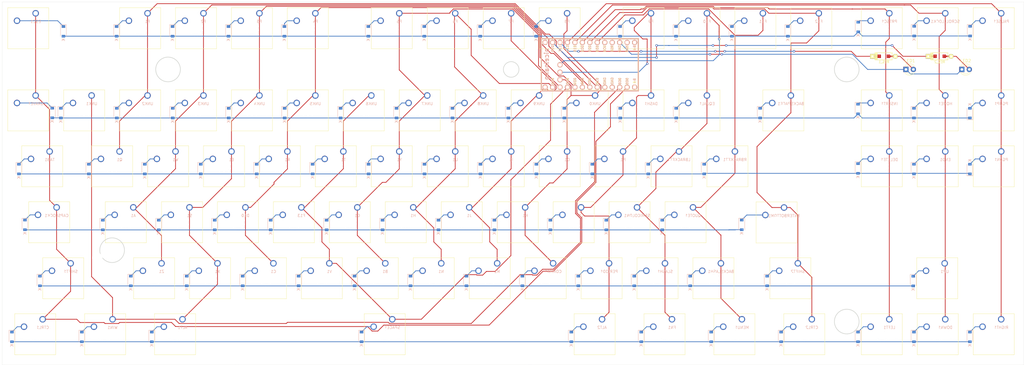
<source format=kicad_pcb>
(kicad_pcb (version 20171130) (host pcbnew "(5.1.6)-1")
  (title_block (title BigAssTKL))
  (layers (0 Top signal) (31 Bottom signal) (34 B.Paste user) (35 F.Paste user) (36 B.SilkS user hide) (37 F.SilkS user) (38 B.Mask user) (39 F.Mask user) (44 Edge.Cuts user))
  (net 0 "")
  (net 1 "Net-(DF1-PadA)")
  (net 2 "Net-(DF2-PadA)")
  (net 3 "Net-(DF3-PadA)")
  (net 4 "Net-(DF4-PadA)")
  (net 5 "Net-(DF5-PadA)")
  (net 6 "Net-(DF9-PadA)")
  (net 7 "Net-(DF10-PadA)")
  (net 8 "Net-(DF11-PadA)")
  (net 9 "Net-(DF12-PadA)")
  (net 10 "Net-(D2-PadA)")
  (net 11 "Net-(DDASH1-PadA)")
  (net 12 "Net-(DBACKSPACE1-PadA)")
  (net 13 "Net-(DD1-PadA)")
  (net 14 "Net-(DF13-PadA)")
  (net 15 "Net-(DZ1-PadA)")
  (net 16 "Net-(DC1-PadA)")
  (net 17 "Net-(DB1-PadA)")
  (net 18 "Net-(DBACKSLASH1-PadA)")
  (module Button_Switch_Keyboard:SW_Cherry_MX_1.00u_PCB (layer Top) (at 257.496 76.845)
    (fp_text reference F9 (at 0 2.8) (layer B.SilkS) (effects (font (size 0.95 0.95) (thickness 0.1235)) (justify mirror)))
    (fp_text value KEYSWITCH-PLAIN-MX-1U hide)
    (pad "" np_thru_hole circle (at 2.54 5.08) (size 1.7 1.7) (drill 1.7) (layers *.Cu *.Mask))
    (pad "" np_thru_hole circle (at -7.62 5.08) (size 1.7 1.7) (drill 1.7) (layers *.Cu *.Mask))
    (pad "" np_thru_hole circle (at -2.54 5.08) (size 4 4) (drill 4) (layers *.Cu *.Mask))
    (pad 2 thru_hole circle (at -6.35 2.54) (size 2.2 2.2) (drill 1.5) (layers *.Cu *.Mask))
    (pad 1 thru_hole circle (at 0 0) (size 2.2 2.2) (drill 1.5) (layers *.Cu *.Mask) (net 12 "Net-(DBACKSPACE1-PadA)"))
  )
  (module Button_Switch_Keyboard:SW_Cherry_MX_1.00u_PCB (layer Top) (at 295.6 76.845)
    (fp_text reference F11 (at 0 2.8) (layer B.SilkS) (effects (font (size 0.95 0.95) (thickness 0.1235)) (justify mirror)))
    (fp_text value KEYSWITCH-PLAIN-MX-1U hide)
    (pad "" np_thru_hole circle (at 2.54 5.08) (size 1.7 1.7) (drill 1.7) (layers *.Cu *.Mask))
    (pad "" np_thru_hole circle (at -7.62 5.08) (size 1.7 1.7) (drill 1.7) (layers *.Cu *.Mask))
    (pad "" np_thru_hole circle (at -2.54 5.08) (size 4 4) (drill 4) (layers *.Cu *.Mask))
    (pad 2 thru_hole circle (at -6.35 2.54) (size 2.2 2.2) (drill 1.5) (layers *.Cu *.Mask))
    (pad 1 thru_hole circle (at 0 0) (size 2.2 2.2) (drill 1.5) (layers *.Cu *.Mask) (net 17 "Net-(DB1-PadA)"))
  )
  (module Diode_SMD:D_SOD-123_ (layer Bottom) (at 288.4 148.9 270)
    (fp_text reference REF** hide)
    (fp_text value D_SOD-123_ hide)
    (fp_text user K (at 2.8944 0 90) (layer B.SilkS) (effects (justify mirror)))
    (pad 2 smd rect (at 1.65 0 270) (size 0.9 1.2) (layers Bottom B.Paste B.Mask))
    (pad 1 smd rect (at -1.65 0 270) (size 0.9 1.2) (layers Bottom B.Paste B.Mask))
  )
  (module Diode_SMD:D_SOD-123_ (layer Bottom) (at 227.99 110.85 270)
    (fp_text reference D0 hide)
    (fp_text value DIODE-SOD-123 hide)
    (fp_text user K (at 2.8944 0 90) (layer B.SilkS) (effects (justify mirror)))
    (pad 2 smd rect (at 1.65 0 270) (size 0.9 1.2) (layers Bottom B.Paste B.Mask))
    (pad 1 smd rect (at -1.65 0 270) (size 0.9 1.2) (layers Bottom B.Paste B.Mask))
  )
  (module Diode_SMD:D_SOD-123_ (layer Bottom) (at 56.54 110.85 270)
    (fp_text reference D1 hide)
    (fp_text value DIODE-SOD-123 hide)
    (fp_text user K (at 2.8944 0 90) (layer B.SilkS) (effects (justify mirror)))
    (pad 2 smd rect (at 1.65 0 270) (size 0.9 1.2) (layers Bottom B.Paste B.Mask))
    (pad 1 smd rect (at -1.65 0 270) (size 0.9 1.2) (layers Bottom B.Paste B.Mask))
  )
  (module Diode_SMD:D_SOD-123_ (layer Bottom) (at 75.59 110.85 270)
    (fp_text reference D2 hide)
    (fp_text value DIODE-SOD-123 hide)
    (fp_text user K (at 2.8944 0 90) (layer B.SilkS) (effects (justify mirror)))
    (pad 2 smd rect (at 1.65 0 270) (size 0.9 1.2) (layers Bottom B.Paste B.Mask))
    (pad 1 smd rect (at -1.65 0 270) (size 0.9 1.2) (layers Bottom B.Paste B.Mask))
  )
  (module Diode_SMD:D_SOD-123_ (layer Bottom) (at 94.64 110.85 270)
    (fp_text reference D3 hide)
    (fp_text value DIODE-SOD-123 hide)
    (fp_text user K (at 2.8944 0 90) (layer B.SilkS) (effects (justify mirror)))
    (pad 2 smd rect (at 1.65 0 270) (size 0.9 1.2) (layers Bottom B.Paste B.Mask))
    (pad 1 smd rect (at -1.65 0 270) (size 0.9 1.2) (layers Bottom B.Paste B.Mask))
  )
  (module Diode_SMD:D_SOD-123_ (layer Bottom) (at 113.69 110.85 270)
    (fp_text reference D4 hide)
    (fp_text value DIODE-SOD-123 hide)
    (fp_text user K (at 2.8944 0 90) (layer B.SilkS) (effects (justify mirror)))
    (pad 2 smd rect (at 1.65 0 270) (size 0.9 1.2) (layers Bottom B.Paste B.Mask))
    (pad 1 smd rect (at -1.65 0 270) (size 0.9 1.2) (layers Bottom B.Paste B.Mask))
  )
  (module Diode_SMD:D_SOD-123_ (layer Bottom) (at 132.74 110.85 270)
    (fp_text reference D5 hide)
    (fp_text value DIODE-SOD-123 hide)
    (fp_text user K (at 2.8944 0 90) (layer B.SilkS) (effects (justify mirror)))
    (pad 2 smd rect (at 1.65 0 270) (size 0.9 1.2) (layers Bottom B.Paste B.Mask))
    (pad 1 smd rect (at -1.65 0 270) (size 0.9 1.2) (layers Bottom B.Paste B.Mask))
  )
  (module Diode_SMD:D_SOD-123_ (layer Bottom) (at 151.79 110.85 270)
    (fp_text reference D6 hide)
    (fp_text value DIODE-SOD-123 hide)
    (fp_text user K (at 2.8944 0 90) (layer B.SilkS) (effects (justify mirror)))
    (pad 2 smd rect (at 1.65 0 270) (size 0.9 1.2) (layers Bottom B.Paste B.Mask))
    (pad 1 smd rect (at -1.65 0 270) (size 0.9 1.2) (layers Bottom B.Paste B.Mask))
  )
  (module Diode_SMD:D_SOD-123_ (layer Bottom) (at 170.84 110.85 270)
    (fp_text reference D7 hide)
    (fp_text value DIODE-SOD-123 hide)
    (fp_text user K (at 2.8944 0 90) (layer B.SilkS) (effects (justify mirror)))
    (pad 2 smd rect (at 1.65 0 270) (size 0.9 1.2) (layers Bottom B.Paste B.Mask))
    (pad 1 smd rect (at -1.65 0 270) (size 0.9 1.2) (layers Bottom B.Paste B.Mask))
  )
  (module Diode_SMD:D_SOD-123_ (layer Bottom) (at 189.89 110.85 270)
    (fp_text reference D8 hide)
    (fp_text value DIODE-SOD-123 hide)
    (fp_text user K (at 2.8944 0 90) (layer B.SilkS) (effects (justify mirror)))
    (pad 2 smd rect (at 1.65 0 270) (size 0.9 1.2) (layers Bottom B.Paste B.Mask))
    (pad 1 smd rect (at -1.65 0 270) (size 0.9 1.2) (layers Bottom B.Paste B.Mask))
  )
  (module Diode_SMD:D_SOD-123_ (layer Bottom) (at 208.94 110.85 270)
    (fp_text reference D9 hide)
    (fp_text value DIODE-SOD-123 hide)
    (fp_text user K (at 2.8944 0 90) (layer B.SilkS) (effects (justify mirror)))
    (pad 2 smd rect (at 1.65 0 270) (size 0.9 1.2) (layers Bottom B.Paste B.Mask))
    (pad 1 smd rect (at -1.65 0 270) (size 0.9 1.2) (layers Bottom B.Paste B.Mask))
  )
  (module Diode_SMD:D_SOD-123_ (layer Bottom) (at 70.83 148.95 270)
    (fp_text reference DA1 hide)
    (fp_text value DIODE-SOD-123 hide)
    (fp_text user K (at 2.8944 0 90) (layer B.SilkS) (effects (justify mirror)))
    (pad 2 smd rect (at 1.65 0 270) (size 0.9 1.2) (layers Bottom B.Paste B.Mask))
    (pad 1 smd rect (at -1.65 0 270) (size 0.9 1.2) (layers Bottom B.Paste B.Mask))
  )
  (module Diode_SMD:D_SOD-123_ (layer Bottom) (at 87.5 187.05 270)
    (fp_text reference DALT1 hide)
    (fp_text value DIODE-SOD-123 hide)
    (fp_text user K (at 2.8944 0 90) (layer B.SilkS) (effects (justify mirror)))
    (pad 2 smd rect (at 1.65 0 270) (size 0.9 1.2) (layers Bottom B.Paste B.Mask))
    (pad 1 smd rect (at -1.65 0 270) (size 0.9 1.2) (layers Bottom B.Paste B.Mask))
  )
  (module Diode_SMD:D_SOD-123_ (layer Bottom) (at 230.37 187.05 270)
    (fp_text reference DALT2 hide)
    (fp_text value DIODE-SOD-123 hide)
    (fp_text user K (at 2.8944 0 90) (layer B.SilkS) (effects (justify mirror)))
    (pad 2 smd rect (at 1.65 0 270) (size 0.9 1.2) (layers Bottom B.Paste B.Mask))
    (pad 1 smd rect (at -1.65 0 270) (size 0.9 1.2) (layers Bottom B.Paste B.Mask))
  )
  (module Diode_SMD:D_SOD-123_ (layer Bottom) (at 156.55 168 270)
    (fp_text reference DB1 hide)
    (fp_text value DIODE-SOD-123 hide)
    (fp_text user K (at 2.8944 0 90) (layer B.SilkS) (effects (justify mirror)))
    (pad 2 smd rect (at 1.65 0 270) (size 0.9 1.2) (layers Bottom B.Paste B.Mask))
    (pad 1 smd rect (at -1.65 0 270) (size 0.9 1.2) (layers Bottom B.Paste B.Mask))
  )
  (module Diode_SMD:D_SOD-123_ (layer Bottom) (at 270.85 168 270)
    (fp_text reference DBACKSLASH1 hide)
    (fp_text value DIODE-SOD-123 hide)
    (fp_text user K (at 2.8944 0 90) (layer B.SilkS) (effects (justify mirror)))
    (pad 2 smd rect (at 1.65 0 270) (size 0.9 1.2) (layers Bottom B.Paste B.Mask))
    (pad 1 smd rect (at -1.65 0 270) (size 0.9 1.2) (layers Bottom B.Paste B.Mask))
  )
  (module Diode_SMD:D_SOD-123_ (layer Bottom) (at 294.67 110.85 270)
    (fp_text reference DBACKSPACE1 hide)
    (fp_text value DIODE-SOD-123 hide)
    (fp_text user K (at 2.8944 0 90) (layer B.SilkS) (effects (justify mirror)))
    (pad 2 smd rect (at 1.65 0 270) (size 0.9 1.2) (layers Bottom B.Paste B.Mask))
    (pad 1 smd rect (at -1.65 0 270) (size 0.9 1.2) (layers Bottom B.Paste B.Mask))
  )
  (module Diode_SMD:D_SOD-123_ (layer Bottom) (at 118.45 168 270)
    (fp_text reference DC1 hide)
    (fp_text value DIODE-SOD-123 hide)
    (fp_text user K (at 2.8944 0 90) (layer B.SilkS) (effects (justify mirror)))
    (pad 2 smd rect (at 1.65 0 270) (size 0.9 1.2) (layers Bottom B.Paste B.Mask))
    (pad 1 smd rect (at -1.65 0 270) (size 0.9 1.2) (layers Bottom B.Paste B.Mask))
  )
  (module Diode_SMD:D_SOD-123_ (layer Bottom) (at 44.3 148.9 270)
    (fp_text reference DCAPSLOCK1 hide)
    (fp_text value DIODE-SOD-123 hide)
    (fp_text user K (at 2.8944 0 90) (layer B.SilkS) (effects (justify mirror)))
    (pad 2 smd rect (at 1.65 0 270) (size 0.9 1.2) (layers Bottom B.Paste B.Mask))
    (pad 1 smd rect (at -1.65 0 270) (size 0.9 1.2) (layers Bottom B.Paste B.Mask))
  )
  (module Diode_SMD:D_SOD-123_ (layer Bottom) (at 213.7 168 270)
    (fp_text reference DCOMMA1 hide)
    (fp_text value DIODE-SOD-123 hide)
    (fp_text user K (at 2.8944 0 90) (layer B.SilkS) (effects (justify mirror)))
    (pad 2 smd rect (at 1.65 0 270) (size 0.9 1.2) (layers Bottom B.Paste B.Mask))
    (pad 1 smd rect (at -1.65 0 270) (size 0.9 1.2) (layers Bottom B.Paste B.Mask))
  )
  (module Diode_SMD:D_SOD-123_ (layer Bottom) (at 39.87 187.05 270)
    (fp_text reference DCTRL1 hide)
    (fp_text value DIODE-SOD-123 hide)
    (fp_text user K (at 2.8944 0 90) (layer B.SilkS) (effects (justify mirror)))
    (pad 2 smd rect (at 1.65 0 270) (size 0.9 1.2) (layers Bottom B.Paste B.Mask))
    (pad 1 smd rect (at -1.65 0 270) (size 0.9 1.2) (layers Bottom B.Paste B.Mask))
  )
  (module Diode_SMD:D_SOD-123_ (layer Bottom) (at 301.81 187.05 270)
    (fp_text reference DCTRL2 hide)
    (fp_text value DIODE-SOD-123 hide)
    (fp_text user K (at 2.8944 0 90) (layer B.SilkS) (effects (justify mirror)))
    (pad 2 smd rect (at 1.65 0 270) (size 0.9 1.2) (layers Bottom B.Paste B.Mask))
    (pad 1 smd rect (at -1.65 0 270) (size 0.9 1.2) (layers Bottom B.Paste B.Mask))
  )
  (module Diode_SMD:D_SOD-123_ (layer Bottom) (at 108.93 148.95 270)
    (fp_text reference DD1 hide)
    (fp_text value DIODE-SOD-123 hide)
    (fp_text user K (at 2.8944 0 90) (layer B.SilkS) (effects (justify mirror)))
    (pad 2 smd rect (at 1.65 0 270) (size 0.9 1.2) (layers Bottom B.Paste B.Mask))
    (pad 1 smd rect (at -1.65 0 270) (size 0.9 1.2) (layers Bottom B.Paste B.Mask))
  )
  (module Diode_SMD:D_SOD-123_ (layer Bottom) (at 247.04 110.85 270)
    (fp_text reference DDASH1 hide)
    (fp_text value DIODE-SOD-123 hide)
    (fp_text user K (at 2.8944 0 90) (layer B.SilkS) (effects (justify mirror)))
    (pad 2 smd rect (at 1.65 0 270) (size 0.9 1.2) (layers Bottom B.Paste B.Mask))
    (pad 1 smd rect (at -1.65 0 270) (size 0.9 1.2) (layers Bottom B.Paste B.Mask))
  )
  (module Diode_SMD:D_SOD-123_ (layer Bottom) (at 328 129.7 270)
    (fp_text reference DDELETE1 hide)
    (fp_text value DIODE-SOD-123 hide)
    (fp_text user K (at 2.8944 0 90) (layer B.SilkS) (effects (justify mirror)))
    (pad 2 smd rect (at 1.65 0 270) (size 0.9 1.2) (layers Bottom B.Paste B.Mask))
    (pad 1 smd rect (at -1.65 0 270) (size 0.9 1.2) (layers Bottom B.Paste B.Mask))
  )
  (module Diode_SMD:D_SOD-123_ (layer Bottom) (at 347.05 187.05 270)
    (fp_text reference DDOWN1 hide)
    (fp_text value DIODE-SOD-123 hide)
    (fp_text user K (at 2.8944 0 90) (layer B.SilkS) (effects (justify mirror)))
    (pad 2 smd rect (at 1.65 0 270) (size 0.9 1.2) (layers Bottom B.Paste B.Mask))
    (pad 1 smd rect (at -1.65 0 270) (size 0.9 1.2) (layers Bottom B.Paste B.Mask))
  )
  (module Diode_SMD:D_SOD-123_ (layer Bottom) (at 104.17 129.9 270)
    (fp_text reference DE1 hide)
    (fp_text value DIODE-SOD-123 hide)
    (fp_text user K (at 2.8944 0 90) (layer B.SilkS) (effects (justify mirror)))
    (pad 2 smd rect (at 1.65 0 270) (size 0.9 1.2) (layers Bottom B.Paste B.Mask))
    (pad 1 smd rect (at -1.65 0 270) (size 0.9 1.2) (layers Bottom B.Paste B.Mask))
  )
  (module Diode_SMD:D_SOD-123_ (layer Bottom) (at 347.05 129.9 270)
    (fp_text reference DEND1 hide)
    (fp_text value DIODE-SOD-123 hide)
    (fp_text user K (at 2.8944 0 90) (layer B.SilkS) (effects (justify mirror)))
    (pad 2 smd rect (at 1.65 0 270) (size 0.9 1.2) (layers Bottom B.Paste B.Mask))
    (pad 1 smd rect (at -1.65 0 270) (size 0.9 1.2) (layers Bottom B.Paste B.Mask))
  )
  (module Diode_SMD:D_SOD-123_ (layer Bottom) (at 266.09 110.85 270)
    (fp_text reference DEQUAL1 hide)
    (fp_text value DIODE-SOD-123 hide)
    (fp_text user K (at 2.8944 0 90) (layer B.SilkS) (effects (justify mirror)))
    (pad 2 smd rect (at 1.65 0 270) (size 0.9 1.2) (layers Bottom B.Paste B.Mask))
    (pad 1 smd rect (at -1.65 0 270) (size 0.9 1.2) (layers Bottom B.Paste B.Mask))
  )
  (module Diode_SMD:D_SOD-123_ (layer Bottom) (at 57.4132 83.0056 270)
    (fp_text reference DESC1 hide)
    (fp_text value DIODE-SOD-123 hide)
    (fp_text user K (at 2.8944 0 270) (layer B.SilkS) (effects (justify mirror)))
    (pad 2 smd rect (at 1.65 0 270) (size 0.9 1.2) (layers Bottom B.Paste B.Mask))
    (pad 1 smd rect (at -1.65 0 270) (size 0.9 1.2) (layers Bottom B.Paste B.Mask))
  )
  (module Diode_SMD:D_SOD-123_ (layer Bottom) (at 127.98 148.95 270)
    (fp_text reference DF13 hide)
    (fp_text value DIODE-SOD-123 hide)
    (fp_text user K (at 2.8944 0 90) (layer B.SilkS) (effects (justify mirror)))
    (pad 2 smd rect (at 1.65 0 270) (size 0.9 1.2) (layers Bottom B.Paste B.Mask))
    (pad 1 smd rect (at -1.65 0 270) (size 0.9 1.2) (layers Bottom B.Paste B.Mask))
  )
  (module Diode_SMD:D_SOD-123_ (layer Bottom) (at 75.5132 83.0056 270)
    (fp_text reference DF1 hide)
    (fp_text value DIODE-SOD-123 hide)
    (fp_text user K (at 2.8944 0 90) (layer B.SilkS) (effects (justify mirror)))
    (pad 2 smd rect (at 1.65 0 270) (size 0.9 1.2) (layers Bottom B.Paste B.Mask))
    (pad 1 smd rect (at -1.65 0 270) (size 0.9 1.2) (layers Bottom B.Paste B.Mask))
  )
  (module Diode_SMD:D_SOD-123_ (layer Bottom) (at 266.013 83.0056 270)
    (fp_text reference DF10 hide)
    (fp_text value DIODE-SOD-123 hide)
    (fp_text user K (at 2.8944 0 90) (layer B.SilkS) (effects (justify mirror)))
    (pad 2 smd rect (at 1.65 0 270) (size 0.9 1.2) (layers Bottom B.Paste B.Mask))
    (pad 1 smd rect (at -1.65 0 270) (size 0.9 1.2) (layers Bottom B.Paste B.Mask))
  )
  (module Diode_SMD:D_SOD-123_ (layer Bottom) (at 285.063 83.0056 270)
    (fp_text reference DF11 hide)
    (fp_text value DIODE-SOD-123 hide)
    (fp_text user K (at 2.8944 0 90) (layer B.SilkS) (effects (justify mirror)))
    (pad 2 smd rect (at 1.65 0 270) (size 0.9 1.2) (layers Bottom B.Paste B.Mask))
    (pad 1 smd rect (at -1.65 0 270) (size 0.9 1.2) (layers Bottom B.Paste B.Mask))
  )
  (module Diode_SMD:D_SOD-123_ (layer Bottom) (at 304.113 83.0056 270)
    (fp_text reference DF12 hide)
    (fp_text value DIODE-SOD-123 hide)
    (fp_text user K (at 2.8944 0 90) (layer B.SilkS) (effects (justify mirror)))
    (pad 2 smd rect (at 1.65 0 270) (size 0.9 1.2) (layers Bottom B.Paste B.Mask))
    (pad 1 smd rect (at -1.65 0 270) (size 0.9 1.2) (layers Bottom B.Paste B.Mask))
  )
  (module Diode_SMD:D_SOD-123_ (layer Bottom) (at 94.5632 83.0056 270)
    (fp_text reference DF2 hide)
    (fp_text value DIODE-SOD-123 hide)
    (fp_text user K (at 2.8944 0 90) (layer B.SilkS) (effects (justify mirror)))
    (pad 2 smd rect (at 1.65 0 270) (size 0.9 1.2) (layers Bottom B.Paste B.Mask))
    (pad 1 smd rect (at -1.65 0 270) (size 0.9 1.2) (layers Bottom B.Paste B.Mask))
  )
  (module Diode_SMD:D_SOD-123_ (layer Bottom) (at 113.613 83.0056 270)
    (fp_text reference DF3 hide)
    (fp_text value DIODE-SOD-123 hide)
    (fp_text user K (at 2.8944 0 90) (layer B.SilkS) (effects (justify mirror)))
    (pad 2 smd rect (at 1.65 0 270) (size 0.9 1.2) (layers Bottom B.Paste B.Mask))
    (pad 1 smd rect (at -1.65 0 270) (size 0.9 1.2) (layers Bottom B.Paste B.Mask))
  )
  (module Diode_SMD:D_SOD-123_ (layer Bottom) (at 132.663 83.0056 270)
    (fp_text reference DF4 hide)
    (fp_text value DIODE-SOD-123 hide)
    (fp_text user K (at 2.8944 0 90) (layer B.SilkS) (effects (justify mirror)))
    (pad 2 smd rect (at 1.65 0 270) (size 0.9 1.2) (layers Bottom B.Paste B.Mask))
    (pad 1 smd rect (at -1.65 0 270) (size 0.9 1.2) (layers Bottom B.Paste B.Mask))
  )
  (module Diode_SMD:D_SOD-123_ (layer Bottom) (at 161.243 83.0056 270)
    (fp_text reference DF5 hide)
    (fp_text value DIODE-SOD-123 hide)
    (fp_text user K (at 2.8944 0 90) (layer B.SilkS) (effects (justify mirror)))
    (pad 2 smd rect (at 1.65 0 270) (size 0.9 1.2) (layers Bottom B.Paste B.Mask))
    (pad 1 smd rect (at -1.65 0 270) (size 0.9 1.2) (layers Bottom B.Paste B.Mask))
  )
  (module Diode_SMD:D_SOD-123_ (layer Bottom) (at 180.293 83.0056 270)
    (fp_text reference DF6 hide)
    (fp_text value DIODE-SOD-123 hide)
    (fp_text user K (at 2.8944 0 90) (layer B.SilkS) (effects (justify mirror)))
    (pad 2 smd rect (at 1.65 0 270) (size 0.9 1.2) (layers Bottom B.Paste B.Mask))
    (pad 1 smd rect (at -1.65 0 270) (size 0.9 1.2) (layers Bottom B.Paste B.Mask))
  )
  (module Diode_SMD:D_SOD-123_ (layer Bottom) (at 199.343 83.0056 270)
    (fp_text reference DF7 hide)
    (fp_text value DIODE-SOD-123 hide)
    (fp_text user K (at 2.8944 0 90) (layer B.SilkS) (effects (justify mirror)))
    (pad 2 smd rect (at 1.65 0 270) (size 0.9 1.2) (layers Bottom B.Paste B.Mask))
    (pad 1 smd rect (at -1.65 0 270) (size 0.9 1.2) (layers Bottom B.Paste B.Mask))
  )
  (module Diode_SMD:D_SOD-123_ (layer Bottom) (at 218.393 83.0056 270)
    (fp_text reference DF8 hide)
    (fp_text value DIODE-SOD-123 hide)
    (fp_text user K (at 2.8944 0 90) (layer B.SilkS) (effects (justify mirror)))
    (pad 2 smd rect (at 1.65 0 270) (size 0.9 1.2) (layers Bottom B.Paste B.Mask))
    (pad 1 smd rect (at -1.65 0 270) (size 0.9 1.2) (layers Bottom B.Paste B.Mask))
  )
  (module Diode_SMD:D_SOD-123_ (layer Bottom) (at 246.963 83.0056 270)
    (fp_text reference DF9 hide)
    (fp_text value DIODE-SOD-123 hide)
    (fp_text user K (at 2.8944 0 90) (layer B.SilkS) (effects (justify mirror)))
    (pad 2 smd rect (at 1.65 0 270) (size 0.9 1.2) (layers Bottom B.Paste B.Mask))
    (pad 1 smd rect (at -1.65 0 270) (size 0.9 1.2) (layers Bottom B.Paste B.Mask))
  )
  (module Diode_SMD:D_SOD-123_ (layer Bottom) (at 254.18 187.05 270)
    (fp_text reference DFN1 hide)
    (fp_text value DIODE-SOD-123 hide)
    (fp_text user K (at 2.8944 0 90) (layer B.SilkS) (effects (justify mirror)))
    (pad 2 smd rect (at 1.65 0 270) (size 0.9 1.2) (layers Bottom B.Paste B.Mask))
    (pad 1 smd rect (at -1.65 0 270) (size 0.9 1.2) (layers Bottom B.Paste B.Mask))
  )
  (module Diode_SMD:D_SOD-123_ (layer Bottom) (at 147.03 148.95 270)
    (fp_text reference DG1 hide)
    (fp_text value DIODE-SOD-123 hide)
    (fp_text user K (at 2.8944 0 90) (layer B.SilkS) (effects (justify mirror)))
    (pad 2 smd rect (at 1.65 0 270) (size 0.9 1.2) (layers Bottom B.Paste B.Mask))
    (pad 1 smd rect (at -1.65 0 270) (size 0.9 1.2) (layers Bottom B.Paste B.Mask))
  )
  (module Diode_SMD:D_SOD-123_ (layer Bottom) (at 53.6 110.8 270)
    (fp_text reference DGRAVE1 hide)
    (fp_text value DIODE-SOD-123 hide)
    (fp_text user K (at 2.8944 0 90) (layer B.SilkS) (effects (justify mirror)))
    (pad 2 smd rect (at 1.65 0 270) (size 0.9 1.2) (layers Bottom B.Paste B.Mask))
    (pad 1 smd rect (at -1.65 0 270) (size 0.9 1.2) (layers Bottom B.Paste B.Mask))
  )
  (module Diode_SMD:D_SOD-123_ (layer Bottom) (at 166.08 148.95 270)
    (fp_text reference DH1 hide)
    (fp_text value DIODE-SOD-123 hide)
    (fp_text user K (at 2.8944 0 90) (layer B.SilkS) (effects (justify mirror)))
    (pad 2 smd rect (at 1.65 0 270) (size 0.9 1.2) (layers Bottom B.Paste B.Mask))
    (pad 1 smd rect (at -1.65 0 270) (size 0.9 1.2) (layers Bottom B.Paste B.Mask))
  )
  (module Diode_SMD:D_SOD-123_ (layer Bottom) (at 347.05 110.85 270)
    (fp_text reference DHOME1 hide)
    (fp_text value DIODE-SOD-123 hide)
    (fp_text user K (at 2.8944 0 90) (layer B.SilkS) (effects (justify mirror)))
    (pad 2 smd rect (at 1.65 0 270) (size 0.9 1.2) (layers Bottom B.Paste B.Mask))
    (pad 1 smd rect (at -1.65 0 270) (size 0.9 1.2) (layers Bottom B.Paste B.Mask))
  )
  (module Diode_SMD:D_SOD-123_ (layer Bottom) (at 199.42 129.9 270)
    (fp_text reference DI1 hide)
    (fp_text value DIODE-SOD-123 hide)
    (fp_text user K (at 2.8944 0 90) (layer B.SilkS) (effects (justify mirror)))
    (pad 2 smd rect (at 1.65 0 270) (size 0.9 1.2) (layers Bottom B.Paste B.Mask))
    (pad 1 smd rect (at -1.65 0 270) (size 0.9 1.2) (layers Bottom B.Paste B.Mask))
  )
  (module Diode_SMD:D_SOD-123_ (layer Bottom) (at 328 109.45 270)
    (fp_text reference DINSERT1 hide)
    (fp_text value DIODE-SOD-123 hide)
    (fp_text user K (at 2.8944 0 90) (layer B.SilkS) (effects (justify mirror)))
    (pad 2 smd rect (at 1.65 0 270) (size 0.9 1.2) (layers Bottom B.Paste B.Mask))
    (pad 1 smd rect (at -1.65 0 270) (size 0.9 1.2) (layers Bottom B.Paste B.Mask))
  )
  (module Diode_SMD:D_SOD-123_ (layer Bottom) (at 185.13 148.95 270)
    (fp_text reference DJ1 hide)
    (fp_text value DIODE-SOD-123 hide)
    (fp_text user K (at 2.8944 0 90) (layer B.SilkS) (effects (justify mirror)))
    (pad 2 smd rect (at 1.65 0 270) (size 0.9 1.2) (layers Bottom B.Paste B.Mask))
    (pad 1 smd rect (at -1.65 0 270) (size 0.9 1.2) (layers Bottom B.Paste B.Mask))
  )
  (module Diode_SMD:D_SOD-123_ (layer Bottom) (at 204.18 148.95 270)
    (fp_text reference DK1 hide)
    (fp_text value DIODE-SOD-123 hide)
    (fp_text user K (at 2.8944 0 90) (layer B.SilkS) (effects (justify mirror)))
    (pad 2 smd rect (at 1.65 0 270) (size 0.9 1.2) (layers Bottom B.Paste B.Mask))
    (pad 1 smd rect (at -1.65 0 270) (size 0.9 1.2) (layers Bottom B.Paste B.Mask))
  )
  (module Diode_SMD:D_SOD-123_ (layer Bottom) (at 223.23 148.95 270)
    (fp_text reference DL1 hide)
    (fp_text value DIODE-SOD-123 hide)
    (fp_text user K (at 2.8944 0 90) (layer B.SilkS) (effects (justify mirror)))
    (pad 2 smd rect (at 1.65 0 270) (size 0.9 1.2) (layers Bottom B.Paste B.Mask))
    (pad 1 smd rect (at -1.65 0 270) (size 0.9 1.2) (layers Bottom B.Paste B.Mask))
  )
  (module Diode_SMD:D_SOD-123_ (layer Bottom) (at 256.57 129.9 270)
    (fp_text reference DLBRACKET1 hide)
    (fp_text value DIODE-SOD-123 hide)
    (fp_text user K (at 2.8944 0 90) (layer B.SilkS) (effects (justify mirror)))
    (pad 2 smd rect (at 1.65 0 270) (size 0.9 1.2) (layers Bottom B.Paste B.Mask))
    (pad 1 smd rect (at -1.65 0 270) (size 0.9 1.2) (layers Bottom B.Paste B.Mask))
  )
  (module Diode_SMD:D_SOD-123_ (layer Bottom) (at 328 187.05 270)
    (fp_text reference DLEFT1 hide)
    (fp_text value DIODE-SOD-123 hide)
    (fp_text user K (at 2.8944 0 90) (layer B.SilkS) (effects (justify mirror)))
    (pad 2 smd rect (at 1.65 0 270) (size 0.9 1.2) (layers Bottom B.Paste B.Mask))
    (pad 1 smd rect (at -1.65 0 270) (size 0.9 1.2) (layers Bottom B.Paste B.Mask))
  )
  (module Diode_SMD:D_SOD-123_ (layer Bottom) (at 194.65 168 270)
    (fp_text reference DM1 hide)
    (fp_text value DIODE-SOD-123 hide)
    (fp_text user K (at 2.8944 0 90) (layer B.SilkS) (effects (justify mirror)))
    (pad 2 smd rect (at 1.65 0 270) (size 0.9 1.2) (layers Bottom B.Paste B.Mask))
    (pad 1 smd rect (at -1.65 0 270) (size 0.9 1.2) (layers Bottom B.Paste B.Mask))
  )
  (module Diode_SMD:D_SOD-123_ (layer Bottom) (at 278 187.05 270)
    (fp_text reference DMENU1 hide)
    (fp_text value DIODE-SOD-123 hide)
    (fp_text user K (at 2.8944 0 90) (layer B.SilkS) (effects (justify mirror)))
    (pad 2 smd rect (at 1.65 0 270) (size 0.9 1.2) (layers Bottom B.Paste B.Mask))
    (pad 1 smd rect (at -1.65 0 270) (size 0.9 1.2) (layers Bottom B.Paste B.Mask))
  )
  (module Diode_SMD:D_SOD-123_ (layer Bottom) (at 175.6 168 270)
    (fp_text reference DN1 hide)
    (fp_text value DIODE-SOD-123 hide)
    (fp_text user K (at 2.8944 0 90) (layer B.SilkS) (effects (justify mirror)))
    (pad 2 smd rect (at 1.65 0 270) (size 0.9 1.2) (layers Bottom B.Paste B.Mask))
    (pad 1 smd rect (at -1.65 0 270) (size 0.9 1.2) (layers Bottom B.Paste B.Mask))
  )
  (module Diode_SMD:D_SOD-123_ (layer Bottom) (at 218.47 129.9 270)
    (fp_text reference DO1 hide)
    (fp_text value DIODE-SOD-123 hide)
    (fp_text user K (at 2.8944 0 90) (layer B.SilkS) (effects (justify mirror)))
    (pad 2 smd rect (at 1.65 0 270) (size 0.9 1.2) (layers Bottom B.Paste B.Mask))
    (pad 1 smd rect (at -1.65 0 270) (size 0.9 1.2) (layers Bottom B.Paste B.Mask))
  )
  (module Diode_SMD:D_SOD-123_ (layer Bottom) (at 237.52 129.9 270)
    (fp_text reference DP1 hide)
    (fp_text value DIODE-SOD-123 hide)
    (fp_text user K (at 2.8944 0 90) (layer B.SilkS) (effects (justify mirror)))
    (pad 2 smd rect (at 1.65 0 270) (size 0.9 1.2) (layers Bottom B.Paste B.Mask))
    (pad 1 smd rect (at -1.65 0 270) (size 0.9 1.2) (layers Bottom B.Paste B.Mask))
  )
  (module Diode_SMD:D_SOD-123_ (layer Bottom) (at 366.175 82.9256 270)
    (fp_text reference DPAUSE1 hide)
    (fp_text value DIODE-SOD-123 hide)
    (fp_text user K (at 2.8944 0 90) (layer B.SilkS) (effects (justify mirror)))
    (pad 2 smd rect (at 1.65 0 270) (size 0.9 1.2) (layers Bottom B.Paste B.Mask))
    (pad 1 smd rect (at -1.65 0 270) (size 0.9 1.2) (layers Bottom B.Paste B.Mask))
  )
  (module Diode_SMD:D_SOD-123_ (layer Bottom) (at 232.75 168 270)
    (fp_text reference DPERIOD1 hide)
    (fp_text value DIODE-SOD-123 hide)
    (fp_text user K (at 2.8944 0 90) (layer B.SilkS) (effects (justify mirror)))
    (pad 2 smd rect (at 1.65 0 270) (size 0.9 1.2) (layers Bottom B.Paste B.Mask))
    (pad 1 smd rect (at -1.65 0 270) (size 0.9 1.2) (layers Bottom B.Paste B.Mask))
  )
  (module Diode_SMD:D_SOD-123_ (layer Bottom) (at 366.1 129.9 90)
    (fp_text reference DPGDN1 hide)
    (fp_text value DIODE-SOD-123 hide)
    (fp_text user K (at 2.8944 0 90) (layer B.SilkS) (effects (justify mirror)))
    (pad 2 smd rect (at 1.65 0 90) (size 0.9 1.2) (layers Bottom B.Paste B.Mask))
    (pad 1 smd rect (at -1.65 0 90) (size 0.9 1.2) (layers Bottom B.Paste B.Mask))
  )
  (module Diode_SMD:D_SOD-123_ (layer Bottom) (at 366.1 110.85 90)
    (fp_text reference DPGUP1 hide)
    (fp_text value DIODE-SOD-123 hide)
    (fp_text user K (at 2.8944 0 90) (layer B.SilkS) (effects (justify mirror)))
    (pad 2 smd rect (at 1.65 0 90) (size 0.9 1.2) (layers Bottom B.Paste B.Mask))
    (pad 1 smd rect (at -1.65 0 90) (size 0.9 1.2) (layers Bottom B.Paste B.Mask))
  )
  (module Diode_SMD:D_SOD-123_ (layer Bottom) (at 328.075 81.5256 270)
    (fp_text reference DPRTSC1 hide)
    (fp_text value DIODE-SOD-123 hide)
    (fp_text user K (at 2.8944 0 90) (layer B.SilkS) (effects (justify mirror)))
    (pad 2 smd rect (at 1.65 0 270) (size 0.9 1.2) (layers Bottom B.Paste B.Mask))
    (pad 1 smd rect (at -1.65 0 270) (size 0.9 1.2) (layers Bottom B.Paste B.Mask))
  )
  (module Diode_SMD:D_SOD-123_ (layer Bottom) (at 66.07 129.9 270)
    (fp_text reference DQ1 hide)
    (fp_text value DIODE-SOD-123 hide)
    (fp_text user K (at 2.8944 0 90) (layer B.SilkS) (effects (justify mirror)))
    (pad 2 smd rect (at 1.65 0 270) (size 0.9 1.2) (layers Bottom B.Paste B.Mask))
    (pad 1 smd rect (at -1.65 0 270) (size 0.9 1.2) (layers Bottom B.Paste B.Mask))
  )
  (module Diode_SMD:D_SOD-123_ (layer Bottom) (at 261.33 148.95 270)
    (fp_text reference DQUOTE1 hide)
    (fp_text value DIODE-SOD-123 hide)
    (fp_text user K (at 2.8944 0 90) (layer B.SilkS) (effects (justify mirror)))
    (pad 2 smd rect (at 1.65 0 270) (size 0.9 1.2) (layers Bottom B.Paste B.Mask))
    (pad 1 smd rect (at -1.65 0 270) (size 0.9 1.2) (layers Bottom B.Paste B.Mask))
  )
  (module Diode_SMD:D_SOD-123_ (layer Bottom) (at 123.22 129.9 270)
    (fp_text reference DR1 hide)
    (fp_text value DIODE-SOD-123 hide)
    (fp_text user K (at 2.8944 0 90) (layer B.SilkS) (effects (justify mirror)))
    (pad 2 smd rect (at 1.65 0 270) (size 0.9 1.2) (layers Bottom B.Paste B.Mask))
    (pad 1 smd rect (at -1.65 0 270) (size 0.9 1.2) (layers Bottom B.Paste B.Mask))
  )
  (module Diode_SMD:D_SOD-123_ (layer Bottom) (at 275.62 129.9 270)
    (fp_text reference DRBRACKET1 hide)
    (fp_text value DIODE-SOD-123 hide)
    (fp_text user K (at 2.8944 0 90) (layer B.SilkS) (effects (justify mirror)))
    (pad 2 smd rect (at 1.65 0 270) (size 0.9 1.2) (layers Bottom B.Paste B.Mask))
    (pad 1 smd rect (at -1.65 0 270) (size 0.9 1.2) (layers Bottom B.Paste B.Mask))
  )
  (module Diode_SMD:D_SOD-123_ (layer Bottom) (at 366.1 187.05 270)
    (fp_text reference DRIGHT1 hide)
    (fp_text value DIODE-SOD-123 hide)
    (fp_text user K (at 2.8944 0 90) (layer B.SilkS) (effects (justify mirror)))
    (pad 2 smd rect (at 1.65 0 270) (size 0.9 1.2) (layers Bottom B.Paste B.Mask))
    (pad 1 smd rect (at -1.65 0 270) (size 0.9 1.2) (layers Bottom B.Paste B.Mask))
  )
  (module Diode_SMD:D_SOD-123_ (layer Bottom) (at 89.88 148.95 270)
    (fp_text reference DS1 hide)
    (fp_text value DIODE-SOD-123 hide)
    (fp_text user K (at 2.8944 0 90) (layer B.SilkS) (effects (justify mirror)))
    (pad 2 smd rect (at 1.65 0 270) (size 0.9 1.2) (layers Bottom B.Paste B.Mask))
    (pad 1 smd rect (at -1.65 0 270) (size 0.9 1.2) (layers Bottom B.Paste B.Mask))
  )
  (module Diode_SMD:D_SOD-123_ (layer Bottom) (at 347.125 82.9256 270)
    (fp_text reference DSCROLLLOCK1 hide)
    (fp_text value DIODE-SOD-123 hide)
    (fp_text user K (at 2.8944 0 90) (layer B.SilkS) (effects (justify mirror)))
    (pad 2 smd rect (at 1.65 0 270) (size 0.9 1.2) (layers Bottom B.Paste B.Mask))
    (pad 1 smd rect (at -1.65 0 270) (size 0.9 1.2) (layers Bottom B.Paste B.Mask))
  )
  (module Diode_SMD:D_SOD-123_ (layer Bottom) (at 242.28 148.95 270)
    (fp_text reference DSEMICOLON1 hide)
    (fp_text value DIODE-SOD-123 hide)
    (fp_text user K (at 2.8944 0 90) (layer B.SilkS) (effects (justify mirror)))
    (pad 2 smd rect (at 1.65 0 270) (size 0.9 1.2) (layers Bottom B.Paste B.Mask))
    (pad 1 smd rect (at -1.65 0 270) (size 0.9 1.2) (layers Bottom B.Paste B.Mask))
  )
  (module Diode_SMD:D_SOD-123_ (layer Bottom) (at 49.4 168 270)
    (fp_text reference DSHIFT1 hide)
    (fp_text value DIODE-SOD-123 hide)
    (fp_text user K (at 2.8944 0 90) (layer B.SilkS) (effects (justify mirror)))
    (pad 2 smd rect (at 1.65 0 270) (size 0.9 1.2) (layers Bottom B.Paste B.Mask))
    (pad 1 smd rect (at -1.65 0 270) (size 0.9 1.2) (layers Bottom B.Paste B.Mask))
  )
  (module Diode_SMD:D_SOD-123_ (layer Bottom) (at 297.05 168 270)
    (fp_text reference DSHIFT2 hide)
    (fp_text value DIODE-SOD-123 hide)
    (fp_text user K (at 2.8944 0 90) (layer B.SilkS) (effects (justify mirror)))
    (pad 2 smd rect (at 1.65 0 270) (size 0.9 1.2) (layers Bottom B.Paste B.Mask))
    (pad 1 smd rect (at -1.65 0 270) (size 0.9 1.2) (layers Bottom B.Paste B.Mask))
  )
  (module Diode_SMD:D_SOD-123_ (layer Bottom) (at 251.8 168 270)
    (fp_text reference DSLASH1 hide)
    (fp_text value DIODE-SOD-123 hide)
    (fp_text user K (at 2.8944 0 90) (layer B.SilkS) (effects (justify mirror)))
    (pad 2 smd rect (at 1.65 0 270) (size 0.9 1.2) (layers Bottom B.Paste B.Mask))
    (pad 1 smd rect (at -1.65 0 270) (size 0.9 1.2) (layers Bottom B.Paste B.Mask))
  )
  (module Diode_SMD:D_SOD-123_ (layer Bottom) (at 158.93 187.05 270)
    (fp_text reference DSPACE1 hide)
    (fp_text value DIODE-SOD-123 hide)
    (fp_text user K (at 2.8944 0 90) (layer B.SilkS) (effects (justify mirror)))
    (pad 2 smd rect (at 1.65 0 270) (size 0.9 1.2) (layers Bottom B.Paste B.Mask))
    (pad 1 smd rect (at -1.65 0 270) (size 0.9 1.2) (layers Bottom B.Paste B.Mask))
  )
  (module Diode_SMD:D_SOD-123_ (layer Bottom) (at 142.27 129.9 270)
    (fp_text reference DT1 hide)
    (fp_text value DIODE-SOD-123 hide)
    (fp_text user K (at 2.8944 0 90) (layer B.SilkS) (effects (justify mirror)))
    (pad 2 smd rect (at 1.65 0 270) (size 0.9 1.2) (layers Bottom B.Paste B.Mask))
    (pad 1 smd rect (at -1.65 0 270) (size 0.9 1.2) (layers Bottom B.Paste B.Mask))
  )
  (module Diode_SMD:D_SOD-123_ (layer Bottom) (at 42.25 129.9 270)
    (fp_text reference DTAB1 hide)
    (fp_text value DIODE-SOD-123 hide)
    (fp_text user K (at 2.8944 0 90) (layer B.SilkS) (effects (justify mirror)))
    (pad 2 smd rect (at 1.65 0 270) (size 0.9 1.2) (layers Bottom B.Paste B.Mask))
    (pad 1 smd rect (at -1.65 0 270) (size 0.9 1.2) (layers Bottom B.Paste B.Mask))
  )
  (module Diode_SMD:D_SOD-123_ (layer Bottom) (at 180.37 129.9 270)
    (fp_text reference DU1 hide)
    (fp_text value DIODE-SOD-123 hide)
    (fp_text user K (at 2.8944 0 90) (layer B.SilkS) (effects (justify mirror)))
    (pad 2 smd rect (at 1.65 0 270) (size 0.9 1.2) (layers Bottom B.Paste B.Mask))
    (pad 1 smd rect (at -1.65 0 270) (size 0.9 1.2) (layers Bottom B.Paste B.Mask))
  )
  (module Diode_SMD:D_SOD-123_ (layer Bottom) (at 346.8 168.042 270)
    (fp_text reference DUP1 hide)
    (fp_text value DIODE-SOD-123 hide)
    (fp_text user K (at 2.8944 0 90) (layer B.SilkS) (effects (justify mirror)))
    (pad 2 smd rect (at 1.65 0 270) (size 0.9 1.2) (layers Bottom B.Paste B.Mask))
    (pad 1 smd rect (at -1.65 0 270) (size 0.9 1.2) (layers Bottom B.Paste B.Mask))
  )
  (module Diode_SMD:D_SOD-123_ (layer Bottom) (at 137.5 168 270)
    (fp_text reference DV1 hide)
    (fp_text value DIODE-SOD-123 hide)
    (fp_text user K (at 2.8944 0 90) (layer B.SilkS) (effects (justify mirror)))
    (pad 2 smd rect (at 1.65 0 270) (size 0.9 1.2) (layers Bottom B.Paste B.Mask))
    (pad 1 smd rect (at -1.65 0 270) (size 0.9 1.2) (layers Bottom B.Paste B.Mask))
  )
  (module Diode_SMD:D_SOD-123_ (layer Bottom) (at 85.12 129.9 270)
    (fp_text reference DW1 hide)
    (fp_text value DIODE-SOD-123 hide)
    (fp_text user K (at 2.8944 0 90) (layer B.SilkS) (effects (justify mirror)))
    (pad 2 smd rect (at 1.65 0 270) (size 0.9 1.2) (layers Bottom B.Paste B.Mask))
    (pad 1 smd rect (at -1.65 0 270) (size 0.9 1.2) (layers Bottom B.Paste B.Mask))
  )
  (module Diode_SMD:D_SOD-123_ (layer Bottom) (at 63.68 187.05 270)
    (fp_text reference DWIN1 hide)
    (fp_text value DIODE-SOD-123 hide)
    (fp_text user K (at 2.8944 0 90) (layer B.SilkS) (effects (justify mirror)))
    (pad 2 smd rect (at 1.65 0 270) (size 0.9 1.2) (layers Bottom B.Paste B.Mask))
    (pad 1 smd rect (at -1.65 0 270) (size 0.9 1.2) (layers Bottom B.Paste B.Mask))
  )
  (module Diode_SMD:D_SOD-123_ (layer Bottom) (at 99.4 168 270)
    (fp_text reference DX1 hide)
    (fp_text value DIODE-SOD-123 hide)
    (fp_text user K (at 2.8944 0 90) (layer B.SilkS) (effects (justify mirror)))
    (pad 2 smd rect (at 1.65 0 270) (size 0.9 1.2) (layers Bottom B.Paste B.Mask))
    (pad 1 smd rect (at -1.65 0 270) (size 0.9 1.2) (layers Bottom B.Paste B.Mask))
  )
  (module Diode_SMD:D_SOD-123_ (layer Bottom) (at 161.32 129.9 270)
    (fp_text reference DY1 hide)
    (fp_text value DIODE-SOD-123 hide)
    (fp_text user K (at 2.8944 0 90) (layer B.SilkS) (effects (justify mirror)))
    (pad 2 smd rect (at 1.65 0 270) (size 0.9 1.2) (layers Bottom B.Paste B.Mask))
    (pad 1 smd rect (at -1.65 0 270) (size 0.9 1.2) (layers Bottom B.Paste B.Mask))
  )
  (module Diode_SMD:D_SOD-123_ (layer Bottom) (at 80.35 168 270)
    (fp_text reference DZ1 hide)
    (fp_text value DIODE-SOD-123 hide)
    (fp_text user K (at 2.8944 0 90) (layer B.SilkS) (effects (justify mirror)))
    (pad 2 smd rect (at 1.65 0 270) (size 0.9 1.2) (layers Bottom B.Paste B.Mask))
    (pad 1 smd rect (at -1.65 0 270) (size 0.9 1.2) (layers Bottom B.Paste B.Mask))
  )
  (module untitled:nice_nano (layer Bottom) (at 235.4 94.4 180)
    (fp_text reference MCU hide)
    (fp_text value nice_nano hide)
    (fp_text user nice!nano (at 13.462 0.254 270) (layer B.SilkS) (effects (font (size 1.5 1.5) (thickness 0.3)) (justify mirror)))
    (fp_text user 008 (at -11.5 -5.53719 270) (layer F.SilkS) (effects (font (size 0.8 0.8))))
    (fp_text user 020 (at -1.2 -5.53719 270) (layer F.SilkS) (effects (font (size 0.8 0.8))))
    (fp_text user 017 (at -3.81 -5.53719 270) (layer F.SilkS) (effects (font (size 0.8 0.8))))
    (fp_text user GND (at -6.35 -5.461 270) (layer F.SilkS) (effects (font (size 0.8 0.8))))
    (fp_text user GND (at -8.89 -5.461 270) (layer F.SilkS) (effects (font (size 0.8 0.8))))
    (fp_text user 022 (at 1.3 -5.53719 270) (layer F.SilkS) (effects (font (size 0.8 0.8))))
    (fp_text user 024 (at 3.8 -5.53719 270) (layer F.SilkS) (effects (font (size 0.8 0.8))))
    (fp_text user 100 (at 6.35 -5.53719 270) (layer F.SilkS) (effects (font (size 0.8 0.8))))
    (fp_text user 104 (at 11.43 -5.53719 270) (layer F.SilkS) (effects (font (size 0.8 0.8))))
    (fp_text user 010 (at 11.43 5.537191 270) (layer B.SilkS) (effects (font (size 0.8 0.8)) (justify mirror)))
    (fp_text user 111 (at 8.89 5.537191 270) (layer F.SilkS) (effects (font (size 0.8 0.8))))
    (fp_text user 113 (at 6.35 5.537191 270) (layer F.SilkS) (effects (font (size 0.8 0.8))))
    (fp_text user 115 (at 3.81 5.537191 270) (layer B.SilkS) (effects (font (size 0.8 0.8)) (justify mirror)))
    (fp_text user 002 (at 1.27 5.537191 270) (layer B.SilkS) (effects (font (size 0.8 0.8)) (justify mirror)))
    (fp_text user 029 (at -1.27 5.537191 270) (layer B.SilkS) (effects (font (size 0.8 0.8)) (justify mirror)))
    (fp_text user 031 (at -3.81 5.537191 270) (layer F.SilkS) (effects (font (size 0.8 0.8))))
    (fp_text user VCC (at -6.35 5.537191 270) (layer F.SilkS) (effects (font (size 0.8 0.8))))
    (fp_text user GND (at -11.43 5.454667 270) (layer F.SilkS) (effects (font (size 0.8 0.8))))
    (fp_text user RAW (at -13.97 5.473715 270) (layer F.SilkS) (effects (font (size 0.8 0.8))))
    (fp_text user RAW (at -13.97 5.473715 270) (layer B.SilkS) (effects (font (size 0.8 0.8)) (justify mirror)))
    (fp_text user GND (at -11.43 5.454667 270) (layer B.SilkS) (effects (font (size 0.8 0.8)) (justify mirror)))
    (fp_text user RST (at -8.89 5.588 270) (layer B.SilkS) (effects (font (size 0.8 0.8)) (justify mirror)))
    (fp_text user VCC (at -6.35 5.537191 270) (layer B.SilkS) (effects (font (size 0.8 0.8)) (justify mirror)))
    (fp_text user 031 (at -3.81 5.537191 270) (layer B.SilkS) (effects (font (size 0.8 0.8)) (justify mirror)))
    (fp_text user 029 (at -1.27 5.537191 270) (layer F.SilkS) (effects (font (size 0.8 0.8))))
    (fp_text user 002 (at 1.27 5.537191 270) (layer F.SilkS) (effects (font (size 0.8 0.8))))
    (fp_text user 115 (at 3.81 5.537191 270) (layer F.SilkS) (effects (font (size 0.8 0.8))))
    (fp_text user 113 (at 6.35 5.537191 270) (layer B.SilkS) (effects (font (size 0.8 0.8)) (justify mirror)))
    (fp_text user 111 (at 8.89 5.537191 270) (layer B.SilkS) (effects (font (size 0.8 0.8)) (justify mirror)))
    (fp_text user 010 (at 11.43 5.537191 270) (layer F.SilkS) (effects (font (size 0.8 0.8))))
    (fp_text user 104 (at 11.43 -5.53719 270) (layer B.SilkS) (effects (font (size 0.8 0.8)) (justify mirror)))
    (fp_text user 100 (at 6.35 -5.53719 270) (layer B.SilkS) (effects (font (size 0.8 0.8)) (justify mirror)))
    (fp_text user 024 (at 3.81 -5.53719 270) (layer B.SilkS) (effects (font (size 0.8 0.8)) (justify mirror)))
    (fp_text user 022 (at 1.3 -5.53719 270) (layer B.SilkS) (effects (font (size 0.8 0.8)) (justify mirror)))
    (fp_text user GND (at -8.89 -5.461 270) (layer B.SilkS) (effects (font (size 0.8 0.8)) (justify mirror)))
    (fp_text user GND (at -6.35 -5.461 270) (layer B.SilkS) (effects (font (size 0.8 0.8)) (justify mirror)))
    (fp_text user 017 (at -3.8 -5.53719 270) (layer B.SilkS) (effects (font (size 0.8 0.8)) (justify mirror)))
    (fp_text user 020 (at -1.2 -5.53719 270) (layer B.SilkS) (effects (font (size 0.8 0.8)) (justify mirror)))
    (fp_text user 008 (at -11.5 -5.53719 270) (layer B.SilkS) (effects (font (size 0.8 0.8)) (justify mirror)))
    (fp_text user 006 (at -13.97 -5.53719 270) (layer F.SilkS) (effects (font (size 0.8 0.8))))
    (fp_text user 006 (at -13.97 -5.53719 270) (layer B.SilkS) (effects (font (size 0.8 0.8)) (justify mirror)))
    (fp_text user RST (at -8.89 5.588 270) (layer F.SilkS) (effects (font (size 0.8 0.8))))
    (fp_text user B- (at -16.51 -5.461 270) (layer B.SilkS) (effects (font (size 0.8 0.8)) (justify mirror)))
    (fp_text user B- (at -16.51 -5.461 270) (layer F.SilkS) (effects (font (size 0.8 0.8))))
    (fp_text user B+ (at -16.51 5.778477 270) (layer F.SilkS) (effects (font (size 0.8 0.8))))
    (fp_text user B+ (at -16.51 5.778477 270) (layer B.SilkS) (effects (font (size 0.8 0.8)) (justify mirror)))
    (pad 1 thru_hole circle (at -13.97 -7.62 180) (size 1.7526 1.7526) (drill 1.0922) (layers *.Cu *.SilkS *.Mask) (net 4 "Net-(DF4-PadA)"))
    (pad 2 thru_hole circle (at -11.43 -7.62 180) (size 1.7526 1.7526) (drill 1.0922) (layers *.Cu *.SilkS *.Mask) (net 5 "Net-(DF5-PadA)"))
    (pad 3 thru_hole circle (at -8.89 -7.62 180) (size 1.7526 1.7526) (drill 1.0922) (layers *.Cu *.SilkS *.Mask))
    (pad 4 thru_hole circle (at -6.35 -7.62 180) (size 1.7526 1.7526) (drill 1.0922) (layers *.Cu *.SilkS *.Mask))
    (pad 5 thru_hole circle (at -3.81 -7.62 180) (size 1.7526 1.7526) (drill 1.0922) (layers *.Cu *.SilkS *.Mask) (net 3 "Net-(DF3-PadA)"))
    (pad 6 thru_hole circle (at -1.27 -7.62 180) (size 1.7526 1.7526) (drill 1.0922) (layers *.Cu *.SilkS *.Mask) (net 2 "Net-(DF2-PadA)"))
    (pad 7 thru_hole circle (at 1.27 -7.62 180) (size 1.7526 1.7526) (drill 1.0922) (layers *.Cu *.SilkS *.Mask) (net 14 "Net-(DF13-PadA)"))
    (pad 8 thru_hole circle (at 3.81 -7.62 180) (size 1.7526 1.7526) (drill 1.0922) (layers *.Cu *.SilkS *.Mask) (net 9 "Net-(DF12-PadA)"))
    (pad 9 thru_hole circle (at 6.35 -7.62 180) (size 1.7526 1.7526) (drill 1.0922) (layers *.Cu *.SilkS *.Mask) (net 8 "Net-(DF11-PadA)"))
    (pad 10 thru_hole circle (at 8.89 -7.62 180) (size 1.7526 1.7526) (drill 1.0922) (layers *.Cu *.SilkS *.Mask) (net 7 "Net-(DF10-PadA)"))
    (pad 11 thru_hole circle (at 11.43 -7.62 180) (size 1.7526 1.7526) (drill 1.0922) (layers *.Cu *.SilkS *.Mask) (net 6 "Net-(DF9-PadA)"))
    (pad 13 thru_hole circle (at 13.97 7.62 180) (size 1.7526 1.7526) (drill 1.0922) (layers *.Cu *.SilkS *.Mask))
    (pad 14 thru_hole circle (at 11.43 7.62 180) (size 1.7526 1.7526) (drill 1.0922) (layers *.Cu *.SilkS *.Mask))
    (pad 15 thru_hole circle (at 8.89 7.62 180) (size 1.7526 1.7526) (drill 1.0922) (layers *.Cu *.SilkS *.Mask))
    (pad 16 thru_hole circle (at 6.35 7.62 180) (size 1.7526 1.7526) (drill 1.0922) (layers *.Cu *.SilkS *.Mask) (net 1 "Net-(DF1-PadA)"))
    (pad 17 thru_hole circle (at 3.81 7.62 180) (size 1.7526 1.7526) (drill 1.0922) (layers *.Cu *.SilkS *.Mask) (net 15 "Net-(DZ1-PadA)"))
    (pad 18 thru_hole circle (at 1.27 7.62 180) (size 1.7526 1.7526) (drill 1.0922) (layers *.Cu *.SilkS *.Mask) (net 10 "Net-(D2-PadA)"))
    (pad 19 thru_hole circle (at -1.27 7.62 180) (size 1.7526 1.7526) (drill 1.0922) (layers *.Cu *.SilkS *.Mask) (net 13 "Net-(DD1-PadA)"))
    (pad 20 thru_hole circle (at -3.81 7.62 180) (size 1.7526 1.7526) (drill 1.0922) (layers *.Cu *.SilkS *.Mask) (net 17 "Net-(DB1-PadA)"))
    (pad 21 thru_hole circle (at -6.35 7.62 180) (size 1.7526 1.7526) (drill 1.0922) (layers *.Cu *.SilkS *.Mask))
    (pad 22 thru_hole circle (at -8.89 7.62 180) (size 1.7526 1.7526) (drill 1.0922) (layers *.Cu *.SilkS *.Mask))
    (pad 23 thru_hole circle (at -11.43 7.62 180) (size 1.7526 1.7526) (drill 1.0922) (layers *.Cu *.SilkS *.Mask))
    (pad 12 thru_hole circle (at 13.97 -7.62 180) (size 1.7526 1.7526) (drill 1.0922) (layers *.Cu *.SilkS *.Mask) (net 11 "Net-(DDASH1-PadA)"))
    (pad 24 thru_hole circle (at -13.97 7.62 180) (size 1.7526 1.7526) (drill 1.0922) (layers *.Cu *.SilkS *.Mask))
    (pad 34 thru_hole circle (at -16.51 7.62 180) (size 1.7526 1.7526) (drill 1.0922) (layers *.Cu *.SilkS *.Mask))
    (pad 30 thru_hole circle (at -16.51 -7.62 180) (size 1.7526 1.7526) (drill 1.0922) (layers *.Cu *.SilkS *.Mask))
    (pad 31 thru_hole circle (at 8.89 -5.08 180) (size 1.7526 1.7526) (drill 1.0922) (layers *.Cu *.SilkS *.Mask) (net 16 "Net-(DC1-PadA)"))
    (pad 32 thru_hole circle (at 8.89 -2.54 180) (size 1.7526 1.7526) (drill 1.0922) (layers *.Cu *.SilkS *.Mask) (net 12 "Net-(DBACKSPACE1-PadA)"))
    (pad 33 thru_hole circle (at 8.89 0 180) (size 1.7526 1.7526) (drill 1.0922) (layers *.Cu *.SilkS *.Mask) (net 18 "Net-(DBACKSLASH1-PadA)"))
  )
  (module keyboard_parts:D_SOD123_axial (layer Top) (at 336.8 91.5)
    (fp_text reference RES_1 (at 0 1.925) (layer F.SilkS) (effects (font (size 0.8 0.8)) (justify mirror)))
    (fp_text value 10k hide)
    (pad 1 smd rect (at -2.7 0) (size 2.5 0.5) (layers Top))
    (pad 1 smd rect (at -1.575 0) (size 1.2 1.2) (layers Top F.Paste F.Mask))
    (pad 1 thru_hole rect (at -3.9 0) (size 1.6 1.6) (drill 0.7) (layers *.Cu *.Mask F.SilkS))
    (pad 2 smd rect (at 1.575 0) (size 1.2 1.2) (layers Top F.Paste F.Mask))
    (pad 2 smd rect (at 2.7 0) (size 2.5 0.5) (layers Top))
    (pad 2 thru_hole circle (at 3.9 0) (size 1.6 1.6) (drill 0.7) (layers *.Cu *.Mask F.SilkS))
  )
  (module keyboard_parts:D_SOD123_axial (layer Top) (at 355.8 91.5)
    (fp_text reference RES_2 (at 0 1.925) (layer F.SilkS) (effects (font (size 0.8 0.8)) (justify mirror)))
    (fp_text value 10k hide)
    (pad 2 thru_hole circle (at 3.9 0) (size 1.6 1.6) (drill 0.7) (layers *.Cu *.Mask F.SilkS))
    (pad 2 smd rect (at 2.7 0) (size 2.5 0.5) (layers Top))
    (pad 2 smd rect (at 1.575 0) (size 1.2 1.2) (layers Top F.Paste F.Mask))
    (pad 1 thru_hole rect (at -3.9 0) (size 1.6 1.6) (drill 0.7) (layers *.Cu *.Mask F.SilkS))
    (pad 1 smd rect (at -1.575 0) (size 1.2 1.2) (layers Top F.Paste F.Mask))
    (pad 1 smd rect (at -2.7 0) (size 2.5 0.5) (layers Top))
  )
  (module yurei:LED_D3.0mm (layer Top) (at 344.309 95.975)
    (fp_text reference LED1 (at 1.27 -2.96) (layer F.SilkS))
    (fp_text value LED)
    (pad 1 thru_hole rect (at 0 0) (size 1.8 1.8) (drill 0.9) (layers *.Cu *.Mask))
    (pad 2 thru_hole circle (at 2.54 0) (size 1.8 1.8) (drill 0.9) (layers *.Cu *.Mask))
  )
  (module yurei:LED_D3.0mm (layer Top) (at 363.359 95.975)
    (fp_text reference LED2 (at 1.27 -2.96) (layer F.SilkS))
    (fp_text value LED)
    (pad 1 thru_hole rect (at 0 0) (size 1.8 1.8) (drill 0.9) (layers *.Cu *.Mask))
    (pad 2 thru_hole circle (at 2.54 0) (size 1.8 1.8) (drill 0.9) (layers *.Cu *.Mask))
  )
  (module Button_Switch_Keyboard:SW_Cherry_MX_2.25u_PCB (layer Top) (at 302.8 143)
    (fp_text reference ENTERBOTTOM1 (at 0 2.8) (layer B.SilkS) (effects (font (size 0.95 0.95) (thickness 0.1235)) (justify mirror)))
    (fp_text value KEYSWITCH-PLAIN-MX-2U hide)
    (pad "" np_thru_hole circle (at 9.36 -1.92) (size 3.05 3.05) (drill 3.05) (layers *.Cu *.Mask))
    (pad "" np_thru_hole circle (at -14.44 -1.92) (size 3.05 3.05) (drill 3.05) (layers *.Cu *.Mask))
    (pad "" np_thru_hole circle (at -14.44 13.32) (size 4 4) (drill 4) (layers *.Cu *.Mask))
    (pad "" np_thru_hole circle (at 9.36 13.32) (size 4 4) (drill 4) (layers *.Cu *.Mask))
    (pad "" np_thru_hole circle (at 2.54 5.08) (size 1.7 1.7) (drill 1.7) (layers *.Cu *.Mask))
    (pad "" np_thru_hole circle (at -7.62 5.08) (size 1.7 1.7) (drill 1.7) (layers *.Cu *.Mask))
    (pad "" np_thru_hole circle (at -2.54 5.08) (size 4 4) (drill 4) (layers *.Cu *.Mask))
    (pad 2 thru_hole circle (at -6.35 2.54) (size 2.2 2.2) (drill 1.5) (layers *.Cu *.Mask))
    (pad 1 thru_hole circle (at 0 0) (size 2.2 2.2) (drill 1.5) (layers *.Cu *.Mask) (net 13 "Net-(DD1-PadA)"))
  )
  (module Button_Switch_Keyboard:SW_Cherry_MX_1.25u_PCB (layer Top) (at 240.827 181.048)
    (fp_text reference ALT2 (at 0 2.8) (layer B.SilkS) (effects (font (size 0.95 0.95) (thickness 0.1235)) (justify mirror)))
    (fp_text value KEYSWITCH-PLAIN-MX-1U hide)
    (pad "" np_thru_hole circle (at 2.54 5.08) (size 1.7 1.7) (drill 1.7) (layers *.Cu *.Mask))
    (pad "" np_thru_hole circle (at -7.62 5.08) (size 1.7 1.7) (drill 1.7) (layers *.Cu *.Mask))
    (pad "" np_thru_hole circle (at -2.54 5.08) (size 4 4) (drill 4) (layers *.Cu *.Mask))
    (pad 2 thru_hole circle (at -6.35 2.54) (size 2.2 2.2) (drill 1.5) (layers *.Cu *.Mask))
    (pad 1 thru_hole circle (at 0 0) (size 2.2 2.2) (drill 1.5) (layers *.Cu *.Mask) (net 12 "Net-(DBACKSPACE1-PadA)"))
  )
  (module Button_Switch_Keyboard:SW_Cherry_MX_1.25u_PCB (layer Top) (at 50.3272 181.048)
    (fp_text reference CTRL1 (at 0 2.8) (layer B.SilkS) (effects (font (size 0.95 0.95) (thickness 0.1235)) (justify mirror)))
    (fp_text value KEYSWITCH-PLAIN-MX-1U hide)
    (pad "" np_thru_hole circle (at 2.54 5.08) (size 1.7 1.7) (drill 1.7) (layers *.Cu *.Mask))
    (pad "" np_thru_hole circle (at -7.62 5.08) (size 1.7 1.7) (drill 1.7) (layers *.Cu *.Mask))
    (pad "" np_thru_hole circle (at -2.54 5.08) (size 4 4) (drill 4) (layers *.Cu *.Mask))
    (pad 2 thru_hole circle (at -6.35 2.54) (size 2.2 2.2) (drill 1.5) (layers *.Cu *.Mask))
    (pad 1 thru_hole circle (at 0 0) (size 2.2 2.2) (drill 1.5) (layers *.Cu *.Mask) (net 4 "Net-(DF4-PadA)"))
  )
  (module Button_Switch_Keyboard:SW_Cherry_MX_1.25u_PCB (layer Top) (at 74.1398 181.048)
    (fp_text reference WIN1 (at 0 2.8) (layer B.SilkS) (effects (font (size 0.95 0.95) (thickness 0.1235)) (justify mirror)))
    (fp_text value KEYSWITCH-PLAIN-MX-1U hide)
    (pad "" np_thru_hole circle (at 2.54 5.08) (size 1.7 1.7) (drill 1.7) (layers *.Cu *.Mask))
    (pad "" np_thru_hole circle (at -7.62 5.08) (size 1.7 1.7) (drill 1.7) (layers *.Cu *.Mask))
    (pad "" np_thru_hole circle (at -2.54 5.08) (size 4 4) (drill 4) (layers *.Cu *.Mask))
    (pad 2 thru_hole circle (at -6.35 2.54) (size 2.2 2.2) (drill 1.5) (layers *.Cu *.Mask))
    (pad 1 thru_hole circle (at 0 0) (size 2.2 2.2) (drill 1.5) (layers *.Cu *.Mask) (net 5 "Net-(DF5-PadA)"))
  )
  (module Button_Switch_Keyboard:SW_Cherry_MX_1.25u_PCB (layer Top) (at 97.9522 181.048)
    (fp_text reference ALT1 (at 0 2.8) (layer B.SilkS) (effects (font (size 0.95 0.95) (thickness 0.1235)) (justify mirror)))
    (fp_text value KEYSWITCH-PLAIN-MX-1U hide)
    (pad "" np_thru_hole circle (at 2.54 5.08) (size 1.7 1.7) (drill 1.7) (layers *.Cu *.Mask))
    (pad "" np_thru_hole circle (at -7.62 5.08) (size 1.7 1.7) (drill 1.7) (layers *.Cu *.Mask))
    (pad "" np_thru_hole circle (at -2.54 5.08) (size 4 4) (drill 4) (layers *.Cu *.Mask))
    (pad 2 thru_hole circle (at -6.35 2.54) (size 2.2 2.2) (drill 1.5) (layers *.Cu *.Mask))
    (pad 1 thru_hole circle (at 0 0) (size 2.2 2.2) (drill 1.5) (layers *.Cu *.Mask) (net 14 "Net-(DF13-PadA)"))
  )
  (module Button_Switch_Keyboard:SW_Cherry_MX_1.25u_PCB (layer Top) (at 264.64 181.048)
    (fp_text reference FN1 (at 0 2.8) (layer B.SilkS) (effects (font (size 0.95 0.95) (thickness 0.1235)) (justify mirror)))
    (fp_text value KEYSWITCH-PLAIN-MX-1U hide)
    (pad "" np_thru_hole circle (at 2.54 5.08) (size 1.7 1.7) (drill 1.7) (layers *.Cu *.Mask))
    (pad "" np_thru_hole circle (at -7.62 5.08) (size 1.7 1.7) (drill 1.7) (layers *.Cu *.Mask))
    (pad "" np_thru_hole circle (at -2.54 5.08) (size 4 4) (drill 4) (layers *.Cu *.Mask))
    (pad 2 thru_hole circle (at -6.35 2.54) (size 2.2 2.2) (drill 1.5) (layers *.Cu *.Mask))
    (pad 1 thru_hole circle (at 0 0) (size 2.2 2.2) (drill 1.5) (layers *.Cu *.Mask) (net 18 "Net-(DBACKSLASH1-PadA)"))
  )
  (module Button_Switch_Keyboard:SW_Cherry_MX_1.25u_PCB (layer Top) (at 288.452 181.048)
    (fp_text reference MENU1 (at 0 2.8) (layer B.SilkS) (effects (font (size 0.95 0.95) (thickness 0.1235)) (justify mirror)))
    (fp_text value KEYSWITCH-PLAIN-MX-1U hide)
    (pad "" np_thru_hole circle (at 2.54 5.08) (size 1.7 1.7) (drill 1.7) (layers *.Cu *.Mask))
    (pad "" np_thru_hole circle (at -7.62 5.08) (size 1.7 1.7) (drill 1.7) (layers *.Cu *.Mask))
    (pad "" np_thru_hole circle (at -2.54 5.08) (size 4 4) (drill 4) (layers *.Cu *.Mask))
    (pad 2 thru_hole circle (at -6.35 2.54) (size 2.2 2.2) (drill 1.5) (layers *.Cu *.Mask))
    (pad 1 thru_hole circle (at 0 0) (size 2.2 2.2) (drill 1.5) (layers *.Cu *.Mask) (net 17 "Net-(DB1-PadA)"))
  )
  (module Button_Switch_Keyboard:SW_Cherry_MX_1.25u_PCB (layer Top) (at 312.265 181.048)
    (fp_text reference CTRL2 (at 0 2.8) (layer B.SilkS) (effects (font (size 0.95 0.95) (thickness 0.1235)) (justify mirror)))
    (fp_text value KEYSWITCH-PLAIN-MX-1U hide)
    (pad "" np_thru_hole circle (at 2.54 5.08) (size 1.7 1.7) (drill 1.7) (layers *.Cu *.Mask))
    (pad "" np_thru_hole circle (at -7.62 5.08) (size 1.7 1.7) (drill 1.7) (layers *.Cu *.Mask))
    (pad "" np_thru_hole circle (at -2.54 5.08) (size 4 4) (drill 4) (layers *.Cu *.Mask))
    (pad 2 thru_hole circle (at -6.35 2.54) (size 2.2 2.2) (drill 1.5) (layers *.Cu *.Mask))
    (pad 1 thru_hole circle (at 0 0) (size 2.2 2.2) (drill 1.5) (layers *.Cu *.Mask) (net 13 "Net-(DD1-PadA)"))
  )
  (module Button_Switch_Keyboard:SW_Cherry_MX_1.75u_PCB (layer Top) (at 307.506 161.998)
    (fp_text reference SHIFT2 (at 0 2.8) (layer B.SilkS) (effects (font (size 0.95 0.95) (thickness 0.1235)) (justify mirror)))
    (fp_text value KEYSWITCH-PLAIN-MX-1U hide)
    (pad "" np_thru_hole circle (at 2.54 5.08) (size 1.7 1.7) (drill 1.7) (layers *.Cu *.Mask))
    (pad "" np_thru_hole circle (at -7.62 5.08) (size 1.7 1.7) (drill 1.7) (layers *.Cu *.Mask))
    (pad "" np_thru_hole circle (at -2.54 5.08) (size 4 4) (drill 4) (layers *.Cu *.Mask))
    (pad 2 thru_hole circle (at -6.35 2.54) (size 2.2 2.2) (drill 1.5) (layers *.Cu *.Mask))
    (pad 1 thru_hole circle (at 0 0) (size 2.2 2.2) (drill 1.5) (layers *.Cu *.Mask) (net 13 "Net-(DD1-PadA)"))
  )
  (module Button_Switch_Keyboard:SW_Cherry_MX_2.25u_PCB (layer Top) (at 59.8562 161.998)
    (fp_text reference SHIFT1 (at 0 2.8) (layer B.SilkS) (effects (font (size 0.95 0.95) (thickness 0.1235)) (justify mirror)))
    (fp_text value KEYSWITCH-PLAIN-MX-2U hide)
    (pad "" np_thru_hole circle (at 9.36 -1.92) (size 3.05 3.05) (drill 3.05) (layers *.Cu *.Mask))
    (pad "" np_thru_hole circle (at -14.44 -1.92) (size 3.05 3.05) (drill 3.05) (layers *.Cu *.Mask))
    (pad "" np_thru_hole circle (at -14.44 13.32) (size 4 4) (drill 4) (layers *.Cu *.Mask))
    (pad "" np_thru_hole circle (at 9.36 13.32) (size 4 4) (drill 4) (layers *.Cu *.Mask))
    (pad "" np_thru_hole circle (at 2.54 5.08) (size 1.7 1.7) (drill 1.7) (layers *.Cu *.Mask))
    (pad "" np_thru_hole circle (at -7.62 5.08) (size 1.7 1.7) (drill 1.7) (layers *.Cu *.Mask))
    (pad "" np_thru_hole circle (at -2.54 5.08) (size 4 4) (drill 4) (layers *.Cu *.Mask))
    (pad 2 thru_hole circle (at -6.35 2.54) (size 2.2 2.2) (drill 1.5) (layers *.Cu *.Mask))
    (pad 1 thru_hole circle (at 0 0) (size 2.2 2.2) (drill 1.5) (layers *.Cu *.Mask) (net 4 "Net-(DF4-PadA)"))
  )
  (module Button_Switch_Keyboard:SW_Cherry_MX_1.75u_PCB (layer Top) (at 55.0862 142.948)
    (fp_text reference CAPSLOCK1 (at 0 2.8) (layer B.SilkS) (effects (font (size 0.95 0.95) (thickness 0.1235)) (justify mirror)))
    (fp_text value KEYSWITCH-PLAIN-MX-1U hide)
    (pad "" np_thru_hole circle (at 2.54 5.08) (size 1.7 1.7) (drill 1.7) (layers *.Cu *.Mask))
    (pad "" np_thru_hole circle (at -7.62 5.08) (size 1.7 1.7) (drill 1.7) (layers *.Cu *.Mask))
    (pad "" np_thru_hole circle (at -2.54 5.08) (size 4 4) (drill 4) (layers *.Cu *.Mask))
    (pad 2 thru_hole circle (at -6.35 2.54) (size 2.2 2.2) (drill 1.5) (layers *.Cu *.Mask))
    (pad 1 thru_hole circle (at 0 0) (size 2.2 2.2) (drill 1.5) (layers *.Cu *.Mask) (net 4 "Net-(DF4-PadA)"))
  )
  (module Button_Switch_Keyboard:SW_Cherry_MX_1.50u_PCB (layer Top) (at 52.7062 123.898)
    (fp_text reference TAB1 (at 0 2.8) (layer B.SilkS) (effects (font (size 0.95 0.95) (thickness 0.1235)) (justify mirror)))
    (fp_text value KEYSWITCH-PLAIN-MX-1U hide)
    (pad "" np_thru_hole circle (at 2.54 5.08) (size 1.7 1.7) (drill 1.7) (layers *.Cu *.Mask))
    (pad "" np_thru_hole circle (at -7.62 5.08) (size 1.7 1.7) (drill 1.7) (layers *.Cu *.Mask))
    (pad "" np_thru_hole circle (at -2.54 5.08) (size 4 4) (drill 4) (layers *.Cu *.Mask))
    (pad 2 thru_hole circle (at -6.35 2.54) (size 2.2 2.2) (drill 1.5) (layers *.Cu *.Mask))
    (pad 1 thru_hole circle (at 0 0) (size 2.2 2.2) (drill 1.5) (layers *.Cu *.Mask) (net 4 "Net-(DF4-PadA)"))
  )
  (module Button_Switch_Keyboard:SW_Cherry_MX_6.25u_PCB (layer Top) (at 169.39 181.048)
    (fp_text reference SPACE1 (at 0 2.8) (layer B.SilkS) (effects (font (size 0.95 0.95) (thickness 0.1235)) (justify mirror)))
    (fp_text value KEYSWITCH-PLAIN-MX-6.25U hide)
    (pad "" np_thru_hole circle (at 47.46 -1.92) (size 3.05 3.05) (drill 3.05) (layers *.Cu *.Mask))
    (pad "" np_thru_hole circle (at -52.54 -1.92) (size 3.05 3.05) (drill 3.05) (layers *.Cu *.Mask))
    (pad "" np_thru_hole circle (at -52.54 13.32) (size 4 4) (drill 4) (layers *.Cu *.Mask))
    (pad "" np_thru_hole circle (at 47.46 13.32) (size 4 4) (drill 4) (layers *.Cu *.Mask))
    (pad "" np_thru_hole circle (at 2.54 5.08) (size 1.7 1.7) (drill 1.7) (layers *.Cu *.Mask))
    (pad "" np_thru_hole circle (at -7.62 5.08) (size 1.7 1.7) (drill 1.7) (layers *.Cu *.Mask))
    (pad "" np_thru_hole circle (at -2.54 5.08) (size 4 4) (drill 4) (layers *.Cu *.Mask))
    (pad 2 thru_hole circle (at -6.35 2.54) (size 2.2 2.2) (drill 1.5) (layers *.Cu *.Mask))
    (pad 1 thru_hole circle (at 0 0) (size 2.2 2.2) (drill 1.5) (layers *.Cu *.Mask) (net 8 "Net-(DF11-PadA)"))
  )
  (module Button_Switch_Keyboard:SW_Cherry_MX_2.00u_PCB (layer Top) (at 305.126 104.848)
    (fp_text reference BACKSPACE1 (at 0 2.8) (layer B.SilkS) (effects (font (size 0.95 0.95) (thickness 0.1235)) (justify mirror)))
    (fp_text value KEYSWITCH-PLAIN-MX-2U hide)
    (pad "" np_thru_hole circle (at 9.36 -1.92) (size 3.05 3.05) (drill 3.05) (layers *.Cu *.Mask))
    (pad "" np_thru_hole circle (at -14.44 -1.92) (size 3.05 3.05) (drill 3.05) (layers *.Cu *.Mask))
    (pad "" np_thru_hole circle (at -14.44 13.32) (size 4 4) (drill 4) (layers *.Cu *.Mask))
    (pad "" np_thru_hole circle (at 9.36 13.32) (size 4 4) (drill 4) (layers *.Cu *.Mask))
    (pad "" np_thru_hole circle (at 2.54 5.08) (size 1.7 1.7) (drill 1.7) (layers *.Cu *.Mask))
    (pad "" np_thru_hole circle (at -7.62 5.08) (size 1.7 1.7) (drill 1.7) (layers *.Cu *.Mask))
    (pad "" np_thru_hole circle (at -2.54 5.08) (size 4 4) (drill 4) (layers *.Cu *.Mask))
    (pad 2 thru_hole circle (at -6.35 2.54) (size 2.2 2.2) (drill 1.5) (layers *.Cu *.Mask))
    (pad 1 thru_hole circle (at 0 0) (size 2.2 2.2) (drill 1.5) (layers *.Cu *.Mask) (net 13 "Net-(DD1-PadA)"))
  )
  (module Button_Switch_Keyboard:SW_Cherry_MX_1.00u_PCB (layer Top) (at 86.0462 104.848)
    (fp_text reference UNK2 (at 0 2.8) (layer B.SilkS) (effects (font (size 0.95 0.95) (thickness 0.1235)) (justify mirror)))
    (fp_text value KEYSWITCH-PLAIN-MX-1U hide)
    (pad "" np_thru_hole circle (at 2.54 5.08) (size 1.7 1.7) (drill 1.7) (layers *.Cu *.Mask))
    (pad "" np_thru_hole circle (at -7.62 5.08) (size 1.7 1.7) (drill 1.7) (layers *.Cu *.Mask))
    (pad "" np_thru_hole circle (at -2.54 5.08) (size 4 4) (drill 4) (layers *.Cu *.Mask))
    (pad 2 thru_hole circle (at -6.35 2.54) (size 2.2 2.2) (drill 1.5) (layers *.Cu *.Mask))
    (pad 1 thru_hole circle (at 0 0) (size 2.2 2.2) (drill 1.5) (layers *.Cu *.Mask) (net 3 "Net-(DF3-PadA)"))
  )
  (module Button_Switch_Keyboard:SW_Cherry_MX_1.00u_PCB (layer Top) (at 238.446 104.848)
    (fp_text reference UNK0 (at 0 2.8) (layer B.SilkS) (effects (font (size 0.95 0.95) (thickness 0.1235)) (justify mirror)))
    (fp_text value KEYSWITCH-PLAIN-MX-1U hide)
    (pad "" np_thru_hole circle (at 2.54 5.08) (size 1.7 1.7) (drill 1.7) (layers *.Cu *.Mask))
    (pad "" np_thru_hole circle (at -7.62 5.08) (size 1.7 1.7) (drill 1.7) (layers *.Cu *.Mask))
    (pad "" np_thru_hole circle (at -2.54 5.08) (size 4 4) (drill 4) (layers *.Cu *.Mask))
    (pad 2 thru_hole circle (at -6.35 2.54) (size 2.2 2.2) (drill 1.5) (layers *.Cu *.Mask))
    (pad 1 thru_hole circle (at 0 0) (size 2.2 2.2) (drill 1.5) (layers *.Cu *.Mask) (net 16 "Net-(DC1-PadA)"))
  )
  (module Button_Switch_Keyboard:SW_Cherry_MX_1.00u_PCB (layer Top) (at 66.9962 104.848)
    (fp_text reference UNK1 (at 0 2.8) (layer B.SilkS) (effects (font (size 0.95 0.95) (thickness 0.1235)) (justify mirror)))
    (fp_text value KEYSWITCH-PLAIN-MX-1U hide)
    (pad "" np_thru_hole circle (at 2.54 5.08) (size 1.7 1.7) (drill 1.7) (layers *.Cu *.Mask))
    (pad "" np_thru_hole circle (at -7.62 5.08) (size 1.7 1.7) (drill 1.7) (layers *.Cu *.Mask))
    (pad "" np_thru_hole circle (at -2.54 5.08) (size 4 4) (drill 4) (layers *.Cu *.Mask))
    (pad 2 thru_hole circle (at -6.35 2.54) (size 2.2 2.2) (drill 1.5) (layers *.Cu *.Mask))
    (pad 1 thru_hole circle (at 0 0) (size 2.2 2.2) (drill 1.5) (layers *.Cu *.Mask) (net 5 "Net-(DF5-PadA)"))
  )
  (module Button_Switch_Keyboard:SW_Cherry_MX_1.00u_PCB (layer Top) (at 105.096 104.848)
    (fp_text reference UNK3 (at 0 2.8) (layer B.SilkS) (effects (font (size 0.95 0.95) (thickness 0.1235)) (justify mirror)))
    (fp_text value KEYSWITCH-PLAIN-MX-1U hide)
    (pad "" np_thru_hole circle (at 2.54 5.08) (size 1.7 1.7) (drill 1.7) (layers *.Cu *.Mask))
    (pad "" np_thru_hole circle (at -7.62 5.08) (size 1.7 1.7) (drill 1.7) (layers *.Cu *.Mask))
    (pad "" np_thru_hole circle (at -2.54 5.08) (size 4 4) (drill 4) (layers *.Cu *.Mask))
    (pad 2 thru_hole circle (at -6.35 2.54) (size 2.2 2.2) (drill 1.5) (layers *.Cu *.Mask))
    (pad 1 thru_hole circle (at 0 0) (size 2.2 2.2) (drill 1.5) (layers *.Cu *.Mask) (net 2 "Net-(DF2-PadA)"))
  )
  (module Button_Switch_Keyboard:SW_Cherry_MX_1.00u_PCB (layer Top) (at 124.146 104.848)
    (fp_text reference UNK4 (at 0 2.8) (layer B.SilkS) (effects (font (size 0.95 0.95) (thickness 0.1235)) (justify mirror)))
    (fp_text value KEYSWITCH-PLAIN-MX-1U hide)
    (pad "" np_thru_hole circle (at 2.54 5.08) (size 1.7 1.7) (drill 1.7) (layers *.Cu *.Mask))
    (pad "" np_thru_hole circle (at -7.62 5.08) (size 1.7 1.7) (drill 1.7) (layers *.Cu *.Mask))
    (pad "" np_thru_hole circle (at -2.54 5.08) (size 4 4) (drill 4) (layers *.Cu *.Mask))
    (pad 2 thru_hole circle (at -6.35 2.54) (size 2.2 2.2) (drill 1.5) (layers *.Cu *.Mask))
    (pad 1 thru_hole circle (at 0 0) (size 2.2 2.2) (drill 1.5) (layers *.Cu *.Mask) (net 14 "Net-(DF13-PadA)"))
  )
  (module Button_Switch_Keyboard:SW_Cherry_MX_1.00u_PCB (layer Top) (at 143.196 104.848)
    (fp_text reference UNK5 (at 0 2.8) (layer B.SilkS) (effects (font (size 0.95 0.95) (thickness 0.1235)) (justify mirror)))
    (fp_text value KEYSWITCH-PLAIN-MX-1U hide)
    (pad "" np_thru_hole circle (at 2.54 5.08) (size 1.7 1.7) (drill 1.7) (layers *.Cu *.Mask))
    (pad "" np_thru_hole circle (at -7.62 5.08) (size 1.7 1.7) (drill 1.7) (layers *.Cu *.Mask))
    (pad "" np_thru_hole circle (at -2.54 5.08) (size 4 4) (drill 4) (layers *.Cu *.Mask))
    (pad 2 thru_hole circle (at -6.35 2.54) (size 2.2 2.2) (drill 1.5) (layers *.Cu *.Mask))
    (pad 1 thru_hole circle (at 0 0) (size 2.2 2.2) (drill 1.5) (layers *.Cu *.Mask) (net 9 "Net-(DF12-PadA)"))
  )
  (module Button_Switch_Keyboard:SW_Cherry_MX_1.00u_PCB (layer Top) (at 162.246 104.848)
    (fp_text reference UNK6 (at 0 2.8) (layer B.SilkS) (effects (font (size 0.95 0.95) (thickness 0.1235)) (justify mirror)))
    (fp_text value KEYSWITCH-PLAIN-MX-1U hide)
    (pad "" np_thru_hole circle (at 2.54 5.08) (size 1.7 1.7) (drill 1.7) (layers *.Cu *.Mask))
    (pad "" np_thru_hole circle (at -7.62 5.08) (size 1.7 1.7) (drill 1.7) (layers *.Cu *.Mask))
    (pad "" np_thru_hole circle (at -2.54 5.08) (size 4 4) (drill 4) (layers *.Cu *.Mask))
    (pad 2 thru_hole circle (at -6.35 2.54) (size 2.2 2.2) (drill 1.5) (layers *.Cu *.Mask))
    (pad 1 thru_hole circle (at 0 0) (size 2.2 2.2) (drill 1.5) (layers *.Cu *.Mask) (net 8 "Net-(DF11-PadA)"))
  )
  (module Button_Switch_Keyboard:SW_Cherry_MX_1.00u_PCB (layer Top) (at 181.296 104.848)
    (fp_text reference UNK7 (at 0 2.8) (layer B.SilkS) (effects (font (size 0.95 0.95) (thickness 0.1235)) (justify mirror)))
    (fp_text value KEYSWITCH-PLAIN-MX-1U hide)
    (pad "" np_thru_hole circle (at 2.54 5.08) (size 1.7 1.7) (drill 1.7) (layers *.Cu *.Mask))
    (pad "" np_thru_hole circle (at -7.62 5.08) (size 1.7 1.7) (drill 1.7) (layers *.Cu *.Mask))
    (pad "" np_thru_hole circle (at -2.54 5.08) (size 4 4) (drill 4) (layers *.Cu *.Mask))
    (pad 2 thru_hole circle (at -6.35 2.54) (size 2.2 2.2) (drill 1.5) (layers *.Cu *.Mask))
    (pad 1 thru_hole circle (at 0 0) (size 2.2 2.2) (drill 1.5) (layers *.Cu *.Mask) (net 7 "Net-(DF10-PadA)"))
  )
  (module Button_Switch_Keyboard:SW_Cherry_MX_1.00u_PCB (layer Top) (at 200.346 104.848)
    (fp_text reference UNK8 (at 0 2.8) (layer B.SilkS) (effects (font (size 0.95 0.95) (thickness 0.1235)) (justify mirror)))
    (fp_text value KEYSWITCH-PLAIN-MX-1U hide)
    (pad "" np_thru_hole circle (at 2.54 5.08) (size 1.7 1.7) (drill 1.7) (layers *.Cu *.Mask))
    (pad "" np_thru_hole circle (at -7.62 5.08) (size 1.7 1.7) (drill 1.7) (layers *.Cu *.Mask))
    (pad "" np_thru_hole circle (at -2.54 5.08) (size 4 4) (drill 4) (layers *.Cu *.Mask))
    (pad 2 thru_hole circle (at -6.35 2.54) (size 2.2 2.2) (drill 1.5) (layers *.Cu *.Mask))
    (pad 1 thru_hole circle (at 0 0) (size 2.2 2.2) (drill 1.5) (layers *.Cu *.Mask) (net 6 "Net-(DF9-PadA)"))
  )
  (module Button_Switch_Keyboard:SW_Cherry_MX_1.00u_PCB (layer Top) (at 219.396 104.848)
    (fp_text reference UNK9 (at 0 2.8) (layer B.SilkS) (effects (font (size 0.95 0.95) (thickness 0.1235)) (justify mirror)))
    (fp_text value KEYSWITCH-PLAIN-MX-1U hide)
    (pad "" np_thru_hole circle (at 2.54 5.08) (size 1.7 1.7) (drill 1.7) (layers *.Cu *.Mask))
    (pad "" np_thru_hole circle (at -7.62 5.08) (size 1.7 1.7) (drill 1.7) (layers *.Cu *.Mask))
    (pad "" np_thru_hole circle (at -2.54 5.08) (size 4 4) (drill 4) (layers *.Cu *.Mask))
    (pad 2 thru_hole circle (at -6.35 2.54) (size 2.2 2.2) (drill 1.5) (layers *.Cu *.Mask))
    (pad 1 thru_hole circle (at 0 0) (size 2.2 2.2) (drill 1.5) (layers *.Cu *.Mask) (net 11 "Net-(DDASH1-PadA)"))
  )
  (module Button_Switch_Keyboard:SW_Cherry_MX_1.00u_PCB (layer Top) (at 81.2 142.948)
    (fp_text reference A1 (at 0 2.8) (layer B.SilkS) (effects (font (size 0.95 0.95) (thickness 0.1235)) (justify mirror)))
    (fp_text value KEYSWITCH-PLAIN-MX-1U hide)
    (pad "" np_thru_hole circle (at 2.54 5.08) (size 1.7 1.7) (drill 1.7) (layers *.Cu *.Mask))
    (pad "" np_thru_hole circle (at -7.62 5.08) (size 1.7 1.7) (drill 1.7) (layers *.Cu *.Mask))
    (pad "" np_thru_hole circle (at -2.54 5.08) (size 4 4) (drill 4) (layers *.Cu *.Mask))
    (pad 2 thru_hole circle (at -6.35 2.54) (size 2.2 2.2) (drill 1.5) (layers *.Cu *.Mask))
    (pad 1 thru_hole circle (at 0 0) (size 2.2 2.2) (drill 1.5) (layers *.Cu *.Mask) (net 2 "Net-(DF2-PadA)"))
  )
  (module Button_Switch_Keyboard:SW_Cherry_MX_1.00u_PCB (layer Top) (at 167.009 161.998)
    (fp_text reference B1 (at 0 2.8) (layer B.SilkS) (effects (font (size 0.95 0.95) (thickness 0.1235)) (justify mirror)))
    (fp_text value KEYSWITCH-PLAIN-MX-1U hide)
    (pad "" np_thru_hole circle (at 2.54 5.08) (size 1.7 1.7) (drill 1.7) (layers *.Cu *.Mask))
    (pad "" np_thru_hole circle (at -7.62 5.08) (size 1.7 1.7) (drill 1.7) (layers *.Cu *.Mask))
    (pad "" np_thru_hole circle (at -2.54 5.08) (size 4 4) (drill 4) (layers *.Cu *.Mask))
    (pad 2 thru_hole circle (at -6.35 2.54) (size 2.2 2.2) (drill 1.5) (layers *.Cu *.Mask))
    (pad 1 thru_hole circle (at 0 0) (size 2.2 2.2) (drill 1.5) (layers *.Cu *.Mask) (net 7 "Net-(DF10-PadA)"))
  )
  (module Button_Switch_Keyboard:SW_Cherry_MX_1.00u_PCB (layer Top) (at 281.306 161.998)
    (fp_text reference BACKSLASH1 (at 0 2.8) (layer B.SilkS) (effects (font (size 0.95 0.95) (thickness 0.1235)) (justify mirror)))
    (fp_text value KEYSWITCH-PLAIN-MX-1U hide)
    (pad "" np_thru_hole circle (at 2.54 5.08) (size 1.7 1.7) (drill 1.7) (layers *.Cu *.Mask))
    (pad "" np_thru_hole circle (at -7.62 5.08) (size 1.7 1.7) (drill 1.7) (layers *.Cu *.Mask))
    (pad "" np_thru_hole circle (at -2.54 5.08) (size 4 4) (drill 4) (layers *.Cu *.Mask))
    (pad 2 thru_hole circle (at -6.35 2.54) (size 2.2 2.2) (drill 1.5) (layers *.Cu *.Mask))
    (pad 1 thru_hole circle (at 0 0) (size 2.2 2.2) (drill 1.5) (layers *.Cu *.Mask) (net 17 "Net-(DB1-PadA)"))
  )
  (module Button_Switch_Keyboard:SW_Cherry_MX_1.00u_PCB (layer Top) (at 128.909 161.998)
    (fp_text reference C1 (at 0 2.8) (layer B.SilkS) (effects (font (size 0.95 0.95) (thickness 0.1235)) (justify mirror)))
    (fp_text value KEYSWITCH-PLAIN-MX-1U hide)
    (pad "" np_thru_hole circle (at 2.54 5.08) (size 1.7 1.7) (drill 1.7) (layers *.Cu *.Mask))
    (pad "" np_thru_hole circle (at -7.62 5.08) (size 1.7 1.7) (drill 1.7) (layers *.Cu *.Mask))
    (pad "" np_thru_hole circle (at -2.54 5.08) (size 4 4) (drill 4) (layers *.Cu *.Mask))
    (pad 2 thru_hole circle (at -6.35 2.54) (size 2.2 2.2) (drill 1.5) (layers *.Cu *.Mask))
    (pad 1 thru_hole circle (at 0 0) (size 2.2 2.2) (drill 1.5) (layers *.Cu *.Mask) (net 9 "Net-(DF12-PadA)"))
  )
  (module Button_Switch_Keyboard:SW_Cherry_MX_1.00u_PCB (layer Top) (at 224.159 161.998)
    (fp_text reference COMMA1 (at 0 2.8) (layer B.SilkS) (effects (font (size 0.95 0.95) (thickness 0.1235)) (justify mirror)))
    (fp_text value KEYSWITCH-PLAIN-MX-1U hide)
    (pad "" np_thru_hole circle (at 2.54 5.08) (size 1.7 1.7) (drill 1.7) (layers *.Cu *.Mask))
    (pad "" np_thru_hole circle (at -7.62 5.08) (size 1.7 1.7) (drill 1.7) (layers *.Cu *.Mask))
    (pad "" np_thru_hole circle (at -2.54 5.08) (size 4 4) (drill 4) (layers *.Cu *.Mask))
    (pad 2 thru_hole circle (at -6.35 2.54) (size 2.2 2.2) (drill 1.5) (layers *.Cu *.Mask))
    (pad 1 thru_hole circle (at 0 0) (size 2.2 2.2) (drill 1.5) (layers *.Cu *.Mask) (net 16 "Net-(DC1-PadA)"))
  )
  (module Button_Switch_Keyboard:SW_Cherry_MX_1.00u_PCB (layer Top) (at 119.384 142.948)
    (fp_text reference D10 (at 0 2.8) (layer B.SilkS) (effects (font (size 0.95 0.95) (thickness 0.1235)) (justify mirror)))
    (fp_text value KEYSWITCH-PLAIN-MX-1U hide)
    (pad "" np_thru_hole circle (at 2.54 5.08) (size 1.7 1.7) (drill 1.7) (layers *.Cu *.Mask))
    (pad "" np_thru_hole circle (at -7.62 5.08) (size 1.7 1.7) (drill 1.7) (layers *.Cu *.Mask))
    (pad "" np_thru_hole circle (at -2.54 5.08) (size 4 4) (drill 4) (layers *.Cu *.Mask))
    (pad 2 thru_hole circle (at -6.35 2.54) (size 2.2 2.2) (drill 1.5) (layers *.Cu *.Mask))
    (pad 1 thru_hole circle (at 0 0) (size 2.2 2.2) (drill 1.5) (layers *.Cu *.Mask) (net 9 "Net-(DF12-PadA)"))
  )
  (module Button_Switch_Keyboard:SW_Cherry_MX_1.00u_PCB (layer Top) (at 257.496 104.848)
    (fp_text reference DASH1 (at 0 2.8) (layer B.SilkS) (effects (font (size 0.95 0.95) (thickness 0.1235)) (justify mirror)))
    (fp_text value KEYSWITCH-PLAIN-MX-1U hide)
    (pad "" np_thru_hole circle (at 2.54 5.08) (size 1.7 1.7) (drill 1.7) (layers *.Cu *.Mask))
    (pad "" np_thru_hole circle (at -7.62 5.08) (size 1.7 1.7) (drill 1.7) (layers *.Cu *.Mask))
    (pad "" np_thru_hole circle (at -2.54 5.08) (size 4 4) (drill 4) (layers *.Cu *.Mask))
    (pad 2 thru_hole circle (at -6.35 2.54) (size 2.2 2.2) (drill 1.5) (layers *.Cu *.Mask))
    (pad 1 thru_hole circle (at 0 0) (size 2.2 2.2) (drill 1.5) (layers *.Cu *.Mask) (net 12 "Net-(DBACKSPACE1-PadA)"))
  )
  (module Button_Switch_Keyboard:SW_Cherry_MX_1.00u_PCB (layer Top) (at 338.649 123.898)
    (fp_text reference DELETE1 (at 0 2.8) (layer B.SilkS) (effects (font (size 0.95 0.95) (thickness 0.1235)) (justify mirror)))
    (fp_text value KEYSWITCH-PLAIN-MX-1U hide)
    (pad "" np_thru_hole circle (at 2.54 5.08) (size 1.7 1.7) (drill 1.7) (layers *.Cu *.Mask))
    (pad "" np_thru_hole circle (at -7.62 5.08) (size 1.7 1.7) (drill 1.7) (layers *.Cu *.Mask))
    (pad "" np_thru_hole circle (at -2.54 5.08) (size 4 4) (drill 4) (layers *.Cu *.Mask))
    (pad 2 thru_hole circle (at -6.35 2.54) (size 2.2 2.2) (drill 1.5) (layers *.Cu *.Mask))
    (pad 1 thru_hole circle (at 0 0) (size 2.2 2.2) (drill 1.5) (layers *.Cu *.Mask) (net 10 "Net-(D2-PadA)"))
  )
  (module Button_Switch_Keyboard:SW_Cherry_MX_1.00u_PCB (layer Top) (at 357.699 181.048)
    (fp_text reference DOWN1 (at 0 2.8) (layer B.SilkS) (effects (font (size 0.95 0.95) (thickness 0.1235)) (justify mirror)))
    (fp_text value KEYSWITCH-PLAIN-MX-1U hide)
    (pad "" np_thru_hole circle (at 2.54 5.08) (size 1.7 1.7) (drill 1.7) (layers *.Cu *.Mask))
    (pad "" np_thru_hole circle (at -7.62 5.08) (size 1.7 1.7) (drill 1.7) (layers *.Cu *.Mask))
    (pad "" np_thru_hole circle (at -2.54 5.08) (size 4 4) (drill 4) (layers *.Cu *.Mask))
    (pad 2 thru_hole circle (at -6.35 2.54) (size 2.2 2.2) (drill 1.5) (layers *.Cu *.Mask))
    (pad 1 thru_hole circle (at 0 0) (size 2.2 2.2) (drill 1.5) (layers *.Cu *.Mask) (net 15 "Net-(DZ1-PadA)"))
  )
  (module Button_Switch_Keyboard:SW_Cherry_MX_1.00u_PCB (layer Top) (at 114.626 123.898)
    (fp_text reference E1 (at 0 2.8) (layer B.SilkS) (effects (font (size 0.95 0.95) (thickness 0.1235)) (justify mirror)))
    (fp_text value KEYSWITCH-PLAIN-MX-1U hide)
    (pad "" np_thru_hole circle (at 2.54 5.08) (size 1.7 1.7) (drill 1.7) (layers *.Cu *.Mask))
    (pad "" np_thru_hole circle (at -7.62 5.08) (size 1.7 1.7) (drill 1.7) (layers *.Cu *.Mask))
    (pad "" np_thru_hole circle (at -2.54 5.08) (size 4 4) (drill 4) (layers *.Cu *.Mask))
    (pad 2 thru_hole circle (at -6.35 2.54) (size 2.2 2.2) (drill 1.5) (layers *.Cu *.Mask))
    (pad 1 thru_hole circle (at 0 0) (size 2.2 2.2) (drill 1.5) (layers *.Cu *.Mask) (net 14 "Net-(DF13-PadA)"))
  )
  (module Button_Switch_Keyboard:SW_Cherry_MX_1.00u_PCB (layer Top) (at 357.699 123.898)
    (fp_text reference END1 (at 0 2.8) (layer B.SilkS) (effects (font (size 0.95 0.95) (thickness 0.1235)) (justify mirror)))
    (fp_text value KEYSWITCH-PLAIN-MX-1U hide)
    (pad "" np_thru_hole circle (at 2.54 5.08) (size 1.7 1.7) (drill 1.7) (layers *.Cu *.Mask))
    (pad "" np_thru_hole circle (at -7.62 5.08) (size 1.7 1.7) (drill 1.7) (layers *.Cu *.Mask))
    (pad "" np_thru_hole circle (at -2.54 5.08) (size 4 4) (drill 4) (layers *.Cu *.Mask))
    (pad 2 thru_hole circle (at -6.35 2.54) (size 2.2 2.2) (drill 1.5) (layers *.Cu *.Mask))
    (pad 1 thru_hole circle (at 0 0) (size 2.2 2.2) (drill 1.5) (layers *.Cu *.Mask) (net 15 "Net-(DZ1-PadA)"))
  )
  (module Button_Switch_Keyboard:SW_Cherry_MX_1.00u_PCB (layer Top) (at 276.546 104.848)
    (fp_text reference EQUAL1 (at 0 2.8) (layer B.SilkS) (effects (font (size 0.95 0.95) (thickness 0.1235)) (justify mirror)))
    (fp_text value KEYSWITCH-PLAIN-MX-1U hide)
    (pad "" np_thru_hole circle (at 2.54 5.08) (size 1.7 1.7) (drill 1.7) (layers *.Cu *.Mask))
    (pad "" np_thru_hole circle (at -7.62 5.08) (size 1.7 1.7) (drill 1.7) (layers *.Cu *.Mask))
    (pad "" np_thru_hole circle (at -2.54 5.08) (size 4 4) (drill 4) (layers *.Cu *.Mask))
    (pad 2 thru_hole circle (at -6.35 2.54) (size 2.2 2.2) (drill 1.5) (layers *.Cu *.Mask))
    (pad 1 thru_hole circle (at 0 0) (size 2.2 2.2) (drill 1.5) (layers *.Cu *.Mask) (net 18 "Net-(DBACKSLASH1-PadA)"))
  )
  (module Button_Switch_Keyboard:SW_Cherry_MX_1.00u_PCB (layer Top) (at 47.9462 76.845)
    (fp_text reference ESC1 (at 0 2.8) (layer B.SilkS) (effects (font (size 0.95 0.95) (thickness 0.1235)) (justify mirror)))
    (fp_text value KEYSWITCH-PLAIN-MX-1U hide)
    (pad "" np_thru_hole circle (at 2.54 5.08) (size 1.7 1.7) (drill 1.7) (layers *.Cu *.Mask))
    (pad "" np_thru_hole circle (at -7.62 5.08) (size 1.7 1.7) (drill 1.7) (layers *.Cu *.Mask))
    (pad "" np_thru_hole circle (at -2.54 5.08) (size 4 4) (drill 4) (layers *.Cu *.Mask))
    (pad 2 thru_hole circle (at -6.35 2.54) (size 2.2 2.2) (drill 1.5) (layers *.Cu *.Mask))
    (pad 1 thru_hole circle (at 0 0) (size 2.2 2.2) (drill 1.5) (layers *.Cu *.Mask) (net 4 "Net-(DF4-PadA)"))
  )
  (module Button_Switch_Keyboard:SW_Cherry_MX_1.00u_PCB (layer Top) (at 138.436 142.948)
    (fp_text reference F13 (at 0 2.8) (layer B.SilkS) (effects (font (size 0.95 0.95) (thickness 0.1235)) (justify mirror)))
    (fp_text value KEYSWITCH-PLAIN-MX-1U hide)
    (pad "" np_thru_hole circle (at 2.54 5.08) (size 1.7 1.7) (drill 1.7) (layers *.Cu *.Mask))
    (pad "" np_thru_hole circle (at -7.62 5.08) (size 1.7 1.7) (drill 1.7) (layers *.Cu *.Mask))
    (pad "" np_thru_hole circle (at -2.54 5.08) (size 4 4) (drill 4) (layers *.Cu *.Mask))
    (pad 2 thru_hole circle (at -6.35 2.54) (size 2.2 2.2) (drill 1.5) (layers *.Cu *.Mask))
    (pad 1 thru_hole circle (at 0 0) (size 2.2 2.2) (drill 1.5) (layers *.Cu *.Mask) (net 8 "Net-(DF11-PadA)"))
  )
  (module Button_Switch_Keyboard:SW_Cherry_MX_1.00u_PCB (layer Top) (at 86.0462 76.845)
    (fp_text reference F1 (at 0 2.8) (layer B.SilkS) (effects (font (size 0.95 0.95) (thickness 0.1235)) (justify mirror)))
    (fp_text value KEYSWITCH-PLAIN-MX-1U hide)
    (pad "" np_thru_hole circle (at 2.54 5.08) (size 1.7 1.7) (drill 1.7) (layers *.Cu *.Mask))
    (pad "" np_thru_hole circle (at -7.62 5.08) (size 1.7 1.7) (drill 1.7) (layers *.Cu *.Mask))
    (pad "" np_thru_hole circle (at -2.54 5.08) (size 4 4) (drill 4) (layers *.Cu *.Mask))
    (pad 2 thru_hole circle (at -6.35 2.54) (size 2.2 2.2) (drill 1.5) (layers *.Cu *.Mask))
    (pad 1 thru_hole circle (at 0 0) (size 2.2 2.2) (drill 1.5) (layers *.Cu *.Mask) (net 3 "Net-(DF3-PadA)"))
  )
  (module Button_Switch_Keyboard:SW_Cherry_MX_1.00u_PCB (layer Top) (at 276.546 76.845)
    (fp_text reference F10 (at 0 2.8) (layer B.SilkS) (effects (font (size 0.95 0.95) (thickness 0.1235)) (justify mirror)))
    (fp_text value KEYSWITCH-PLAIN-MX-1U hide)
    (pad "" np_thru_hole circle (at 2.54 5.08) (size 1.7 1.7) (drill 1.7) (layers *.Cu *.Mask))
    (pad "" np_thru_hole circle (at -7.62 5.08) (size 1.7 1.7) (drill 1.7) (layers *.Cu *.Mask))
    (pad "" np_thru_hole circle (at -2.54 5.08) (size 4 4) (drill 4) (layers *.Cu *.Mask))
    (pad 2 thru_hole circle (at -6.35 2.54) (size 2.2 2.2) (drill 1.5) (layers *.Cu *.Mask))
    (pad 1 thru_hole circle (at 0 0) (size 2.2 2.2) (drill 1.5) (layers *.Cu *.Mask) (net 18 "Net-(DBACKSLASH1-PadA)"))
  )
  (module Button_Switch_Keyboard:SW_Cherry_MX_1.00u_PCB (layer Top) (at 314.646 76.8456)
    (fp_text reference F12 (at 0 2.8) (layer B.SilkS) (effects (font (size 0.95 0.95) (thickness 0.1235)) (justify mirror)))
    (fp_text value KEYSWITCH-PLAIN-MX-1U hide)
    (pad "" np_thru_hole circle (at 2.54 5.08) (size 1.7 1.7) (drill 1.7) (layers *.Cu *.Mask))
    (pad "" np_thru_hole circle (at -7.62 5.08) (size 1.7 1.7) (drill 1.7) (layers *.Cu *.Mask))
    (pad "" np_thru_hole circle (at -2.54 5.08) (size 4 4) (drill 4) (layers *.Cu *.Mask))
    (pad 2 thru_hole circle (at -6.35 2.54) (size 2.2 2.2) (drill 1.5) (layers *.Cu *.Mask))
    (pad 1 thru_hole circle (at 0 0) (size 2.2 2.2) (drill 1.5) (layers *.Cu *.Mask) (net 13 "Net-(DD1-PadA)"))
  )
  (module Button_Switch_Keyboard:SW_Cherry_MX_1.00u_PCB (layer Top) (at 105.096 76.845)
    (fp_text reference F2 (at 0 2.8) (layer B.SilkS) (effects (font (size 0.95 0.95) (thickness 0.1235)) (justify mirror)))
    (fp_text value KEYSWITCH-PLAIN-MX-1U hide)
    (pad "" np_thru_hole circle (at 2.54 5.08) (size 1.7 1.7) (drill 1.7) (layers *.Cu *.Mask))
    (pad "" np_thru_hole circle (at -7.62 5.08) (size 1.7 1.7) (drill 1.7) (layers *.Cu *.Mask))
    (pad "" np_thru_hole circle (at -2.54 5.08) (size 4 4) (drill 4) (layers *.Cu *.Mask))
    (pad 2 thru_hole circle (at -6.35 2.54) (size 2.2 2.2) (drill 1.5) (layers *.Cu *.Mask))
    (pad 1 thru_hole circle (at 0 0) (size 2.2 2.2) (drill 1.5) (layers *.Cu *.Mask) (net 2 "Net-(DF2-PadA)"))
  )
  (module Button_Switch_Keyboard:SW_Cherry_MX_1.00u_PCB (layer Top) (at 124.146 76.845)
    (fp_text reference F3 (at 0 2.8) (layer B.SilkS) (effects (font (size 0.95 0.95) (thickness 0.1235)) (justify mirror)))
    (fp_text value KEYSWITCH-PLAIN-MX-1U hide)
    (pad "" np_thru_hole circle (at 2.54 5.08) (size 1.7 1.7) (drill 1.7) (layers *.Cu *.Mask))
    (pad "" np_thru_hole circle (at -7.62 5.08) (size 1.7 1.7) (drill 1.7) (layers *.Cu *.Mask))
    (pad "" np_thru_hole circle (at -2.54 5.08) (size 4 4) (drill 4) (layers *.Cu *.Mask))
    (pad 2 thru_hole circle (at -6.35 2.54) (size 2.2 2.2) (drill 1.5) (layers *.Cu *.Mask))
    (pad 1 thru_hole circle (at 0 0) (size 2.2 2.2) (drill 1.5) (layers *.Cu *.Mask) (net 14 "Net-(DF13-PadA)"))
  )
  (module Button_Switch_Keyboard:SW_Cherry_MX_1.00u_PCB (layer Top) (at 143.196 76.845)
    (fp_text reference F4 (at 0 2.8) (layer B.SilkS) (effects (font (size 0.95 0.95) (thickness 0.1235)) (justify mirror)))
    (fp_text value KEYSWITCH-PLAIN-MX-1U hide)
    (pad "" np_thru_hole circle (at 2.54 5.08) (size 1.7 1.7) (drill 1.7) (layers *.Cu *.Mask))
    (pad "" np_thru_hole circle (at -7.62 5.08) (size 1.7 1.7) (drill 1.7) (layers *.Cu *.Mask))
    (pad "" np_thru_hole circle (at -2.54 5.08) (size 4 4) (drill 4) (layers *.Cu *.Mask))
    (pad 2 thru_hole circle (at -6.35 2.54) (size 2.2 2.2) (drill 1.5) (layers *.Cu *.Mask))
    (pad 1 thru_hole circle (at 0 0) (size 2.2 2.2) (drill 1.5) (layers *.Cu *.Mask) (net 9 "Net-(DF12-PadA)"))
  )
  (module Button_Switch_Keyboard:SW_Cherry_MX_1.00u_PCB (layer Top) (at 171.771 76.8456)
    (fp_text reference F5 (at 0 2.8) (layer B.SilkS) (effects (font (size 0.95 0.95) (thickness 0.1235)) (justify mirror)))
    (fp_text value KEYSWITCH-PLAIN-MX-1U hide)
    (pad "" np_thru_hole circle (at 2.54 5.08) (size 1.7 1.7) (drill 1.7) (layers *.Cu *.Mask))
    (pad "" np_thru_hole circle (at -7.62 5.08) (size 1.7 1.7) (drill 1.7) (layers *.Cu *.Mask))
    (pad "" np_thru_hole circle (at -2.54 5.08) (size 4 4) (drill 4) (layers *.Cu *.Mask))
    (pad 2 thru_hole circle (at -6.35 2.54) (size 2.2 2.2) (drill 1.5) (layers *.Cu *.Mask))
    (pad 1 thru_hole circle (at 0 0) (size 2.2 2.2) (drill 1.5) (layers *.Cu *.Mask) (net 7 "Net-(DF10-PadA)"))
  )
  (module Button_Switch_Keyboard:SW_Cherry_MX_1.00u_PCB (layer Top) (at 190.821 76.8456)
    (fp_text reference F6 (at 0 2.8) (layer B.SilkS) (effects (font (size 0.95 0.95) (thickness 0.1235)) (justify mirror)))
    (fp_text value KEYSWITCH-PLAIN-MX-1U hide)
    (pad "" np_thru_hole circle (at 2.54 5.08) (size 1.7 1.7) (drill 1.7) (layers *.Cu *.Mask))
    (pad "" np_thru_hole circle (at -7.62 5.08) (size 1.7 1.7) (drill 1.7) (layers *.Cu *.Mask))
    (pad "" np_thru_hole circle (at -2.54 5.08) (size 4 4) (drill 4) (layers *.Cu *.Mask))
    (pad 2 thru_hole circle (at -6.35 2.54) (size 2.2 2.2) (drill 1.5) (layers *.Cu *.Mask))
    (pad 1 thru_hole circle (at 0 0) (size 2.2 2.2) (drill 1.5) (layers *.Cu *.Mask) (net 6 "Net-(DF9-PadA)"))
  )
  (module Button_Switch_Keyboard:SW_Cherry_MX_1.00u_PCB (layer Top) (at 209.871 76.8456)
    (fp_text reference F7 (at 0 2.8) (layer B.SilkS) (effects (font (size 0.95 0.95) (thickness 0.1235)) (justify mirror)))
    (fp_text value KEYSWITCH-PLAIN-MX-1U hide)
    (pad "" np_thru_hole circle (at 2.54 5.08) (size 1.7 1.7) (drill 1.7) (layers *.Cu *.Mask))
    (pad "" np_thru_hole circle (at -7.62 5.08) (size 1.7 1.7) (drill 1.7) (layers *.Cu *.Mask))
    (pad "" np_thru_hole circle (at -2.54 5.08) (size 4 4) (drill 4) (layers *.Cu *.Mask))
    (pad 2 thru_hole circle (at -6.35 2.54) (size 2.2 2.2) (drill 1.5) (layers *.Cu *.Mask))
    (pad 1 thru_hole circle (at 0 0) (size 2.2 2.2) (drill 1.5) (layers *.Cu *.Mask) (net 11 "Net-(DDASH1-PadA)"))
  )
  (module Button_Switch_Keyboard:SW_Cherry_MX_1.00u_PCB (layer Top) (at 228.921 76.8456)
    (fp_text reference F8 (at 0 2.8) (layer B.SilkS) (effects (font (size 0.95 0.95) (thickness 0.1235)) (justify mirror)))
    (fp_text value KEYSWITCH-PLAIN-MX-1U hide)
    (pad "" np_thru_hole circle (at 2.54 5.08) (size 1.7 1.7) (drill 1.7) (layers *.Cu *.Mask))
    (pad "" np_thru_hole circle (at -7.62 5.08) (size 1.7 1.7) (drill 1.7) (layers *.Cu *.Mask))
    (pad "" np_thru_hole circle (at -2.54 5.08) (size 4 4) (drill 4) (layers *.Cu *.Mask))
    (pad 2 thru_hole circle (at -6.35 2.54) (size 2.2 2.2) (drill 1.5) (layers *.Cu *.Mask))
    (pad 1 thru_hole circle (at 0 0) (size 2.2 2.2) (drill 1.5) (layers *.Cu *.Mask) (net 16 "Net-(DC1-PadA)"))
  )
  (module Button_Switch_Keyboard:SW_Cherry_MX_1.00u_PCB (layer Top) (at 157.486 142.948)
    (fp_text reference G1 (at 0 2.8) (layer B.SilkS) (effects (font (size 0.95 0.95) (thickness 0.1235)) (justify mirror)))
    (fp_text value KEYSWITCH-PLAIN-MX-1U hide)
    (pad "" np_thru_hole circle (at 2.54 5.08) (size 1.7 1.7) (drill 1.7) (layers *.Cu *.Mask))
    (pad "" np_thru_hole circle (at -7.62 5.08) (size 1.7 1.7) (drill 1.7) (layers *.Cu *.Mask))
    (pad "" np_thru_hole circle (at -2.54 5.08) (size 4 4) (drill 4) (layers *.Cu *.Mask))
    (pad 2 thru_hole circle (at -6.35 2.54) (size 2.2 2.2) (drill 1.5) (layers *.Cu *.Mask))
    (pad 1 thru_hole circle (at 0 0) (size 2.2 2.2) (drill 1.5) (layers *.Cu *.Mask) (net 7 "Net-(DF10-PadA)"))
  )
  (module Button_Switch_Keyboard:SW_Cherry_MX_1.00u_PCB (layer Top) (at 47.9462 104.848)
    (fp_text reference GRAVE1 (at 0 2.8) (layer B.SilkS) (effects (font (size 0.95 0.95) (thickness 0.1235)) (justify mirror)))
    (fp_text value KEYSWITCH-PLAIN-MX-1U hide)
    (pad "" np_thru_hole circle (at 2.54 5.08) (size 1.7 1.7) (drill 1.7) (layers *.Cu *.Mask))
    (pad "" np_thru_hole circle (at -7.62 5.08) (size 1.7 1.7) (drill 1.7) (layers *.Cu *.Mask))
    (pad "" np_thru_hole circle (at -2.54 5.08) (size 4 4) (drill 4) (layers *.Cu *.Mask))
    (pad 2 thru_hole circle (at -6.35 2.54) (size 2.2 2.2) (drill 1.5) (layers *.Cu *.Mask))
    (pad 1 thru_hole circle (at 0 0) (size 2.2 2.2) (drill 1.5) (layers *.Cu *.Mask) (net 4 "Net-(DF4-PadA)"))
  )
  (module Button_Switch_Keyboard:SW_Cherry_MX_1.00u_PCB (layer Top) (at 176.536 142.948)
    (fp_text reference H1 (at 0 2.8) (layer B.SilkS) (effects (font (size 0.95 0.95) (thickness 0.1235)) (justify mirror)))
    (fp_text value KEYSWITCH-PLAIN-MX-1U hide)
    (pad "" np_thru_hole circle (at 2.54 5.08) (size 1.7 1.7) (drill 1.7) (layers *.Cu *.Mask))
    (pad "" np_thru_hole circle (at -7.62 5.08) (size 1.7 1.7) (drill 1.7) (layers *.Cu *.Mask))
    (pad "" np_thru_hole circle (at -2.54 5.08) (size 4 4) (drill 4) (layers *.Cu *.Mask))
    (pad 2 thru_hole circle (at -6.35 2.54) (size 2.2 2.2) (drill 1.5) (layers *.Cu *.Mask))
    (pad 1 thru_hole circle (at 0 0) (size 2.2 2.2) (drill 1.5) (layers *.Cu *.Mask) (net 6 "Net-(DF9-PadA)"))
  )
  (module Button_Switch_Keyboard:SW_Cherry_MX_1.00u_PCB (layer Top) (at 357.699 104.848)
    (fp_text reference HOME1 (at 0 2.8) (layer B.SilkS) (effects (font (size 0.95 0.95) (thickness 0.1235)) (justify mirror)))
    (fp_text value KEYSWITCH-PLAIN-MX-1U hide)
    (pad "" np_thru_hole circle (at 2.54 5.08) (size 1.7 1.7) (drill 1.7) (layers *.Cu *.Mask))
    (pad "" np_thru_hole circle (at -7.62 5.08) (size 1.7 1.7) (drill 1.7) (layers *.Cu *.Mask))
    (pad "" np_thru_hole circle (at -2.54 5.08) (size 4 4) (drill 4) (layers *.Cu *.Mask))
    (pad 2 thru_hole circle (at -6.35 2.54) (size 2.2 2.2) (drill 1.5) (layers *.Cu *.Mask))
    (pad 1 thru_hole circle (at 0 0) (size 2.2 2.2) (drill 1.5) (layers *.Cu *.Mask) (net 15 "Net-(DZ1-PadA)"))
  )
  (module Button_Switch_Keyboard:SW_Cherry_MX_1.00u_PCB (layer Top) (at 209.876 123.898)
    (fp_text reference I1 (at 0 2.8) (layer B.SilkS) (effects (font (size 0.95 0.95) (thickness 0.1235)) (justify mirror)))
    (fp_text value KEYSWITCH-PLAIN-MX-1U hide)
    (pad "" np_thru_hole circle (at 2.54 5.08) (size 1.7 1.7) (drill 1.7) (layers *.Cu *.Mask))
    (pad "" np_thru_hole circle (at -7.62 5.08) (size 1.7 1.7) (drill 1.7) (layers *.Cu *.Mask))
    (pad "" np_thru_hole circle (at -2.54 5.08) (size 4 4) (drill 4) (layers *.Cu *.Mask))
    (pad 2 thru_hole circle (at -6.35 2.54) (size 2.2 2.2) (drill 1.5) (layers *.Cu *.Mask))
    (pad 1 thru_hole circle (at 0 0) (size 2.2 2.2) (drill 1.5) (layers *.Cu *.Mask) (net 11 "Net-(DDASH1-PadA)"))
  )
  (module Button_Switch_Keyboard:SW_Cherry_MX_1.00u_PCB (layer Top) (at 338.649 104.848)
    (fp_text reference INSERT1 (at 0 2.8) (layer B.SilkS) (effects (font (size 0.95 0.95) (thickness 0.1235)) (justify mirror)))
    (fp_text value KEYSWITCH-PLAIN-MX-1U hide)
    (pad "" np_thru_hole circle (at 2.54 5.08) (size 1.7 1.7) (drill 1.7) (layers *.Cu *.Mask))
    (pad "" np_thru_hole circle (at -7.62 5.08) (size 1.7 1.7) (drill 1.7) (layers *.Cu *.Mask))
    (pad "" np_thru_hole circle (at -2.54 5.08) (size 4 4) (drill 4) (layers *.Cu *.Mask))
    (pad 2 thru_hole circle (at -6.35 2.54) (size 2.2 2.2) (drill 1.5) (layers *.Cu *.Mask))
    (pad 1 thru_hole circle (at 0 0) (size 2.2 2.2) (drill 1.5) (layers *.Cu *.Mask) (net 10 "Net-(D2-PadA)"))
  )
  (module Button_Switch_Keyboard:SW_Cherry_MX_1.00u_PCB (layer Top) (at 195.586 142.948)
    (fp_text reference J1 (at 0 2.8) (layer B.SilkS) (effects (font (size 0.95 0.95) (thickness 0.1235)) (justify mirror)))
    (fp_text value KEYSWITCH-PLAIN-MX-1U hide)
    (pad "" np_thru_hole circle (at 2.54 5.08) (size 1.7 1.7) (drill 1.7) (layers *.Cu *.Mask))
    (pad "" np_thru_hole circle (at -7.62 5.08) (size 1.7 1.7) (drill 1.7) (layers *.Cu *.Mask))
    (pad "" np_thru_hole circle (at -2.54 5.08) (size 4 4) (drill 4) (layers *.Cu *.Mask))
    (pad 2 thru_hole circle (at -6.35 2.54) (size 2.2 2.2) (drill 1.5) (layers *.Cu *.Mask))
    (pad 1 thru_hole circle (at 0 0) (size 2.2 2.2) (drill 1.5) (layers *.Cu *.Mask) (net 11 "Net-(DDASH1-PadA)"))
  )
  (module Button_Switch_Keyboard:SW_Cherry_MX_1.00u_PCB (layer Top) (at 214.636 142.948)
    (fp_text reference K1 (at 0 2.8) (layer B.SilkS) (effects (font (size 0.95 0.95) (thickness 0.1235)) (justify mirror)))
    (fp_text value KEYSWITCH-PLAIN-MX-1U hide)
    (pad "" np_thru_hole circle (at 2.54 5.08) (size 1.7 1.7) (drill 1.7) (layers *.Cu *.Mask))
    (pad "" np_thru_hole circle (at -7.62 5.08) (size 1.7 1.7) (drill 1.7) (layers *.Cu *.Mask))
    (pad "" np_thru_hole circle (at -2.54 5.08) (size 4 4) (drill 4) (layers *.Cu *.Mask))
    (pad 2 thru_hole circle (at -6.35 2.54) (size 2.2 2.2) (drill 1.5) (layers *.Cu *.Mask))
    (pad 1 thru_hole circle (at 0 0) (size 2.2 2.2) (drill 1.5) (layers *.Cu *.Mask) (net 16 "Net-(DC1-PadA)"))
  )
  (module Button_Switch_Keyboard:SW_Cherry_MX_1.00u_PCB (layer Top) (at 233.686 142.948)
    (fp_text reference L1 (at 0 2.8) (layer B.SilkS) (effects (font (size 0.95 0.95) (thickness 0.1235)) (justify mirror)))
    (fp_text value KEYSWITCH-PLAIN-MX-1U hide)
    (pad "" np_thru_hole circle (at 2.54 5.08) (size 1.7 1.7) (drill 1.7) (layers *.Cu *.Mask))
    (pad "" np_thru_hole circle (at -7.62 5.08) (size 1.7 1.7) (drill 1.7) (layers *.Cu *.Mask))
    (pad "" np_thru_hole circle (at -2.54 5.08) (size 4 4) (drill 4) (layers *.Cu *.Mask))
    (pad 2 thru_hole circle (at -6.35 2.54) (size 2.2 2.2) (drill 1.5) (layers *.Cu *.Mask))
    (pad 1 thru_hole circle (at 0 0) (size 2.2 2.2) (drill 1.5) (layers *.Cu *.Mask) (net 12 "Net-(DBACKSPACE1-PadA)"))
  )
  (module Button_Switch_Keyboard:SW_Cherry_MX_1.00u_PCB (layer Top) (at 267.026 123.898)
    (fp_text reference LBRACKET1 (at 0 2.8) (layer B.SilkS) (effects (font (size 0.95 0.95) (thickness 0.1235)) (justify mirror)))
    (fp_text value KEYSWITCH-PLAIN-MX-1U hide)
    (pad "" np_thru_hole circle (at 2.54 5.08) (size 1.7 1.7) (drill 1.7) (layers *.Cu *.Mask))
    (pad "" np_thru_hole circle (at -7.62 5.08) (size 1.7 1.7) (drill 1.7) (layers *.Cu *.Mask))
    (pad "" np_thru_hole circle (at -2.54 5.08) (size 4 4) (drill 4) (layers *.Cu *.Mask))
    (pad 2 thru_hole circle (at -6.35 2.54) (size 2.2 2.2) (drill 1.5) (layers *.Cu *.Mask))
    (pad 1 thru_hole circle (at 0 0) (size 2.2 2.2) (drill 1.5) (layers *.Cu *.Mask) (net 18 "Net-(DBACKSLASH1-PadA)"))
  )
  (module Button_Switch_Keyboard:SW_Cherry_MX_1.00u_PCB (layer Top) (at 338.649 181.048)
    (fp_text reference LEFT1 (at 0 2.8) (layer B.SilkS) (effects (font (size 0.95 0.95) (thickness 0.1235)) (justify mirror)))
    (fp_text value KEYSWITCH-PLAIN-MX-1U hide)
    (pad "" np_thru_hole circle (at 2.54 5.08) (size 1.7 1.7) (drill 1.7) (layers *.Cu *.Mask))
    (pad "" np_thru_hole circle (at -7.62 5.08) (size 1.7 1.7) (drill 1.7) (layers *.Cu *.Mask))
    (pad "" np_thru_hole circle (at -2.54 5.08) (size 4 4) (drill 4) (layers *.Cu *.Mask))
    (pad 2 thru_hole circle (at -6.35 2.54) (size 2.2 2.2) (drill 1.5) (layers *.Cu *.Mask))
    (pad 1 thru_hole circle (at 0 0) (size 2.2 2.2) (drill 1.5) (layers *.Cu *.Mask) (net 10 "Net-(D2-PadA)"))
  )
  (module Button_Switch_Keyboard:SW_Cherry_MX_1.00u_PCB (layer Top) (at 205.109 161.998)
    (fp_text reference M1 (at 0 2.8) (layer B.SilkS) (effects (font (size 0.95 0.95) (thickness 0.1235)) (justify mirror)))
    (fp_text value KEYSWITCH-PLAIN-MX-1U hide)
    (pad "" np_thru_hole circle (at 2.54 5.08) (size 1.7 1.7) (drill 1.7) (layers *.Cu *.Mask))
    (pad "" np_thru_hole circle (at -7.62 5.08) (size 1.7 1.7) (drill 1.7) (layers *.Cu *.Mask))
    (pad "" np_thru_hole circle (at -2.54 5.08) (size 4 4) (drill 4) (layers *.Cu *.Mask))
    (pad 2 thru_hole circle (at -6.35 2.54) (size 2.2 2.2) (drill 1.5) (layers *.Cu *.Mask))
    (pad 1 thru_hole circle (at 0 0) (size 2.2 2.2) (drill 1.5) (layers *.Cu *.Mask) (net 11 "Net-(DDASH1-PadA)"))
  )
  (module Button_Switch_Keyboard:SW_Cherry_MX_1.00u_PCB (layer Top) (at 186.059 161.998)
    (fp_text reference N1 (at 0 2.8) (layer B.SilkS) (effects (font (size 0.95 0.95) (thickness 0.1235)) (justify mirror)))
    (fp_text value KEYSWITCH-PLAIN-MX-1U hide)
    (pad "" np_thru_hole circle (at 2.54 5.08) (size 1.7 1.7) (drill 1.7) (layers *.Cu *.Mask))
    (pad "" np_thru_hole circle (at -7.62 5.08) (size 1.7 1.7) (drill 1.7) (layers *.Cu *.Mask))
    (pad "" np_thru_hole circle (at -2.54 5.08) (size 4 4) (drill 4) (layers *.Cu *.Mask))
    (pad 2 thru_hole circle (at -6.35 2.54) (size 2.2 2.2) (drill 1.5) (layers *.Cu *.Mask))
    (pad 1 thru_hole circle (at 0 0) (size 2.2 2.2) (drill 1.5) (layers *.Cu *.Mask) (net 6 "Net-(DF9-PadA)"))
  )
  (module Button_Switch_Keyboard:SW_Cherry_MX_1.00u_PCB (layer Top) (at 228.926 123.898)
    (fp_text reference O1 (at 0 2.8) (layer B.SilkS) (effects (font (size 0.95 0.95) (thickness 0.1235)) (justify mirror)))
    (fp_text value KEYSWITCH-PLAIN-MX-1U hide)
    (pad "" np_thru_hole circle (at 2.54 5.08) (size 1.7 1.7) (drill 1.7) (layers *.Cu *.Mask))
    (pad "" np_thru_hole circle (at -7.62 5.08) (size 1.7 1.7) (drill 1.7) (layers *.Cu *.Mask))
    (pad "" np_thru_hole circle (at -2.54 5.08) (size 4 4) (drill 4) (layers *.Cu *.Mask))
    (pad 2 thru_hole circle (at -6.35 2.54) (size 2.2 2.2) (drill 1.5) (layers *.Cu *.Mask))
    (pad 1 thru_hole circle (at 0 0) (size 2.2 2.2) (drill 1.5) (layers *.Cu *.Mask) (net 16 "Net-(DC1-PadA)"))
  )
  (module Button_Switch_Keyboard:SW_Cherry_MX_1.00u_PCB (layer Top) (at 247.976 123.898)
    (fp_text reference P1 (at 0 2.8) (layer B.SilkS) (effects (font (size 0.95 0.95) (thickness 0.1235)) (justify mirror)))
    (fp_text value KEYSWITCH-PLAIN-MX-1U hide)
    (pad "" np_thru_hole circle (at 2.54 5.08) (size 1.7 1.7) (drill 1.7) (layers *.Cu *.Mask))
    (pad "" np_thru_hole circle (at -7.62 5.08) (size 1.7 1.7) (drill 1.7) (layers *.Cu *.Mask))
    (pad "" np_thru_hole circle (at -2.54 5.08) (size 4 4) (drill 4) (layers *.Cu *.Mask))
    (pad 2 thru_hole circle (at -6.35 2.54) (size 2.2 2.2) (drill 1.5) (layers *.Cu *.Mask))
    (pad 1 thru_hole circle (at 0 0) (size 2.2 2.2) (drill 1.5) (layers *.Cu *.Mask) (net 12 "Net-(DBACKSPACE1-PadA)"))
  )
  (module Button_Switch_Keyboard:SW_Cherry_MX_1.00u_PCB (layer Top) (at 376.749 76.845)
    (fp_text reference PAUSE1 (at 0 2.8) (layer B.SilkS) (effects (font (size 0.95 0.95) (thickness 0.1235)) (justify mirror)))
    (fp_text value KEYSWITCH-PLAIN-MX-1U hide)
    (pad "" np_thru_hole circle (at 2.54 5.08) (size 1.7 1.7) (drill 1.7) (layers *.Cu *.Mask))
    (pad "" np_thru_hole circle (at -7.62 5.08) (size 1.7 1.7) (drill 1.7) (layers *.Cu *.Mask))
    (pad "" np_thru_hole circle (at -2.54 5.08) (size 4 4) (drill 4) (layers *.Cu *.Mask))
    (pad 2 thru_hole circle (at -6.35 2.54) (size 2.2 2.2) (drill 1.5) (layers *.Cu *.Mask))
    (pad 1 thru_hole circle (at 0 0) (size 2.2 2.2) (drill 1.5) (layers *.Cu *.Mask) (net 1 "Net-(DF1-PadA)"))
  )
  (module Button_Switch_Keyboard:SW_Cherry_MX_1.00u_PCB (layer Top) (at 243.209 161.998)
    (fp_text reference PERIOD1 (at 0 2.8) (layer B.SilkS) (effects (font (size 0.95 0.95) (thickness 0.1235)) (justify mirror)))
    (fp_text value KEYSWITCH-PLAIN-MX-1U hide)
    (pad "" np_thru_hole circle (at 2.54 5.08) (size 1.7 1.7) (drill 1.7) (layers *.Cu *.Mask))
    (pad "" np_thru_hole circle (at -7.62 5.08) (size 1.7 1.7) (drill 1.7) (layers *.Cu *.Mask))
    (pad "" np_thru_hole circle (at -2.54 5.08) (size 4 4) (drill 4) (layers *.Cu *.Mask))
    (pad 2 thru_hole circle (at -6.35 2.54) (size 2.2 2.2) (drill 1.5) (layers *.Cu *.Mask))
    (pad 1 thru_hole circle (at 0 0) (size 2.2 2.2) (drill 1.5) (layers *.Cu *.Mask) (net 12 "Net-(DBACKSPACE1-PadA)"))
  )
  (module Button_Switch_Keyboard:SW_Cherry_MX_1.00u_PCB (layer Top) (at 376.749 123.898)
    (fp_text reference PGDN1 (at 0 2.8) (layer B.SilkS) (effects (font (size 0.95 0.95) (thickness 0.1235)) (justify mirror)))
    (fp_text value KEYSWITCH-PLAIN-MX-1U hide)
    (pad "" np_thru_hole circle (at 2.54 5.08) (size 1.7 1.7) (drill 1.7) (layers *.Cu *.Mask))
    (pad "" np_thru_hole circle (at -7.62 5.08) (size 1.7 1.7) (drill 1.7) (layers *.Cu *.Mask))
    (pad "" np_thru_hole circle (at -2.54 5.08) (size 4 4) (drill 4) (layers *.Cu *.Mask))
    (pad 2 thru_hole circle (at -6.35 2.54) (size 2.2 2.2) (drill 1.5) (layers *.Cu *.Mask))
    (pad 1 thru_hole circle (at 0 0) (size 2.2 2.2) (drill 1.5) (layers *.Cu *.Mask) (net 1 "Net-(DF1-PadA)"))
  )
  (module Button_Switch_Keyboard:SW_Cherry_MX_1.00u_PCB (layer Top) (at 376.749 104.848)
    (fp_text reference PGUP1 (at 0 2.8) (layer B.SilkS) (effects (font (size 0.95 0.95) (thickness 0.1235)) (justify mirror)))
    (fp_text value KEYSWITCH-PLAIN-MX-1U hide)
    (pad "" np_thru_hole circle (at 2.54 5.08) (size 1.7 1.7) (drill 1.7) (layers *.Cu *.Mask))
    (pad "" np_thru_hole circle (at -7.62 5.08) (size 1.7 1.7) (drill 1.7) (layers *.Cu *.Mask))
    (pad "" np_thru_hole circle (at -2.54 5.08) (size 4 4) (drill 4) (layers *.Cu *.Mask))
    (pad 2 thru_hole circle (at -6.35 2.54) (size 2.2 2.2) (drill 1.5) (layers *.Cu *.Mask))
    (pad 1 thru_hole circle (at 0 0) (size 2.2 2.2) (drill 1.5) (layers *.Cu *.Mask) (net 1 "Net-(DF1-PadA)"))
  )
  (module Button_Switch_Keyboard:SW_Cherry_MX_1.00u_PCB (layer Top) (at 338.649 76.845)
    (fp_text reference PRTSC1 (at 0 2.8) (layer B.SilkS) (effects (font (size 0.95 0.95) (thickness 0.1235)) (justify mirror)))
    (fp_text value KEYSWITCH-PLAIN-MX-1U hide)
    (pad "" np_thru_hole circle (at 2.54 5.08) (size 1.7 1.7) (drill 1.7) (layers *.Cu *.Mask))
    (pad "" np_thru_hole circle (at -7.62 5.08) (size 1.7 1.7) (drill 1.7) (layers *.Cu *.Mask))
    (pad "" np_thru_hole circle (at -2.54 5.08) (size 4 4) (drill 4) (layers *.Cu *.Mask))
    (pad 2 thru_hole circle (at -6.35 2.54) (size 2.2 2.2) (drill 1.5) (layers *.Cu *.Mask))
    (pad 1 thru_hole circle (at 0 0) (size 2.2 2.2) (drill 1.5) (layers *.Cu *.Mask) (net 10 "Net-(D2-PadA)"))
  )
  (module Button_Switch_Keyboard:SW_Cherry_MX_1.00u_PCB (layer Top) (at 76.5262 123.898)
    (fp_text reference Q1 (at 0 2.8) (layer B.SilkS) (effects (font (size 0.95 0.95) (thickness 0.1235)) (justify mirror)))
    (fp_text value KEYSWITCH-PLAIN-MX-1U hide)
    (pad "" np_thru_hole circle (at 2.54 5.08) (size 1.7 1.7) (drill 1.7) (layers *.Cu *.Mask))
    (pad "" np_thru_hole circle (at -7.62 5.08) (size 1.7 1.7) (drill 1.7) (layers *.Cu *.Mask))
    (pad "" np_thru_hole circle (at -2.54 5.08) (size 4 4) (drill 4) (layers *.Cu *.Mask))
    (pad 2 thru_hole circle (at -6.35 2.54) (size 2.2 2.2) (drill 1.5) (layers *.Cu *.Mask))
    (pad 1 thru_hole circle (at 0 0) (size 2.2 2.2) (drill 1.5) (layers *.Cu *.Mask) (net 3 "Net-(DF3-PadA)"))
  )
  (module Button_Switch_Keyboard:SW_Cherry_MX_1.00u_PCB (layer Top) (at 271.8 142.948)
    (fp_text reference QUOTE1 (at 0 2.8) (layer B.SilkS) (effects (font (size 0.95 0.95) (thickness 0.1235)) (justify mirror)))
    (fp_text value KEYSWITCH-PLAIN-MX-1U hide)
    (pad "" np_thru_hole circle (at 2.54 5.08) (size 1.7 1.7) (drill 1.7) (layers *.Cu *.Mask))
    (pad "" np_thru_hole circle (at -7.62 5.08) (size 1.7 1.7) (drill 1.7) (layers *.Cu *.Mask))
    (pad "" np_thru_hole circle (at -2.54 5.08) (size 4 4) (drill 4) (layers *.Cu *.Mask))
    (pad 2 thru_hole circle (at -6.35 2.54) (size 2.2 2.2) (drill 1.5) (layers *.Cu *.Mask))
    (pad 1 thru_hole circle (at 0 0) (size 2.2 2.2) (drill 1.5) (layers *.Cu *.Mask) (net 17 "Net-(DB1-PadA)"))
  )
  (module Button_Switch_Keyboard:SW_Cherry_MX_1.00u_PCB (layer Top) (at 133.676 123.898)
    (fp_text reference R1 (at 0 2.8) (layer B.SilkS) (effects (font (size 0.95 0.95) (thickness 0.1235)) (justify mirror)))
    (fp_text value KEYSWITCH-PLAIN-MX-1U hide)
    (pad "" np_thru_hole circle (at 2.54 5.08) (size 1.7 1.7) (drill 1.7) (layers *.Cu *.Mask))
    (pad "" np_thru_hole circle (at -7.62 5.08) (size 1.7 1.7) (drill 1.7) (layers *.Cu *.Mask))
    (pad "" np_thru_hole circle (at -2.54 5.08) (size 4 4) (drill 4) (layers *.Cu *.Mask))
    (pad 2 thru_hole circle (at -6.35 2.54) (size 2.2 2.2) (drill 1.5) (layers *.Cu *.Mask))
    (pad 1 thru_hole circle (at 0 0) (size 2.2 2.2) (drill 1.5) (layers *.Cu *.Mask) (net 9 "Net-(DF12-PadA)"))
  )
  (module Button_Switch_Keyboard:SW_Cherry_MX_1.00u_PCB (layer Top) (at 286.076 123.898)
    (fp_text reference RBRACKET1 (at 0 2.8) (layer B.SilkS) (effects (font (size 0.95 0.95) (thickness 0.1235)) (justify mirror)))
    (fp_text value KEYSWITCH-PLAIN-MX-1U hide)
    (pad "" np_thru_hole circle (at 2.54 5.08) (size 1.7 1.7) (drill 1.7) (layers *.Cu *.Mask))
    (pad "" np_thru_hole circle (at -7.62 5.08) (size 1.7 1.7) (drill 1.7) (layers *.Cu *.Mask))
    (pad "" np_thru_hole circle (at -2.54 5.08) (size 4 4) (drill 4) (layers *.Cu *.Mask))
    (pad 2 thru_hole circle (at -6.35 2.54) (size 2.2 2.2) (drill 1.5) (layers *.Cu *.Mask))
    (pad 1 thru_hole circle (at 0 0) (size 2.2 2.2) (drill 1.5) (layers *.Cu *.Mask) (net 17 "Net-(DB1-PadA)"))
  )
  (module Button_Switch_Keyboard:SW_Cherry_MX_1.00u_PCB (layer Top) (at 376.749 181.048)
    (fp_text reference RIGHT1 (at 0 2.8) (layer B.SilkS) (effects (font (size 0.95 0.95) (thickness 0.1235)) (justify mirror)))
    (fp_text value KEYSWITCH-PLAIN-MX-1U hide)
    (pad "" np_thru_hole circle (at 2.54 5.08) (size 1.7 1.7) (drill 1.7) (layers *.Cu *.Mask))
    (pad "" np_thru_hole circle (at -7.62 5.08) (size 1.7 1.7) (drill 1.7) (layers *.Cu *.Mask))
    (pad "" np_thru_hole circle (at -2.54 5.08) (size 4 4) (drill 4) (layers *.Cu *.Mask))
    (pad 2 thru_hole circle (at -6.35 2.54) (size 2.2 2.2) (drill 1.5) (layers *.Cu *.Mask))
    (pad 1 thru_hole circle (at 0 0) (size 2.2 2.2) (drill 1.5) (layers *.Cu *.Mask) (net 1 "Net-(DF1-PadA)"))
  )
  (module Button_Switch_Keyboard:SW_Cherry_MX_1.00u_PCB (layer Top) (at 100.334 142.948)
    (fp_text reference S1 (at 0 2.8) (layer B.SilkS) (effects (font (size 0.95 0.95) (thickness 0.1235)) (justify mirror)))
    (fp_text value KEYSWITCH-PLAIN-MX-1U hide)
    (pad "" np_thru_hole circle (at 2.54 5.08) (size 1.7 1.7) (drill 1.7) (layers *.Cu *.Mask))
    (pad "" np_thru_hole circle (at -7.62 5.08) (size 1.7 1.7) (drill 1.7) (layers *.Cu *.Mask))
    (pad "" np_thru_hole circle (at -2.54 5.08) (size 4 4) (drill 4) (layers *.Cu *.Mask))
    (pad 2 thru_hole circle (at -6.35 2.54) (size 2.2 2.2) (drill 1.5) (layers *.Cu *.Mask))
    (pad 1 thru_hole circle (at 0 0) (size 2.2 2.2) (drill 1.5) (layers *.Cu *.Mask) (net 14 "Net-(DF13-PadA)"))
  )
  (module Button_Switch_Keyboard:SW_Cherry_MX_1.00u_PCB (layer Top) (at 357.699 76.845)
    (fp_text reference SCROLLLOCK1 (at 0 2.8) (layer B.SilkS) (effects (font (size 0.95 0.95) (thickness 0.1235)) (justify mirror)))
    (fp_text value KEYSWITCH-PLAIN-MX-1U hide)
    (pad "" np_thru_hole circle (at 2.54 5.08) (size 1.7 1.7) (drill 1.7) (layers *.Cu *.Mask))
    (pad "" np_thru_hole circle (at -7.62 5.08) (size 1.7 1.7) (drill 1.7) (layers *.Cu *.Mask))
    (pad "" np_thru_hole circle (at -2.54 5.08) (size 4 4) (drill 4) (layers *.Cu *.Mask))
    (pad 2 thru_hole circle (at -6.35 2.54) (size 2.2 2.2) (drill 1.5) (layers *.Cu *.Mask))
    (pad 1 thru_hole circle (at 0 0) (size 2.2 2.2) (drill 1.5) (layers *.Cu *.Mask) (net 15 "Net-(DZ1-PadA)"))
  )
  (module Button_Switch_Keyboard:SW_Cherry_MX_1.00u_PCB (layer Top) (at 252.734 142.948)
    (fp_text reference SEMICOLON1 (at 0 2.8) (layer B.SilkS) (effects (font (size 0.95 0.95) (thickness 0.1235)) (justify mirror)))
    (fp_text value KEYSWITCH-PLAIN-MX-1U hide)
    (pad "" np_thru_hole circle (at 2.54 5.08) (size 1.7 1.7) (drill 1.7) (layers *.Cu *.Mask))
    (pad "" np_thru_hole circle (at -7.62 5.08) (size 1.7 1.7) (drill 1.7) (layers *.Cu *.Mask))
    (pad "" np_thru_hole circle (at -2.54 5.08) (size 4 4) (drill 4) (layers *.Cu *.Mask))
    (pad 2 thru_hole circle (at -6.35 2.54) (size 2.2 2.2) (drill 1.5) (layers *.Cu *.Mask))
    (pad 1 thru_hole circle (at 0 0) (size 2.2 2.2) (drill 1.5) (layers *.Cu *.Mask) (net 18 "Net-(DBACKSLASH1-PadA)"))
  )
  (module Button_Switch_Keyboard:SW_Cherry_MX_1.00u_PCB (layer Top) (at 262.259 161.998)
    (fp_text reference SLASH1 (at 0 2.8) (layer B.SilkS) (effects (font (size 0.95 0.95) (thickness 0.1235)) (justify mirror)))
    (fp_text value KEYSWITCH-PLAIN-MX-1U hide)
    (pad "" np_thru_hole circle (at 2.54 5.08) (size 1.7 1.7) (drill 1.7) (layers *.Cu *.Mask))
    (pad "" np_thru_hole circle (at -7.62 5.08) (size 1.7 1.7) (drill 1.7) (layers *.Cu *.Mask))
    (pad "" np_thru_hole circle (at -2.54 5.08) (size 4 4) (drill 4) (layers *.Cu *.Mask))
    (pad 2 thru_hole circle (at -6.35 2.54) (size 2.2 2.2) (drill 1.5) (layers *.Cu *.Mask))
    (pad 1 thru_hole circle (at 0 0) (size 2.2 2.2) (drill 1.5) (layers *.Cu *.Mask) (net 18 "Net-(DBACKSLASH1-PadA)"))
  )
  (module Button_Switch_Keyboard:SW_Cherry_MX_1.00u_PCB (layer Top) (at 152.726 123.898)
    (fp_text reference T1 (at 0 2.8) (layer B.SilkS) (effects (font (size 0.95 0.95) (thickness 0.1235)) (justify mirror)))
    (fp_text value KEYSWITCH-PLAIN-MX-1U hide)
    (pad "" np_thru_hole circle (at 2.54 5.08) (size 1.7 1.7) (drill 1.7) (layers *.Cu *.Mask))
    (pad "" np_thru_hole circle (at -7.62 5.08) (size 1.7 1.7) (drill 1.7) (layers *.Cu *.Mask))
    (pad "" np_thru_hole circle (at -2.54 5.08) (size 4 4) (drill 4) (layers *.Cu *.Mask))
    (pad 2 thru_hole circle (at -6.35 2.54) (size 2.2 2.2) (drill 1.5) (layers *.Cu *.Mask))
    (pad 1 thru_hole circle (at 0 0) (size 2.2 2.2) (drill 1.5) (layers *.Cu *.Mask) (net 8 "Net-(DF11-PadA)"))
  )
  (module Button_Switch_Keyboard:SW_Cherry_MX_1.00u_PCB (layer Top) (at 190.826 123.898)
    (fp_text reference U1 (at 0 2.8) (layer B.SilkS) (effects (font (size 0.95 0.95) (thickness 0.1235)) (justify mirror)))
    (fp_text value KEYSWITCH-PLAIN-MX-1U hide)
    (pad "" np_thru_hole circle (at 2.54 5.08) (size 1.7 1.7) (drill 1.7) (layers *.Cu *.Mask))
    (pad "" np_thru_hole circle (at -7.62 5.08) (size 1.7 1.7) (drill 1.7) (layers *.Cu *.Mask))
    (pad "" np_thru_hole circle (at -2.54 5.08) (size 4 4) (drill 4) (layers *.Cu *.Mask))
    (pad 2 thru_hole circle (at -6.35 2.54) (size 2.2 2.2) (drill 1.5) (layers *.Cu *.Mask))
    (pad 1 thru_hole circle (at 0 0) (size 2.2 2.2) (drill 1.5) (layers *.Cu *.Mask) (net 6 "Net-(DF9-PadA)"))
  )
  (module Button_Switch_Keyboard:SW_Cherry_MX_1.00u_PCB (layer Top) (at 357.506 161.998)
    (fp_text reference UP1 (at 0 2.8) (layer B.SilkS) (effects (font (size 0.95 0.95) (thickness 0.1235)) (justify mirror)))
    (fp_text value KEYSWITCH-PLAIN-MX-1U hide)
    (pad "" np_thru_hole circle (at 2.54 5.08) (size 1.7 1.7) (drill 1.7) (layers *.Cu *.Mask))
    (pad "" np_thru_hole circle (at -7.62 5.08) (size 1.7 1.7) (drill 1.7) (layers *.Cu *.Mask))
    (pad "" np_thru_hole circle (at -2.54 5.08) (size 4 4) (drill 4) (layers *.Cu *.Mask))
    (pad 2 thru_hole circle (at -6.35 2.54) (size 2.2 2.2) (drill 1.5) (layers *.Cu *.Mask))
    (pad 1 thru_hole circle (at 0 0) (size 2.2 2.2) (drill 1.5) (layers *.Cu *.Mask) (net 15 "Net-(DZ1-PadA)"))
  )
  (module Button_Switch_Keyboard:SW_Cherry_MX_1.00u_PCB (layer Top) (at 147.959 161.998)
    (fp_text reference V1 (at 0 2.8) (layer B.SilkS) (effects (font (size 0.95 0.95) (thickness 0.1235)) (justify mirror)))
    (fp_text value KEYSWITCH-PLAIN-MX-1U hide)
    (pad "" np_thru_hole circle (at 2.54 5.08) (size 1.7 1.7) (drill 1.7) (layers *.Cu *.Mask))
    (pad "" np_thru_hole circle (at -7.62 5.08) (size 1.7 1.7) (drill 1.7) (layers *.Cu *.Mask))
    (pad "" np_thru_hole circle (at -2.54 5.08) (size 4 4) (drill 4) (layers *.Cu *.Mask))
    (pad 2 thru_hole circle (at -6.35 2.54) (size 2.2 2.2) (drill 1.5) (layers *.Cu *.Mask))
    (pad 1 thru_hole circle (at 0 0) (size 2.2 2.2) (drill 1.5) (layers *.Cu *.Mask) (net 8 "Net-(DF11-PadA)"))
  )
  (module Button_Switch_Keyboard:SW_Cherry_MX_1.00u_PCB (layer Top) (at 95.5762 123.898)
    (fp_text reference W1 (at 0 2.8) (layer B.SilkS) (effects (font (size 0.95 0.95) (thickness 0.1235)) (justify mirror)))
    (fp_text value KEYSWITCH-PLAIN-MX-1U hide)
    (pad "" np_thru_hole circle (at 2.54 5.08) (size 1.7 1.7) (drill 1.7) (layers *.Cu *.Mask))
    (pad "" np_thru_hole circle (at -7.62 5.08) (size 1.7 1.7) (drill 1.7) (layers *.Cu *.Mask))
    (pad "" np_thru_hole circle (at -2.54 5.08) (size 4 4) (drill 4) (layers *.Cu *.Mask))
    (pad 2 thru_hole circle (at -6.35 2.54) (size 2.2 2.2) (drill 1.5) (layers *.Cu *.Mask))
    (pad 1 thru_hole circle (at 0 0) (size 2.2 2.2) (drill 1.5) (layers *.Cu *.Mask) (net 2 "Net-(DF2-PadA)"))
  )
  (module Button_Switch_Keyboard:SW_Cherry_MX_1.00u_PCB (layer Top) (at 109.859 161.998)
    (fp_text reference X1 (at 0 2.8) (layer B.SilkS) (effects (font (size 0.95 0.95) (thickness 0.1235)) (justify mirror)))
    (fp_text value KEYSWITCH-PLAIN-MX-1U hide)
    (pad "" np_thru_hole circle (at 2.54 5.08) (size 1.7 1.7) (drill 1.7) (layers *.Cu *.Mask))
    (pad "" np_thru_hole circle (at -7.62 5.08) (size 1.7 1.7) (drill 1.7) (layers *.Cu *.Mask))
    (pad "" np_thru_hole circle (at -2.54 5.08) (size 4 4) (drill 4) (layers *.Cu *.Mask))
    (pad 2 thru_hole circle (at -6.35 2.54) (size 2.2 2.2) (drill 1.5) (layers *.Cu *.Mask))
    (pad 1 thru_hole circle (at 0 0) (size 2.2 2.2) (drill 1.5) (layers *.Cu *.Mask) (net 14 "Net-(DF13-PadA)"))
  )
  (module Button_Switch_Keyboard:SW_Cherry_MX_1.00u_PCB (layer Top) (at 171.776 123.898)
    (fp_text reference Y1 (at 0 2.8) (layer B.SilkS) (effects (font (size 0.95 0.95) (thickness 0.1235)) (justify mirror)))
    (fp_text value KEYSWITCH-PLAIN-MX-1U hide)
    (pad "" np_thru_hole circle (at 2.54 5.08) (size 1.7 1.7) (drill 1.7) (layers *.Cu *.Mask))
    (pad "" np_thru_hole circle (at -7.62 5.08) (size 1.7 1.7) (drill 1.7) (layers *.Cu *.Mask))
    (pad "" np_thru_hole circle (at -2.54 5.08) (size 4 4) (drill 4) (layers *.Cu *.Mask))
    (pad 2 thru_hole circle (at -6.35 2.54) (size 2.2 2.2) (drill 1.5) (layers *.Cu *.Mask))
    (pad 1 thru_hole circle (at 0 0) (size 2.2 2.2) (drill 1.5) (layers *.Cu *.Mask) (net 7 "Net-(DF10-PadA)"))
  )
  (module Button_Switch_Keyboard:SW_Cherry_MX_1.00u_PCB (layer Top) (at 90.8088 161.998)
    (fp_text reference Z1 (at 0 2.8) (layer B.SilkS) (effects (font (size 0.95 0.95) (thickness 0.1235)) (justify mirror)))
    (fp_text value KEYSWITCH-PLAIN-MX-1U hide)
    (pad "" np_thru_hole circle (at 2.54 5.08) (size 1.7 1.7) (drill 1.7) (layers *.Cu *.Mask))
    (pad "" np_thru_hole circle (at -7.62 5.08) (size 1.7 1.7) (drill 1.7) (layers *.Cu *.Mask))
    (pad "" np_thru_hole circle (at -2.54 5.08) (size 4 4) (drill 4) (layers *.Cu *.Mask))
    (pad 2 thru_hole circle (at -6.35 2.54) (size 2.2 2.2) (drill 1.5) (layers *.Cu *.Mask))
    (pad 1 thru_hole circle (at 0 0) (size 2.2 2.2) (drill 1.5) (layers *.Cu *.Mask) (net 2 "Net-(DF2-PadA)"))
  )
  (gr_circle (center 324.15625 95.975) (end 328.35625 95.975) (layer Edge.Cuts) (width 0.2))
  (gr_circle (center 324.15625 181.828499) (end 328.35625 181.828499) (layer Edge.Cuts) (width 0.2))
  (gr_circle (center 73.98125 157.5285) (end 78.18125 157.5285) (layer Edge.Cuts) (width 0.2))
  (gr_circle (center 209.88125 95.975) (end 212.53125 95.975) (layer Edge.Cuts) (width 0.2))
  (gr_circle (center 93.03125 95.975) (end 97.23125 95.975) (layer Edge.Cuts) (width 0.2))
  (gr_line (start 36.5011 196.6) (end 384.5011 196.6) (layer Edge.Cuts) (width 0.05))
  (gr_line (start 384.5011 196.6) (end 384.5011 73.0036) (layer Edge.Cuts) (width 0.05))
  (gr_line (start 384.5011 73.0036) (end 36.5 73) (layer Edge.Cuts) (width 0.05))
  (gr_line (start 36.5 73) (end 36.5011 196.6) (layer Edge.Cuts) (width 0.05))
  (segment (start 55.4426 79.385) (end 57.4132 81.3556) (width 0.25) (layer Bottom) (net 0))
  (segment (start 41.5962 79.385) (end 55.4426 79.385) (width 0.25) (layer Bottom) (net 0))
  (segment (start 77.4838 79.385) (end 75.5132 81.3556) (width 0.25) (layer Bottom) (net 0))
  (segment (start 79.6962 79.385) (end 77.4838 79.385) (width 0.25) (layer Bottom) (net 0))
  (segment (start 96.5338 79.385) (end 94.5632 81.3556) (width 0.25) (layer Bottom) (net 0))
  (segment (start 98.746 79.385) (end 96.5338 79.385) (width 0.25) (layer Bottom) (net 0))
  (segment (start 115.5836 79.385) (end 113.613 81.3556) (width 0.25) (layer Bottom) (net 0))
  (segment (start 117.796 79.385) (end 115.5836 79.385) (width 0.25) (layer Bottom) (net 0))
  (segment (start 132.663 81.3556) (end 132.663 80.337) (width 0.25) (layer Bottom) (net 0))
  (segment (start 133.615 79.385) (end 136.846 79.385) (width 0.25) (layer Bottom) (net 0))
  (segment (start 132.663 80.337) (end 133.615 79.385) (width 0.25) (layer Bottom) (net 0))
  (segment (start 57.4132 84.6556) (end 75.5132 84.6556) (width 0.25) (layer Bottom) (net 0))
  (segment (start 75.5132 84.6556) (end 94.5632 84.6556) (width 0.25) (layer Bottom) (net 0))
  (segment (start 94.5632 84.6556) (end 199.343 84.6556) (width 0.25) (layer Bottom) (net 0))
  (segment (start 201.313 79.3856) (end 199.343 81.3556) (width 0.25) (layer Bottom) (net 0))
  (segment (start 203.521 79.3856) (end 201.313 79.3856) (width 0.25) (layer Bottom) (net 0))
  (segment (start 182.263 79.3856) (end 180.293 81.3556) (width 0.25) (layer Bottom) (net 0))
  (segment (start 184.471 79.3856) (end 182.263 79.3856) (width 0.25) (layer Bottom) (net 0))
  (segment (start 163.213 79.3856) (end 161.243 81.3556) (width 0.25) (layer Bottom) (net 0))
  (segment (start 165.421 79.3856) (end 163.213 79.3856) (width 0.25) (layer Bottom) (net 0))
  (segment (start 218.393 84.6556) (end 199.343 84.6556) (width 0.25) (layer Bottom) (net 0))
  (segment (start 246.963 84.6556) (end 218.393 84.6556) (width 0.25) (layer Bottom) (net 0))
  (segment (start 246.963 84.6556) (end 266.013 84.6556) (width 0.25) (layer Bottom) (net 0))
  (segment (start 285.063 84.6556) (end 266.013 84.6556) (width 0.25) (layer Bottom) (net 0))
  (segment (start 285.063 84.6556) (end 304.113 84.6556) (width 0.25) (layer Bottom) (net 0))
  (segment (start 328.075 83.1756) (end 328.075 83.125) (width 0.25) (layer Bottom) (net 0))
  (segment (start 326.595 84.6556) (end 328.075 83.1756) (width 0.25) (layer Bottom) (net 0))
  (segment (start 304.113 84.6556) (end 326.595 84.6556) (width 0.25) (layer Bottom) (net 0))
  (segment (start 329.475 84.5756) (end 328.075 83.1756) (width 0.25) (layer Bottom) (net 0))
  (segment (start 347.125 84.5756) (end 329.475 84.5756) (width 0.25) (layer Bottom) (net 0))
  (segment (start 347.125 84.5756) (end 366.175 84.5756) (width 0.25) (layer Bottom) (net 0))
  (segment (start 366.1 112.5) (end 347.05 112.5) (width 0.25) (layer Bottom) (net 0))
  (segment (start 328 111.1) (end 328.1 111.2) (width 0.25) (layer Bottom) (net 0))
  (segment (start 326.6 112.5) (end 328 111.1) (width 0.25) (layer Bottom) (net 0))
  (segment (start 294.67 112.5) (end 326.6 112.5) (width 0.25) (layer Bottom) (net 0))
  (segment (start 329.4 112.5) (end 328 111.1) (width 0.25) (layer Bottom) (net 0))
  (segment (start 347.05 112.5) (end 329.4 112.5) (width 0.25) (layer Bottom) (net 0))
  (segment (start 266.09 112.5) (end 294.67 112.5) (width 0.25) (layer Bottom) (net 0))
  (segment (start 247.04 112.5) (end 266.09 112.5) (width 0.25) (layer Bottom) (net 0))
  (segment (start 227.99 112.5) (end 247.04 112.5) (width 0.25) (layer Bottom) (net 0))
  (segment (start 208.94 112.5) (end 227.99 112.5) (width 0.25) (layer Bottom) (net 0))
  (segment (start 189.89 112.5) (end 208.94 112.5) (width 0.25) (layer Bottom) (net 0))
  (segment (start 170.84 112.5) (end 189.89 112.5) (width 0.25) (layer Bottom) (net 0))
  (segment (start 151.79 112.5) (end 170.84 112.5) (width 0.25) (layer Bottom) (net 0))
  (segment (start 132.74 112.5) (end 151.79 112.5) (width 0.25) (layer Bottom) (net 0))
  (segment (start 113.69 112.5) (end 132.74 112.5) (width 0.25) (layer Bottom) (net 0))
  (segment (start 94.64 112.5) (end 113.69 112.5) (width 0.25) (layer Bottom) (net 0))
  (segment (start 75.59 112.5) (end 94.64 112.5) (width 0.25) (layer Bottom) (net 0))
  (segment (start 56.49 112.45) (end 56.54 112.5) (width 0.25) (layer Bottom) (net 0))
  (segment (start 53.6 112.45) (end 56.49 112.45) (width 0.25) (layer Bottom) (net 0))
  (segment (start 56.54 112.5) (end 75.59 112.5) (width 0.25) (layer Bottom) (net 0))
  (segment (start 42.25 131.55) (end 66.07 131.55) (width 0.25) (layer Bottom) (net 0))
  (segment (start 67.882 126.438) (end 66.07 128.25) (width 0.25) (layer Bottom) (net 0))
  (segment (start 70.1762 126.438) (end 67.882 126.438) (width 0.25) (layer Bottom) (net 0))
  (segment (start 86.932 126.438) (end 85.12 128.25) (width 0.25) (layer Bottom) (net 0))
  (segment (start 89.2262 126.438) (end 86.932 126.438) (width 0.25) (layer Bottom) (net 0))
  (segment (start 105.982 126.438) (end 104.17 128.25) (width 0.25) (layer Bottom) (net 0))
  (segment (start 108.276 126.438) (end 105.982 126.438) (width 0.25) (layer Bottom) (net 0))
  (segment (start 44.062 126.438) (end 42.25 128.25) (width 0.25) (layer Bottom) (net 0))
  (segment (start 46.3562 126.438) (end 44.062 126.438) (width 0.25) (layer Bottom) (net 0))
  (segment (start 66.07 131.55) (end 85.12 131.55) (width 0.25) (layer Bottom) (net 0))
  (segment (start 104.17 131.55) (end 85.12 131.55) (width 0.25) (layer Bottom) (net 0))
  (segment (start 104.17 131.55) (end 123.22 131.55) (width 0.25) (layer Bottom) (net 0))
  (segment (start 125.032 126.438) (end 123.22 128.25) (width 0.25) (layer Bottom) (net 0))
  (segment (start 127.326 126.438) (end 125.032 126.438) (width 0.25) (layer Bottom) (net 0))
  (segment (start 144.082 126.438) (end 142.27 128.25) (width 0.25) (layer Bottom) (net 0))
  (segment (start 146.376 126.438) (end 144.082 126.438) (width 0.25) (layer Bottom) (net 0))
  (segment (start 142.27 131.55) (end 123.22 131.55) (width 0.25) (layer Bottom) (net 0))
  (segment (start 161.32 128.25) (end 161.32 127.28) (width 0.25) (layer Bottom) (net 0))
  (segment (start 162.162 126.438) (end 165.426 126.438) (width 0.25) (layer Bottom) (net 0))
  (segment (start 161.32 127.28) (end 162.162 126.438) (width 0.25) (layer Bottom) (net 0))
  (segment (start 161.32 131.55) (end 142.27 131.55) (width 0.25) (layer Bottom) (net 0))
  (segment (start 182.182 126.438) (end 180.37 128.25) (width 0.25) (layer Bottom) (net 0))
  (segment (start 184.476 126.438) (end 182.182 126.438) (width 0.25) (layer Bottom) (net 0))
  (segment (start 180.37 131.55) (end 161.32 131.55) (width 0.25) (layer Bottom) (net 0))
  (segment (start 201.232 126.438) (end 199.42 128.25) (width 0.25) (layer Bottom) (net 0))
  (segment (start 203.526 126.438) (end 201.232 126.438) (width 0.25) (layer Bottom) (net 0))
  (segment (start 199.42 131.55) (end 180.37 131.55) (width 0.25) (layer Bottom) (net 0))
  (segment (start 220.282 126.438) (end 218.47 128.25) (width 0.25) (layer Bottom) (net 0))
  (segment (start 222.576 126.438) (end 220.282 126.438) (width 0.25) (layer Bottom) (net 0))
  (segment (start 218.47 131.55) (end 199.42 131.55) (width 0.25) (layer Bottom) (net 0))
  (segment (start 210.752 107.388) (end 208.94 109.2) (width 0.25) (layer Bottom) (net 0))
  (segment (start 213.046 107.388) (end 210.752 107.388) (width 0.25) (layer Bottom) (net 0))
  (segment (start 229.802 107.388) (end 227.99 109.2) (width 0.25) (layer Bottom) (net 0))
  (segment (start 232.096 107.388) (end 229.802 107.388) (width 0.25) (layer Bottom) (net 0))
  (segment (start 191.702 107.388) (end 189.89 109.2) (width 0.25) (layer Bottom) (net 0))
  (segment (start 193.996 107.388) (end 191.702 107.388) (width 0.25) (layer Bottom) (net 0))
  (segment (start 237.52 131.55) (end 218.47 131.55) (width 0.25) (layer Bottom) (net 0))
  (segment (start 239.332 126.438) (end 237.52 128.25) (width 0.25) (layer Bottom) (net 0))
  (segment (start 241.626 126.438) (end 239.332 126.438) (width 0.25) (layer Bottom) (net 0))
  (segment (start 256.57 131.55) (end 237.52 131.55) (width 0.25) (layer Bottom) (net 0))
  (segment (start 258.382 126.438) (end 256.57 128.25) (width 0.25) (layer Bottom) (net 0))
  (segment (start 260.676 126.438) (end 258.382 126.438) (width 0.25) (layer Bottom) (net 0))
  (segment (start 277.432 126.438) (end 275.62 128.25) (width 0.25) (layer Bottom) (net 0))
  (segment (start 279.726 126.438) (end 277.432 126.438) (width 0.25) (layer Bottom) (net 0))
  (segment (start 275.62 131.55) (end 256.57 131.55) (width 0.25) (layer Bottom) (net 0))
  (segment (start 296.482 107.388) (end 294.67 109.2) (width 0.25) (layer Bottom) (net 0))
  (segment (start 298.776 107.388) (end 296.482 107.388) (width 0.25) (layer Bottom) (net 0))
  (segment (start 267.902 107.388) (end 266.09 109.2) (width 0.25) (layer Bottom) (net 0))
  (segment (start 270.196 107.388) (end 267.902 107.388) (width 0.25) (layer Bottom) (net 0))
  (segment (start 248.852 107.388) (end 247.04 109.2) (width 0.25) (layer Bottom) (net 0))
  (segment (start 251.146 107.388) (end 248.852 107.388) (width 0.25) (layer Bottom) (net 0))
  (segment (start 172.652 107.388) (end 170.84 109.2) (width 0.25) (layer Bottom) (net 0))
  (segment (start 174.946 107.388) (end 172.652 107.388) (width 0.25) (layer Bottom) (net 0))
  (segment (start 153.602 107.388) (end 151.79 109.2) (width 0.25) (layer Bottom) (net 0))
  (segment (start 155.896 107.388) (end 153.602 107.388) (width 0.25) (layer Bottom) (net 0))
  (segment (start 134.552 107.388) (end 132.74 109.2) (width 0.25) (layer Bottom) (net 0))
  (segment (start 136.846 107.388) (end 134.552 107.388) (width 0.25) (layer Bottom) (net 0))
  (segment (start 115.502 107.388) (end 113.69 109.2) (width 0.25) (layer Bottom) (net 0))
  (segment (start 117.796 107.388) (end 115.502 107.388) (width 0.25) (layer Bottom) (net 0))
  (segment (start 96.452 107.388) (end 94.64 109.2) (width 0.25) (layer Bottom) (net 0))
  (segment (start 98.746 107.388) (end 96.452 107.388) (width 0.25) (layer Bottom) (net 0))
  (segment (start 77.402 107.388) (end 75.59 109.2) (width 0.25) (layer Bottom) (net 0))
  (segment (start 79.6962 107.388) (end 77.402 107.388) (width 0.25) (layer Bottom) (net 0))
  (segment (start 58.352 107.388) (end 56.54 109.2) (width 0.25) (layer Bottom) (net 0))
  (segment (start 60.6462 107.388) (end 58.352 107.388) (width 0.25) (layer Bottom) (net 0))
  (segment (start 53.6 109.15) (end 53.45 109.15) (width 0.25) (layer Bottom) (net 0))
  (segment (start 51.838 107.388) (end 53.6 109.15) (width 0.25) (layer Bottom) (net 0))
  (segment (start 41.5962 107.388) (end 51.838 107.388) (width 0.25) (layer Bottom) (net 0))
  (segment (start 46.062 145.488) (end 44.3 147.25) (width 0.25) (layer Bottom) (net 0))
  (segment (start 48.7362 145.488) (end 46.062 145.488) (width 0.25) (layer Bottom) (net 0))
  (segment (start 72.642 145.488) (end 70.83 147.3) (width 0.25) (layer Bottom) (net 0))
  (segment (start 74.85 145.488) (end 72.642 145.488) (width 0.25) (layer Bottom) (net 0))
  (segment (start 44.35 150.6) (end 44.3 150.55) (width 0.25) (layer Bottom) (net 0))
  (segment (start 70.83 150.6) (end 44.35 150.6) (width 0.25) (layer Bottom) (net 0))
  (segment (start 91.692 145.488) (end 89.88 147.3) (width 0.25) (layer Bottom) (net 0))
  (segment (start 93.984 145.488) (end 91.692 145.488) (width 0.25) (layer Bottom) (net 0))
  (segment (start 89.88 150.6) (end 70.83 150.6) (width 0.25) (layer Bottom) (net 0))
  (segment (start 110.742 145.488) (end 108.93 147.3) (width 0.25) (layer Bottom) (net 0))
  (segment (start 113.034 145.488) (end 110.742 145.488) (width 0.25) (layer Bottom) (net 0))
  (segment (start 108.93 150.6) (end 89.88 150.6) (width 0.25) (layer Bottom) (net 0))
  (segment (start 129.792 145.488) (end 127.98 147.3) (width 0.25) (layer Bottom) (net 0))
  (segment (start 132.086 145.488) (end 129.792 145.488) (width 0.25) (layer Bottom) (net 0))
  (segment (start 127.98 150.6) (end 108.93 150.6) (width 0.25) (layer Bottom) (net 0))
  (segment (start 147.03 150.6) (end 127.98 150.6) (width 0.25) (layer Bottom) (net 0))
  (segment (start 148.842 145.488) (end 147.03 147.3) (width 0.25) (layer Bottom) (net 0))
  (segment (start 151.136 145.488) (end 148.842 145.488) (width 0.25) (layer Bottom) (net 0))
  (segment (start 166.08 150.6) (end 147.03 150.6) (width 0.25) (layer Bottom) (net 0))
  (segment (start 167.892 145.488) (end 166.08 147.3) (width 0.25) (layer Bottom) (net 0))
  (segment (start 170.186 145.488) (end 167.892 145.488) (width 0.25) (layer Bottom) (net 0))
  (segment (start 186.942 145.488) (end 185.13 147.3) (width 0.25) (layer Bottom) (net 0))
  (segment (start 189.236 145.488) (end 186.942 145.488) (width 0.25) (layer Bottom) (net 0))
  (segment (start 185.13 150.6) (end 166.08 150.6) (width 0.25) (layer Bottom) (net 0))
  (segment (start 205.992 145.488) (end 204.18 147.3) (width 0.25) (layer Bottom) (net 0))
  (segment (start 208.286 145.488) (end 205.992 145.488) (width 0.25) (layer Bottom) (net 0))
  (segment (start 204.18 150.6) (end 185.13 150.6) (width 0.25) (layer Bottom) (net 0))
  (segment (start 225.042 145.488) (end 223.23 147.3) (width 0.25) (layer Bottom) (net 0))
  (segment (start 227.336 145.488) (end 225.042 145.488) (width 0.25) (layer Bottom) (net 0))
  (segment (start 223.23 150.6) (end 204.18 150.6) (width 0.25) (layer Bottom) (net 0))
  (segment (start 223.23 150.6) (end 242.28 150.6) (width 0.25) (layer Bottom) (net 0))
  (segment (start 244.092 145.488) (end 242.28 147.3) (width 0.25) (layer Bottom) (net 0))
  (segment (start 246.384 145.488) (end 244.092 145.488) (width 0.25) (layer Bottom) (net 0))
  (segment (start 261.33 150.6) (end 242.28 150.6) (width 0.25) (layer Bottom) (net 0))
  (segment (start 263.142 145.488) (end 261.33 147.3) (width 0.25) (layer Bottom) (net 0))
  (segment (start 265.45 145.488) (end 263.142 145.488) (width 0.25) (layer Bottom) (net 0))
  (segment (start 275.82 131.35) (end 275.62 131.55) (width 0.25) (layer Bottom) (net 0))
  (segment (start 328 131.35) (end 275.82 131.35) (width 0.25) (layer Bottom) (net 0))
  (segment (start 365.9 131.35) (end 366.1 131.55) (width 0.25) (layer Bottom) (net 0))
  (segment (start 328 131.35) (end 365.9 131.35) (width 0.25) (layer Bottom) (net 0))
  (segment (start 49.442 169.692) (end 49.4 169.65) (width 0.25) (layer Bottom) (net 0))
  (segment (start 346.8 169.692) (end 49.442 169.692) (width 0.25) (layer Bottom) (net 0))
  (segment (start 39.87 188.7) (end 366.1 188.7) (width 0.25) (layer Bottom) (net 0))
  (segment (start 158.362 164.538) (end 156.55 166.35) (width 0.25) (layer Bottom) (net 0))
  (segment (start 160.659 164.538) (end 158.362 164.538) (width 0.25) (layer Bottom) (net 0))
  (segment (start 329.612 126.438) (end 328 128.05) (width 0.25) (layer Bottom) (net 0))
  (segment (start 332.299 126.438) (end 329.612 126.438) (width 0.25) (layer Bottom) (net 0))
  (segment (start 348.862 126.438) (end 347.05 128.25) (width 0.25) (layer Bottom) (net 0))
  (segment (start 351.349 126.438) (end 348.862 126.438) (width 0.25) (layer Bottom) (net 0))
  (segment (start 367.912 126.438) (end 366.1 128.25) (width 0.25) (layer Bottom) (net 0))
  (segment (start 370.399 126.438) (end 367.912 126.438) (width 0.25) (layer Bottom) (net 0))
  (segment (start 367.912 107.388) (end 366.1 109.2) (width 0.25) (layer Bottom) (net 0))
  (segment (start 370.399 107.388) (end 367.912 107.388) (width 0.25) (layer Bottom) (net 0))
  (segment (start 348.862 107.388) (end 347.05 109.2) (width 0.25) (layer Bottom) (net 0))
  (segment (start 351.349 107.388) (end 348.862 107.388) (width 0.25) (layer Bottom) (net 0))
  (segment (start 328.412 107.388) (end 328 107.8) (width 0.25) (layer Bottom) (net 0))
  (segment (start 332.299 107.388) (end 328.412 107.388) (width 0.25) (layer Bottom) (net 0))
  (segment (start 368.0656 79.385) (end 366.175 81.2756) (width 0.25) (layer Bottom) (net 0))
  (segment (start 370.399 79.385) (end 368.0656 79.385) (width 0.25) (layer Bottom) (net 0))
  (segment (start 351.349 79.385) (end 348.515 79.385) (width 0.25) (layer Bottom) (net 0))
  (segment (start 347.125 80.775) (end 347.125 81.2756) (width 0.25) (layer Bottom) (net 0))
  (segment (start 348.515 79.385) (end 347.125 80.775) (width 0.25) (layer Bottom) (net 0))
  (segment (start 328.5656 79.385) (end 328.075 79.8756) (width 0.25) (layer Bottom) (net 0))
  (segment (start 332.299 79.385) (end 328.5656 79.385) (width 0.25) (layer Bottom) (net 0))
  (segment (start 306.083 79.3856) (end 304.113 81.3556) (width 0.25) (layer Bottom) (net 0))
  (segment (start 308.296 79.3856) (end 306.083 79.3856) (width 0.25) (layer Bottom) (net 0))
  (segment (start 267.9836 79.385) (end 266.013 81.3556) (width 0.25) (layer Bottom) (net 0))
  (segment (start 270.196 79.385) (end 267.9836 79.385) (width 0.25) (layer Bottom) (net 0))
  (segment (start 222.571 79.3856) (end 219.8144 79.3856) (width 0.25) (layer Bottom) (net 0))
  (segment (start 218.393 80.807) (end 218.393 81.3556) (width 0.25) (layer Bottom) (net 0))
  (segment (start 219.8144 79.3856) (end 218.393 80.807) (width 0.25) (layer Bottom) (net 0))
  (segment (start 248.9336 79.385) (end 246.963 81.3556) (width 0.25) (layer Bottom) (net 0))
  (segment (start 251.146 79.385) (end 248.9336 79.385) (width 0.25) (layer Bottom) (net 0))
  (segment (start 287.0336 79.385) (end 285.063 81.3556) (width 0.25) (layer Bottom) (net 0))
  (segment (start 289.25 79.385) (end 287.0336 79.385) (width 0.25) (layer Bottom) (net 0))
  (segment (start 89.312 183.588) (end 87.5 185.4) (width 0.25) (layer Bottom) (net 0))
  (segment (start 91.6022 183.588) (end 89.312 183.588) (width 0.25) (layer Bottom) (net 0))
  (segment (start 82.162 164.538) (end 80.35 166.35) (width 0.25) (layer Bottom) (net 0))
  (segment (start 84.4588 164.538) (end 82.162 164.538) (width 0.25) (layer Bottom) (net 0))
  (segment (start 101.212 164.538) (end 99.4 166.35) (width 0.25) (layer Bottom) (net 0))
  (segment (start 103.509 164.538) (end 101.212 164.538) (width 0.25) (layer Bottom) (net 0))
  (segment (start 120.262 164.538) (end 118.45 166.35) (width 0.25) (layer Bottom) (net 0))
  (segment (start 122.559 164.538) (end 120.262 164.538) (width 0.25) (layer Bottom) (net 0))
  (segment (start 139.312 164.538) (end 137.5 166.35) (width 0.25) (layer Bottom) (net 0))
  (segment (start 141.609 164.538) (end 139.312 164.538) (width 0.25) (layer Bottom) (net 0))
  (segment (start 51.212 164.538) (end 49.4 166.35) (width 0.25) (layer Bottom) (net 0))
  (segment (start 53.5062 164.538) (end 51.212 164.538) (width 0.25) (layer Bottom) (net 0))
  (segment (start 41.682 183.588) (end 39.87 185.4) (width 0.25) (layer Bottom) (net 0))
  (segment (start 43.9772 183.588) (end 41.682 183.588) (width 0.25) (layer Bottom) (net 0))
  (segment (start 65.492 183.588) (end 63.68 185.4) (width 0.25) (layer Bottom) (net 0))
  (segment (start 67.7898 183.588) (end 65.492 183.588) (width 0.25) (layer Bottom) (net 0))
  (segment (start 160.742 183.588) (end 158.93 185.4) (width 0.25) (layer Bottom) (net 0))
  (segment (start 163.04 183.588) (end 160.742 183.588) (width 0.25) (layer Bottom) (net 0))
  (segment (start 177.412 164.538) (end 175.6 166.35) (width 0.25) (layer Bottom) (net 0))
  (segment (start 179.709 164.538) (end 177.412 164.538) (width 0.25) (layer Bottom) (net 0))
  (segment (start 196.462 164.538) (end 194.65 166.35) (width 0.25) (layer Bottom) (net 0))
  (segment (start 198.759 164.538) (end 196.462 164.538) (width 0.25) (layer Bottom) (net 0))
  (segment (start 215.512 164.538) (end 213.7 166.35) (width 0.25) (layer Bottom) (net 0))
  (segment (start 217.809 164.538) (end 215.512 164.538) (width 0.25) (layer Bottom) (net 0))
  (segment (start 234.562 164.538) (end 232.75 166.35) (width 0.25) (layer Bottom) (net 0))
  (segment (start 236.859 164.538) (end 234.562 164.538) (width 0.25) (layer Bottom) (net 0))
  (segment (start 253.612 164.538) (end 251.8 166.35) (width 0.25) (layer Bottom) (net 0))
  (segment (start 255.909 164.538) (end 253.612 164.538) (width 0.25) (layer Bottom) (net 0))
  (segment (start 272.662 164.538) (end 270.85 166.35) (width 0.25) (layer Bottom) (net 0))
  (segment (start 274.956 164.538) (end 272.662 164.538) (width 0.25) (layer Bottom) (net 0))
  (segment (start 298.862 164.538) (end 297.05 166.35) (width 0.25) (layer Bottom) (net 0))
  (segment (start 301.156 164.538) (end 298.862 164.538) (width 0.25) (layer Bottom) (net 0))
  (segment (start 279.812 183.588) (end 278 185.4) (width 0.25) (layer Bottom) (net 0))
  (segment (start 282.102 183.588) (end 279.812 183.588) (width 0.25) (layer Bottom) (net 0))
  (segment (start 255.992 183.588) (end 254.18 185.4) (width 0.25) (layer Bottom) (net 0))
  (segment (start 258.29 183.588) (end 255.992 183.588) (width 0.25) (layer Bottom) (net 0))
  (segment (start 232.182 183.588) (end 230.37 185.4) (width 0.25) (layer Bottom) (net 0))
  (segment (start 234.477 183.588) (end 232.182 183.588) (width 0.25) (layer Bottom) (net 0))
  (segment (start 303.622 183.588) (end 301.81 185.4) (width 0.25) (layer Bottom) (net 0))
  (segment (start 305.915 183.588) (end 303.622 183.588) (width 0.25) (layer Bottom) (net 0))
  (segment (start 329.812 183.588) (end 328 185.4) (width 0.25) (layer Bottom) (net 0))
  (segment (start 332.299 183.588) (end 329.812 183.588) (width 0.25) (layer Bottom) (net 0))
  (segment (start 348.862 183.588) (end 347.05 185.4) (width 0.25) (layer Bottom) (net 0))
  (segment (start 351.349 183.588) (end 348.862 183.588) (width 0.25) (layer Bottom) (net 0))
  (segment (start 348.654 164.538) (end 346.8 166.392) (width 0.25) (layer Bottom) (net 0))
  (segment (start 351.156 164.538) (end 348.654 164.538) (width 0.25) (layer Bottom) (net 0))
  (segment (start 367.912 183.588) (end 366.1 185.4) (width 0.25) (layer Bottom) (net 0))
  (segment (start 370.399 183.588) (end 367.912 183.588) (width 0.25) (layer Bottom) (net 0))
  (segment (start 284.05 150.55) (end 284 150.6) (width 0.25) (layer Bottom) (net 0))
  (segment (start 288.4 150.55) (end 284.05 150.55) (width 0.25) (layer Bottom) (net 0))
  (segment (start 261.33 150.6) (end 284 150.6) (width 0.25) (layer Bottom) (net 0))
  (segment (start 284 150.6) (end 286.3 150.6) (width 0.25) (layer Bottom) (net 0))
  (segment (start 290.11 145.54) (end 288.4 147.25) (width 0.25) (layer Bottom) (net 0))
  (segment (start 296.45 145.54) (end 290.11 145.54) (width 0.25) (layer Bottom) (net 0))
  (segment (start 361.834 97.5) (end 363.359 95.975) (width 0.25) (layer Bottom) (net 0))
  (segment (start 344.375 95.975) (end 345.9 97.5) (width 0.25) (layer Bottom) (net 0))
  (segment (start 344.309 95.975) (end 344.375 95.975) (width 0.25) (layer Bottom) (net 0))
  (segment (start 345.9 97.5) (end 361.834 97.5) (width 0.25) (layer Bottom) (net 0))
  (segment (start 344.309 95.975) (end 331.275 95.975) (width 0.25) (layer Bottom) (net 0))
  (segment (start 331.275 95.975) (end 326.1 90.8) (width 0.25) (layer Bottom) (net 0))
  (segment (start 326.1 90.8) (end 281.6 90.8) (width 0.25) (layer Bottom) (net 0))
  (segment (start 281.6 90.8) (end 281.6 90.8) (width 0.25) (layer Bottom) (net 0))
  (via (at 281.6 90.8) (size 0.8) (drill 0.4) (layers Top Bottom) (net 0))
  (segment (start 281.6 90.8) (end 277.6 90.8) (width 0.25) (layer Top) (net 0))
  (segment (start 277.6 90.8) (end 277.6 90.8) (width 0.25) (layer Top) (net 0))
  (via (at 277.6 90.8) (size 0.8) (drill 0.4) (layers Top Bottom) (net 0))
  (segment (start 250.85 90.8) (end 246.83 86.78) (width 0.25) (layer Bottom) (net 0))
  (segment (start 277.6 90.8) (end 250.85 90.8) (width 0.25) (layer Bottom) (net 0))
  (segment (start 361.424 91.5) (end 365.899 95.975) (width 0.25) (layer Top) (net 0))
  (segment (start 359.7 91.5) (end 361.424 91.5) (width 0.25) (layer Top) (net 0))
  (segment (start 342.374 91.5) (end 341.8 91.5) (width 0.25) (layer Top) (net 0))
  (segment (start 346.849 95.975) (end 342.374 91.5) (width 0.25) (layer Top) (net 0))
  (segment (start 341.8 91.5) (end 340.7 91.5) (width 0.25) (layer Top) (net 0))
  (segment (start 332.9 91.5) (end 328.2 91.5) (width 0.25) (layer Top) (net 0))
  (segment (start 328.2 91.5) (end 327.4 91.5) (width 0.25) (layer Top) (net 0))
  (segment (start 327.4 91.5) (end 325.7 89.8) (width 0.25) (layer Top) (net 0))
  (segment (start 325.7 89.8) (end 306.2 89.8) (width 0.25) (layer Top) (net 0))
  (segment (start 306.2 89.8) (end 306.2 89.8) (width 0.25) (layer Top) (net 0))
  (via (at 306.2 89.8) (size 0.8) (drill 0.4) (layers Top Bottom) (net 0))
  (segment (start 306.2 89.8) (end 282.6 89.8) (width 0.25) (layer Bottom) (net 0))
  (segment (start 282.6 89.8) (end 282.6 89.8) (width 0.25) (layer Bottom) (net 0))
  (via (at 282.6 89.8) (size 0.8) (drill 0.4) (layers Top Bottom) (net 0))
  (segment (start 282.6 89.8) (end 279.4 89.8) (width 0.25) (layer Top) (net 0))
  (segment (start 279.4 89.8) (end 279.4 89.8) (width 0.25) (layer Top) (net 0))
  (via (at 279.4 89.8) (size 0.8) (drill 0.4) (layers Top Bottom) (net 0))
  (segment (start 279.4 89.8) (end 254.1 89.8) (width 0.25) (layer Bottom) (net 0))
  (segment (start 254.1 89.8) (end 253.8 89.8) (width 0.25) (layer Bottom) (net 0))
  (via (at 254.1 89.8) (size 0.8) (drill 0.4) (layers Top Bottom) (net 0))
  (segment (start 254.1 89.8) (end 232.8 89.8) (width 0.25) (layer Top) (net 0))
  (segment (start 232.8 89.8) (end 232.8 89.8) (width 0.25) (layer Top) (net 0))
  (via (at 232.8 89.8) (size 0.8) (drill 0.4) (layers Top Bottom) (net 0))
  (segment (start 229.53 89.8) (end 226.51 86.78) (width 0.25) (layer Bottom) (net 0))
  (segment (start 232.8 89.8) (end 229.53 89.8) (width 0.25) (layer Bottom) (net 0))
  (segment (start 351.9 91.5) (end 343.3 91.5) (width 0.25) (layer Top) (net 0))
  (segment (start 343.3 91.5) (end 339.6 87.8) (width 0.25) (layer Top) (net 0))
  (segment (start 339.6 87.8) (end 339.6 87.8) (width 0.25) (layer Top) (net 0))
  (via (at 339.6 87.8) (size 0.8) (drill 0.4) (layers Top Bottom) (net 0))
  (segment (start 339.6 87.8) (end 283.1 87.8) (width 0.25) (layer Bottom) (net 0))
  (segment (start 283.1 87.8) (end 283.1 87.8) (width 0.25) (layer Bottom) (net 0))
  (via (at 283.1 87.8) (size 0.8) (drill 0.4) (layers Top Bottom) (net 0))
  (segment (start 283.1 87.8) (end 278.6 87.8) (width 0.25) (layer Top) (net 0))
  (segment (start 278.6 87.8) (end 278.6 87.8) (width 0.25) (layer Top) (net 0))
  (via (at 278.6 87.8) (size 0.8) (drill 0.4) (layers Top Bottom) (net 0))
  (segment (start 224.08 86.88) (end 229.1 91.9) (width 0.25) (layer Bottom) (net 0))
  (segment (start 229.1 91.9) (end 259.4 91.9) (width 0.25) (layer Bottom) (net 0))
  (segment (start 259.4 91.9) (end 259.4 91.9) (width 0.25) (layer Bottom) (net 0))
  (via (at 259.4 91.9) (size 0.8) (drill 0.4) (layers Top Bottom) (net 0))
  (segment (start 259.4 91.9) (end 259.4 87.8) (width 0.25) (layer Top) (net 0))
  (segment (start 259.4 87.8) (end 259.4 87.8) (width 0.25) (layer Top) (net 0))
  (via (at 259.4 87.8) (size 0.8) (drill 0.4) (layers Top Bottom) (net 0))
  (segment (start 259.4 87.8) (end 263.7 87.8) (width 0.25) (layer Bottom) (net 0))
  (segment (start 278.6 87.8) (end 263.7 87.8) (width 0.25) (layer Bottom) (net 0))
  (segment (start 263.7 87.8) (end 263.4 87.8) (width 0.25) (layer Bottom) (net 0))
  (segment (start 376.749 76.845) (end 373.4914 73.5874) (width 0.25) (layer Top) (net 1))
  (segment (start 373.4914 73.5874) (end 242.2426 73.5874) (width 0.25) (layer Top) (net 1))
  (segment (start 242.2426 73.5874) (end 229.05 86.78) (width 0.25) (layer Top) (net 1))
  (segment (start 376.749 104.848) (end 376.749 76.845) (width 0.25) (layer Top) (net 1))
  (segment (start 376.749 123.898) (end 376.749 104.848) (width 0.25) (layer Top) (net 1))
  (segment (start 376.749 181.048) (end 376.749 123.898) (width 0.25) (layer Top) (net 1))
  (segment (start 236.67 102.02) (end 222.7 88.05) (width 0.25) (layer Top) (net 2))
  (segment (start 222.7 88.05) (end 222.7 85.6862) (width 0.25) (layer Top) (net 2))
  (segment (start 222.7 85.6862) (end 211.0346 74.0208) (width 0.25) (layer Top) (net 2))
  (segment (start 211.0346 74.0208) (end 107.9202 74.0208) (width 0.25) (layer Top) (net 2))
  (segment (start 107.9202 74.0208) (end 105.096 76.845) (width 0.25) (layer Top) (net 2))
  (segment (start 105.096 76.845) (end 105.096 104.848) (width 0.25) (layer Top) (net 2))
  (segment (start 81.8011 143.549) (end 81.2 142.948) (width 0.25) (layer Top) (net 2))
  (segment (start 90.8088 161.998) (end 90.8088 152.5568) (width 0.25) (layer Top) (net 2))
  (segment (start 90.8088 152.5568) (end 81.8011 143.549) (width 0.25) (layer Top) (net 2))
  (segment (start 81.8011 143.549) (end 95.5762 129.7739) (width 0.25) (layer Top) (net 2))
  (segment (start 95.5762 129.7739) (end 95.5762 123.898) (width 0.25) (layer Top) (net 2))
  (segment (start 95.5762 123.898) (end 95.5762 113.554) (width 0.25) (layer Top) (net 2))
  (segment (start 95.5762 113.554) (end 104.2822 104.848) (width 0.25) (layer Top) (net 2))
  (segment (start 104.2822 104.848) (end 105.096 104.848) (width 0.25) (layer Top) (net 2))
  (segment (start 239.21 102.02) (end 225.24 88.05) (width 0.25) (layer Top) (net 3))
  (segment (start 225.24 88.05) (end 225.24 86.3324) (width 0.25) (layer Top) (net 3))
  (segment (start 225.24 86.3324) (end 222.8713 83.9637) (width 0.25) (layer Top) (net 3))
  (segment (start 222.8713 83.9637) (end 221.6144 83.9637) (width 0.25) (layer Top) (net 3))
  (segment (start 221.6144 83.9637) (end 211.2212 73.5705) (width 0.25) (layer Top) (net 3))
  (segment (start 211.2212 73.5705) (end 89.3207 73.5705) (width 0.25) (layer Top) (net 3))
  (segment (start 89.3207 73.5705) (end 86.0462 76.845) (width 0.25) (layer Top) (net 3))
  (segment (start 86.0462 76.845) (end 86.0462 104.848) (width 0.25) (layer Top) (net 3))
  (segment (start 76.5262 123.898) (end 76.5262 113.5542) (width 0.25) (layer Top) (net 3))
  (segment (start 76.5262 113.5542) (end 85.2324 104.848) (width 0.25) (layer Top) (net 3))
  (segment (start 85.2324 104.848) (end 86.0462 104.848) (width 0.25) (layer Top) (net 3))
  (segment (start 59.8562 161.998) (end 56.9122 159.054) (width 0.25) (layer Top) (net 4))
  (segment (start 47.9462 104.848) (end 52.7062 109.608) (width 0.25) (layer Top) (net 4))
  (segment (start 52.7062 109.608) (end 52.7062 123.898) (width 0.25) (layer Top) (net 4))
  (segment (start 56.9122 159.054) (end 55.0862 157.228) (width 0.25) (layer Top) (net 4))
  (segment (start 55.0862 157.228) (end 55.0862 142.948) (width 0.25) (layer Top) (net 4))
  (segment (start 52.7062 123.898) (end 52.7062 140.568) (width 0.25) (layer Top) (net 4))
  (segment (start 52.7062 140.568) (end 55.0862 142.948) (width 0.25) (layer Top) (net 4))
  (segment (start 47.9462 76.845) (end 47.9462 104.848) (width 0.25) (layer Top) (net 4))
  (segment (start 59.8562 171.519) (end 50.3272 181.048) (width 0.25) (layer Top) (net 4))
  (segment (start 59.8562 161.998) (end 59.8562 171.519) (width 0.25) (layer Top) (net 4))
  (segment (start 50.3272 181.048) (end 61.948 181.048) (width 0.25) (layer Top) (net 4))
  (segment (start 61.948 181.048) (end 63.062999 182.162999) (width 0.25) (layer Top) (net 4))
  (segment (start 76.5588 182.1224) (end 76.1852 182.496) (width 0.25) (layer Top) (net 4))
  (segment (start 94.2013 182.1224) (end 76.5588 182.1224) (width 0.25) (layer Top) (net 4))
  (segment (start 95.6117 183.5328) (end 94.2013 182.1224) (width 0.25) (layer Top) (net 4))
  (segment (start 160.969 183.5328) (end 95.6117 183.5328) (width 0.25) (layer Top) (net 4))
  (segment (start 162.5153 185.0791) (end 160.969 183.5328) (width 0.25) (layer Top) (net 4))
  (segment (start 164.4589 185.0791) (end 162.5153 185.0791) (width 0.25) (layer Top) (net 4))
  (segment (start 166.4894 183.0486) (end 164.4589 185.0791) (width 0.25) (layer Top) (net 4))
  (segment (start 202.3599 183.0486) (end 166.4894 183.0486) (width 0.25) (layer Top) (net 4))
  (segment (start 76.1852 182.496) (end 71.570002 182.496) (width 0.25) (layer Top) (net 4))
  (segment (start 220.7169 164.6916) (end 202.3599 183.0486) (width 0.25) (layer Top) (net 4))
  (segment (start 71.570002 182.496) (end 71.237001 182.162999) (width 0.25) (layer Top) (net 4))
  (segment (start 224.1874 164.6916) (end 220.7169 164.6916) (width 0.25) (layer Top) (net 4))
  (segment (start 243.6781 107.7119) (end 243.6781 115.5078) (width 0.25) (layer Top) (net 4))
  (segment (start 232.2571 144.8433) (end 233.9218 146.508) (width 0.25) (layer Top) (net 4))
  (segment (start 243.6781 115.5078) (end 238.7243 120.4616) (width 0.25) (layer Top) (net 4))
  (segment (start 233.9218 146.508) (end 233.9218 154.9572) (width 0.25) (layer Top) (net 4))
  (segment (start 63.062999 182.162999) (end 71.237001 182.162999) (width 0.25) (layer Top) (net 4))
  (segment (start 249.37 102.02) (end 243.6781 107.7119) (width 0.25) (layer Top) (net 4))
  (segment (start 233.9218 154.9572) (end 224.1874 164.6916) (width 0.25) (layer Top) (net 4))
  (segment (start 238.7243 120.4616) (end 238.7243 134.4694) (width 0.25) (layer Top) (net 4))
  (segment (start 238.7243 134.4694) (end 232.2571 140.9366) (width 0.25) (layer Top) (net 4))
  (segment (start 232.2571 140.9366) (end 232.2571 144.8433) (width 0.25) (layer Top) (net 4))
  (segment (start 246.83 102.02) (end 238.274 110.576) (width 0.25) (layer Top) (net 5))
  (segment (start 238.274 110.576) (end 238.274 134.2643) (width 0.25) (layer Top) (net 5))
  (segment (start 238.274 134.2643) (end 231.8068 140.7315) (width 0.25) (layer Top) (net 5))
  (segment (start 231.8068 140.7315) (end 231.8068 145.035) (width 0.25) (layer Top) (net 5))
  (segment (start 231.8068 145.035) (end 233.4715 146.6997) (width 0.25) (layer Top) (net 5))
  (segment (start 233.4715 146.6997) (end 233.4715 154.7706) (width 0.25) (layer Top) (net 5))
  (segment (start 233.4715 154.7706) (end 224.2258 164.0163) (width 0.25) (layer Top) (net 5))
  (segment (start 224.2258 164.0163) (end 220.5878 164.0163) (width 0.25) (layer Top) (net 5))
  (segment (start 220.5878 164.0163) (end 218.5893 166.0148) (width 0.25) (layer Top) (net 5))
  (segment (start 218.5893 166.0148) (end 217.2041 166.0148) (width 0.25) (layer Top) (net 5))
  (segment (start 217.2041 166.0148) (end 217.0449 165.8556) (width 0.25) (layer Top) (net 5))
  (segment (start 217.0449 165.8556) (end 212.9324 165.8556) (width 0.25) (layer Top) (net 5))
  (segment (start 212.9324 165.8556) (end 196.3093 182.4787) (width 0.25) (layer Top) (net 5))
  (segment (start 196.3093 182.4787) (end 168.3756 182.4787) (width 0.25) (layer Top) (net 5))
  (segment (start 168.3756 182.4787) (end 167.985 182.0881) (width 0.25) (layer Top) (net 5))
  (segment (start 167.985 182.0881) (end 133.6976 182.0881) (width 0.25) (layer Top) (net 5))
  (segment (start 133.6976 182.0881) (end 133.2917 182.494) (width 0.25) (layer Top) (net 5))
  (segment (start 133.2917 182.494) (end 96.8079 182.494) (width 0.25) (layer Top) (net 5))
  (segment (start 96.8079 182.494) (end 95.3619 181.048) (width 0.25) (layer Top) (net 5))
  (segment (start 95.3619 181.048) (end 74.1398 181.048) (width 0.25) (layer Top) (net 5))
  (segment (start 66.9962 104.848) (end 66.9962 166.5395) (width 0.25) (layer Top) (net 5))
  (segment (start 66.9962 166.5395) (end 74.1398 173.6831) (width 0.25) (layer Top) (net 5))
  (segment (start 74.1398 173.6831) (end 74.1398 181.048) (width 0.25) (layer Top) (net 5))
  (segment (start 222.7115 100.7615) (end 223.97 102.02) (width 0.25) (layer Top) (net 6))
  (segment (start 196.2682 82.2928) (end 190.821 76.8456) (width 0.25) (layer Top) (net 6))
  (segment (start 190.826 123.898) (end 190.826 113.5542) (width 0.25) (layer Top) (net 6))
  (segment (start 177.1039 143.5158) (end 176.536 142.948) (width 0.25) (layer Top) (net 6))
  (segment (start 186.059 161.998) (end 186.059 157.2345) (width 0.25) (layer Top) (net 6))
  (segment (start 186.059 157.2345) (end 183.5212 154.6967) (width 0.25) (layer Top) (net 6))
  (segment (start 183.5212 154.6967) (end 183.5212 149.9332) (width 0.25) (layer Top) (net 6))
  (segment (start 183.5212 149.9332) (end 177.1039 143.5158) (width 0.25) (layer Top) (net 6))
  (segment (start 177.1039 143.5158) (end 190.826 129.7937) (width 0.25) (layer Top) (net 6))
  (segment (start 190.826 129.7937) (end 190.826 123.898) (width 0.25) (layer Top) (net 6))
  (segment (start 199.5322 104.848) (end 196.1401 108.2401) (width 0.25) (layer Top) (net 6))
  (segment (start 200.346 104.848) (end 199.5322 104.848) (width 0.25) (layer Top) (net 6))
  (segment (start 190.826 113.5542) (end 196.1401 108.2401) (width 0.25) (layer Top) (net 6))
  (segment (start 196.1401 108.2401) (end 196.2682 108.112) (width 0.25) (layer Top) (net 6))
  (segment (start 196.2682 91.1912) (end 205.8385 100.7615) (width 0.25) (layer Top) (net 6))
  (segment (start 196.2682 82.2928) (end 196.2682 91.1912) (width 0.25) (layer Top) (net 6))
  (segment (start 205.8385 100.7615) (end 222.7115 100.7615) (width 0.25) (layer Top) (net 6))
  (segment (start 190.606001 77.060599) (end 190.821 76.8456) (width 0.25) (layer Top) (net 6))
  (segment (start 190.606001 95.108001) (end 190.606001 77.060599) (width 0.25) (layer Top) (net 6))
  (segment (start 200.346 104.848) (end 190.606001 95.108001) (width 0.25) (layer Top) (net 6))
  (segment (start 226.51 102.02) (end 219.2189 94.7289) (width 0.25) (layer Top) (net 7))
  (segment (start 219.2189 94.7289) (end 219.2189 84.1745) (width 0.25) (layer Top) (net 7))
  (segment (start 219.2189 84.1745) (end 210.4466 75.4022) (width 0.25) (layer Top) (net 7))
  (segment (start 210.4466 75.4022) (end 190.188 75.4022) (width 0.25) (layer Top) (net 7))
  (segment (start 190.188 75.4022) (end 188.9991 76.5911) (width 0.25) (layer Top) (net 7))
  (segment (start 180.4822 104.848) (end 181.296 104.848) (width 0.25) (layer Top) (net 7))
  (segment (start 171.776 129.8558) (end 171.776 123.898) (width 0.25) (layer Top) (net 7))
  (segment (start 171.776 123.898) (end 171.776 113.5542) (width 0.25) (layer Top) (net 7))
  (segment (start 171.776 113.5542) (end 180.4822 104.848) (width 0.25) (layer Top) (net 7))
  (segment (start 171.771 76.8456) (end 171.771 96.1368) (width 0.25) (layer Top) (net 7))
  (segment (start 171.771 96.1368) (end 180.4822 104.848) (width 0.25) (layer Top) (net 7))
  (segment (start 157.486 142.948) (end 157.486 152.475) (width 0.25) (layer Top) (net 7))
  (segment (start 157.486 152.475) (end 167.009 161.998) (width 0.25) (layer Top) (net 7))
  (segment (start 188.9526 76.8456) (end 188.9991 76.7991) (width 0.25) (layer Top) (net 7))
  (segment (start 171.771 76.8456) (end 188.9526 76.8456) (width 0.25) (layer Top) (net 7))
  (segment (start 188.9991 76.5911) (end 188.9991 76.7991) (width 0.25) (layer Top) (net 7))
  (segment (start 166.0181 134.4159) (end 167.2159 134.4159) (width 0.25) (layer Top) (net 7))
  (segment (start 157.486 142.948) (end 166.0181 134.4159) (width 0.25) (layer Top) (net 7))
  (segment (start 167.2159 134.4159) (end 171.776 129.8558) (width 0.25) (layer Top) (net 7))
  (segment (start 229.05 102.02) (end 223.2946 107.7754) (width 0.25) (layer Top) (net 8))
  (segment (start 223.2946 107.7754) (end 223.2946 120.0694) (width 0.25) (layer Top) (net 8))
  (segment (start 223.2946 120.0694) (end 209.7706 133.5934) (width 0.25) (layer Top) (net 8))
  (segment (start 209.7706 133.5934) (end 209.7706 159.3757) (width 0.25) (layer Top) (net 8))
  (segment (start 209.7706 159.3757) (end 204.3937 164.7526) (width 0.25) (layer Top) (net 8))
  (segment (start 204.3937 164.7526) (end 201.4544 164.7526) (width 0.25) (layer Top) (net 8))
  (segment (start 201.4544 164.7526) (end 200.1779 166.0291) (width 0.25) (layer Top) (net 8))
  (segment (start 200.1779 166.0291) (end 198.2343 166.0291) (width 0.25) (layer Top) (net 8))
  (segment (start 198.2343 166.0291) (end 198.0657 165.8605) (width 0.25) (layer Top) (net 8))
  (segment (start 198.0657 165.8605) (end 194.4795 165.8605) (width 0.25) (layer Top) (net 8))
  (segment (start 194.4795 165.8605) (end 179.292 181.048) (width 0.25) (layer Top) (net 8))
  (segment (start 179.292 181.048) (end 169.39 181.048) (width 0.25) (layer Top) (net 8))
  (segment (start 147.959 161.998) (end 150.34 161.998) (width 0.25) (layer Top) (net 8))
  (segment (start 150.34 161.998) (end 169.39 181.048) (width 0.25) (layer Top) (net 8))
  (segment (start 147.959 161.998) (end 147.959 157.2345) (width 0.25) (layer Top) (net 8))
  (segment (start 147.959 157.2345) (end 145.4212 154.6967) (width 0.25) (layer Top) (net 8))
  (segment (start 145.4212 154.6967) (end 145.4212 149.9332) (width 0.25) (layer Top) (net 8))
  (segment (start 145.4212 149.9332) (end 139.0039 143.5158) (width 0.25) (layer Top) (net 8))
  (segment (start 139.0039 143.5158) (end 138.436 142.948) (width 0.25) (layer Top) (net 8))
  (segment (start 139.0039 143.5158) (end 152.726 129.7937) (width 0.25) (layer Top) (net 8))
  (segment (start 152.726 129.7937) (end 152.726 123.898) (width 0.25) (layer Top) (net 8))
  (segment (start 152.726 123.898) (end 152.726 113.5542) (width 0.25) (layer Top) (net 8))
  (segment (start 152.726 113.5542) (end 161.4322 104.848) (width 0.25) (layer Top) (net 8))
  (segment (start 161.4322 104.848) (end 162.246 104.848) (width 0.25) (layer Top) (net 8))
  (segment (start 143.196 76.845) (end 145.1176 74.9234) (width 0.25) (layer Top) (net 9))
  (segment (start 145.1176 74.9234) (end 210.6442 74.9234) (width 0.25) (layer Top) (net 9))
  (segment (start 210.6442 74.9234) (end 219.7238 84.003) (width 0.25) (layer Top) (net 9))
  (segment (start 219.7238 84.003) (end 219.7238 91.9031) (width 0.25) (layer Top) (net 9))
  (segment (start 219.7238 91.9031) (end 226.0307 98.21) (width 0.25) (layer Top) (net 9))
  (segment (start 226.0307 98.21) (end 227.78 98.21) (width 0.25) (layer Top) (net 9))
  (segment (start 227.78 98.21) (end 231.59 102.02) (width 0.25) (layer Top) (net 9))
  (segment (start 143.196 76.845) (end 143.196 104.848) (width 0.25) (layer Top) (net 9))
  (segment (start 133.676 129.8558) (end 133.676 123.898) (width 0.25) (layer Top) (net 9))
  (segment (start 119.384 142.948) (end 119.384 152.473) (width 0.25) (layer Top) (net 9))
  (segment (start 119.384 152.473) (end 128.909 161.998) (width 0.25) (layer Top) (net 9))
  (segment (start 133.676 123.898) (end 133.676 113.5542) (width 0.25) (layer Top) (net 9))
  (segment (start 133.676 113.5542) (end 142.3822 104.848) (width 0.25) (layer Top) (net 9))
  (segment (start 142.3822 104.848) (end 143.196 104.848) (width 0.25) (layer Top) (net 9))
  (segment (start 129.1159 134.4159) (end 133.676 129.8558) (width 0.25) (layer Top) (net 9))
  (segment (start 129.1159 134.4159) (end 129.1159 134.9841) (width 0.25) (layer Top) (net 9))
  (segment (start 121.152 142.948) (end 119.384 142.948) (width 0.25) (layer Top) (net 9))
  (segment (start 129.1159 134.9841) (end 121.152 142.948) (width 0.25) (layer Top) (net 9))
  (segment (start 297.7583 75.3886) (end 297.5643 75.1946) (width 0.25) (layer Top) (net 10))
  (segment (start 297.5643 75.1946) (end 297.5195 75.1946) (width 0.25) (layer Top) (net 10))
  (segment (start 297.5195 75.1946) (end 297.2632 74.9383) (width 0.25) (layer Top) (net 10))
  (segment (start 297.2632 74.9383) (end 279.1268 74.9383) (width 0.25) (layer Top) (net 10))
  (segment (start 279.1268 74.9383) (end 278.6765 74.488) (width 0.25) (layer Top) (net 10))
  (segment (start 278.6765 74.488) (end 255.8781 74.488) (width 0.25) (layer Top) (net 10))
  (segment (start 255.8781 74.488) (end 254.9775 75.3886) (width 0.25) (layer Top) (net 10))
  (segment (start 254.9775 75.3886) (end 254.1042 75.3886) (width 0.25) (layer Top) (net 10))
  (segment (start 254.1042 75.3886) (end 253.879 75.6138) (width 0.25) (layer Top) (net 10))
  (segment (start 253.879 75.6138) (end 245.2962 75.6138) (width 0.25) (layer Top) (net 10))
  (segment (start 245.2962 75.6138) (end 234.13 86.78) (width 0.25) (layer Top) (net 10))
  (segment (start 338.649 104.848) (end 338.649 123.898) (width 0.25) (layer Top) (net 10))
  (segment (start 338.649 181.048) (end 338.649 123.898) (width 0.25) (layer Top) (net 10))
  (segment (start 326.0114 75.3886) (end 297.7583 75.3886) (width 0.25) (layer Top) (net 10))
  (segment (start 337.1926 75.3886) (end 338.649 76.845) (width 0.25) (layer Top) (net 10))
  (segment (start 326.0114 75.3886) (end 337.1926 75.3886) (width 0.25) (layer Top) (net 10))
  (segment (start 326.1548 75.3886) (end 326.0114 75.3886) (width 0.25) (layer Top) (net 10))
  (segment (start 337.4356 103.6346) (end 338.649 104.848) (width 0.25) (layer Top) (net 10))
  (segment (start 337.4356 86.6694) (end 337.4356 103.6346) (width 0.25) (layer Top) (net 10))
  (segment (start 338.649 76.845) (end 338.649 85.456) (width 0.25) (layer Top) (net 10))
  (segment (start 338.649 85.456) (end 337.4356 86.6694) (width 0.25) (layer Top) (net 10))
  (segment (start 221.43 102.02) (end 222.6874 103.2774) (width 0.25) (layer Top) (net 11))
  (segment (start 222.6874 103.2774) (end 224.4621 103.2774) (width 0.25) (layer Top) (net 11))
  (segment (start 224.4621 103.2774) (end 225.1844 102.5551) (width 0.25) (layer Top) (net 11))
  (segment (start 225.1844 102.5551) (end 225.1844 101.5246) (width 0.25) (layer Top) (net 11))
  (segment (start 225.1844 101.5246) (end 209.871 86.2112) (width 0.25) (layer Top) (net 11))
  (segment (start 209.871 86.2112) (end 209.871 76.8456) (width 0.25) (layer Top) (net 11))
  (segment (start 219.396 104.848) (end 219.396 104.054) (width 0.25) (layer Top) (net 11))
  (segment (start 219.396 104.054) (end 221.43 102.02) (width 0.25) (layer Top) (net 11))
  (segment (start 209.876 123.898) (end 209.876 113.5542) (width 0.25) (layer Top) (net 11))
  (segment (start 209.876 113.5542) (end 218.5822 104.848) (width 0.25) (layer Top) (net 11))
  (segment (start 218.5822 104.848) (end 219.396 104.848) (width 0.25) (layer Top) (net 11))
  (segment (start 196.1539 143.5158) (end 209.876 129.7937) (width 0.25) (layer Top) (net 11))
  (segment (start 209.876 129.7937) (end 209.876 123.898) (width 0.25) (layer Top) (net 11))
  (segment (start 196.1539 143.5158) (end 195.586 142.948) (width 0.25) (layer Top) (net 11))
  (segment (start 205.109 161.998) (end 205.109 157.2345) (width 0.25) (layer Top) (net 11))
  (segment (start 205.109 157.2345) (end 202.5712 154.6967) (width 0.25) (layer Top) (net 11))
  (segment (start 202.5712 154.6967) (end 202.5712 149.9332) (width 0.25) (layer Top) (net 11))
  (segment (start 202.5712 149.9332) (end 196.1539 143.5158) (width 0.25) (layer Top) (net 11))
  (segment (start 243.209 161.998) (end 243.209 178.666) (width 0.25) (layer Top) (net 12))
  (segment (start 243.209 178.666) (end 240.827 181.048) (width 0.25) (layer Top) (net 12))
  (segment (start 257.496 76.845) (end 257.496 104.848) (width 0.25) (layer Top) (net 12))
  (segment (start 226.51 96.94) (end 253.26 96.94) (width 0.25) (layer Bottom) (net 12))
  (segment (start 253.26 96.94) (end 256.2 94) (width 0.25) (layer Bottom) (net 12))
  (segment (start 256.2 94) (end 256.2 94) (width 0.25) (layer Bottom) (net 12))
  (via (at 256.2 94) (size 0.8) (drill 0.4) (layers Top Bottom) (net 12))
  (segment (start 256.2 94) (end 256.2 85.6) (width 0.25) (layer Top) (net 12))
  (segment (start 256.2 85.6) (end 254.7 85.6) (width 0.25) (layer Top) (net 12))
  (segment (start 254.7 85.6) (end 251.8 82.7) (width 0.25) (layer Top) (net 12))
  (segment (start 256.594998 76.845) (end 257.496 76.845) (width 0.25) (layer Top) (net 12))
  (segment (start 251.8 81.639998) (end 256.594998 76.845) (width 0.25) (layer Top) (net 12))
  (segment (start 251.8 82.7) (end 251.8 81.639998) (width 0.25) (layer Top) (net 12))
  (segment (start 252.5786 119.2954) (end 247.976 123.898) (width 0.25) (layer Top) (net 12))
  (segment (start 252.5786 105.4214) (end 252.5786 119.2954) (width 0.25) (layer Top) (net 12))
  (segment (start 253.152 104.848) (end 252.5786 105.4214) (width 0.25) (layer Top) (net 12))
  (segment (start 257.496 104.848) (end 253.152 104.848) (width 0.25) (layer Top) (net 12))
  (segment (start 233.686 142.948) (end 236.952 142.948) (width 0.25) (layer Top) (net 12))
  (segment (start 236.952 142.948) (end 247.976 131.924) (width 0.25) (layer Top) (net 12))
  (segment (start 247.976 131.924) (end 247.976 123.898) (width 0.25) (layer Top) (net 12))
  (segment (start 233.686 142.948) (end 233.686 144.686) (width 0.25) (layer Top) (net 12))
  (segment (start 234.909 145.909) (end 243.209 145.909) (width 0.25) (layer Top) (net 12))
  (segment (start 233.686 144.686) (end 234.909 145.909) (width 0.25) (layer Top) (net 12))
  (segment (start 243.209 161.998) (end 243.209 145.909) (width 0.25) (layer Top) (net 12))
  (segment (start 296.1823 75.3886) (end 278.9402 75.3886) (width 0.25) (layer Top) (net 13))
  (segment (start 278.9402 75.3886) (end 278.4899 74.9383) (width 0.25) (layer Top) (net 13))
  (segment (start 278.4899 74.9383) (end 256.0648 74.9383) (width 0.25) (layer Top) (net 13))
  (segment (start 256.0648 74.9383) (end 254.4071 76.596) (width 0.25) (layer Top) (net 13))
  (segment (start 254.4071 76.596) (end 246.854 76.596) (width 0.25) (layer Top) (net 13))
  (segment (start 246.854 76.596) (end 236.67 86.78) (width 0.25) (layer Top) (net 13))
  (segment (start 314.646 76.8456) (end 313.878 76.8456) (width 0.25) (layer Top) (net 13))
  (segment (start 307.506 161.998) (end 307.506 145.5951) (width 0.25) (layer Top) (net 13))
  (segment (start 307.506 145.5951) (end 304.9109 143) (width 0.25) (layer Top) (net 13))
  (segment (start 304.9109 143) (end 302.8 143) (width 0.25) (layer Top) (net 13))
  (segment (start 312.265 181.048) (end 312.265 166.757) (width 0.25) (layer Top) (net 13))
  (segment (start 312.265 166.757) (end 307.506 161.998) (width 0.25) (layer Top) (net 13))
  (segment (start 302.8 143) (end 298.7 143) (width 0.25) (layer Top) (net 13))
  (segment (start 298.7 143) (end 293.6 137.9) (width 0.25) (layer Top) (net 13))
  (segment (start 305.126 110.728998) (end 305.126 104.848) (width 0.25) (layer Top) (net 13))
  (segment (start 293.6 122.254998) (end 305.126 110.728998) (width 0.25) (layer Top) (net 13))
  (segment (start 293.6 137.9) (end 293.6 122.254998) (width 0.25) (layer Top) (net 13))
  (segment (start 297.6393 76.8456) (end 314.646 76.8456) (width 0.25) (layer Top) (net 13))
  (segment (start 296.1823 75.3886) (end 297.6393 76.8456) (width 0.25) (layer Top) (net 13))
  (segment (start 314.646 82.826602) (end 310.498602 86.974) (width 0.25) (layer Top) (net 13))
  (segment (start 314.646 76.8456) (end 314.646 82.826602) (width 0.25) (layer Top) (net 13))
  (segment (start 310.498602 86.974) (end 305.126 86.974) (width 0.25) (layer Top) (net 13))
  (segment (start 305.126 104.848) (end 305.126 86.974) (width 0.25) (layer Top) (net 13))
  (segment (start 124.146 76.845) (end 126.5199 74.4711) (width 0.25) (layer Top) (net 14))
  (segment (start 126.5199 74.4711) (end 210.848 74.4711) (width 0.25) (layer Top) (net 14))
  (segment (start 210.848 74.4711) (end 220.1742 83.7973) (width 0.25) (layer Top) (net 14))
  (segment (start 220.1742 83.7973) (end 220.1742 87.2514) (width 0.25) (layer Top) (net 14))
  (segment (start 220.1742 87.2514) (end 223.4222 90.4994) (width 0.25) (layer Top) (net 14))
  (segment (start 223.4222 90.4994) (end 224.3762 90.4994) (width 0.25) (layer Top) (net 14))
  (segment (start 224.3762 90.4994) (end 234.13 100.2532) (width 0.25) (layer Top) (net 14))
  (segment (start 234.13 100.2532) (end 234.13 102.02) (width 0.25) (layer Top) (net 14))
  (segment (start 124.146 76.845) (end 124.146 104.848) (width 0.25) (layer Top) (net 14))
  (segment (start 124.146 104.848) (end 123.3974 104.848) (width 0.25) (layer Top) (net 14))
  (segment (start 123.3974 104.848) (end 114.626 113.6194) (width 0.25) (layer Top) (net 14))
  (segment (start 114.626 113.6194) (end 114.626 123.898) (width 0.25) (layer Top) (net 14))
  (segment (start 100.334 142.948) (end 104.852 142.948) (width 0.25) (layer Top) (net 14))
  (segment (start 114.626 123.898) (end 114.626 133.174) (width 0.25) (layer Top) (net 14))
  (segment (start 104.852 142.948) (end 114.626 133.174) (width 0.25) (layer Top) (net 14))
  (segment (start 100.334 142.948) (end 100.334 143.266) (width 0.25) (layer Top) (net 14))
  (segment (start 100.334 152.473) (end 109.859 161.998) (width 0.25) (layer Top) (net 14))
  (segment (start 100.334 142.948) (end 100.334 152.473) (width 0.25) (layer Top) (net 14))
  (segment (start 109.859 169.1412) (end 97.9522 181.048) (width 0.25) (layer Top) (net 14))
  (segment (start 109.859 161.998) (end 109.859 169.1412) (width 0.25) (layer Top) (net 14))
  (segment (start 244.3323 74.0377) (end 231.59 86.78) (width 0.25) (layer Top) (net 15))
  (segment (start 355.6382 84.7382) (end 357.699 82.6774) (width 0.25) (layer Top) (net 15))
  (segment (start 357.699 82.6774) (end 357.699 76.845) (width 0.25) (layer Top) (net 15))
  (segment (start 357.699 104.848) (end 355.6382 102.7872) (width 0.25) (layer Top) (net 15))
  (segment (start 355.6382 102.7872) (end 355.6382 84.7382) (width 0.25) (layer Top) (net 15))
  (segment (start 357.699 123.898) (end 357.699 161.805) (width 0.25) (layer Top) (net 15))
  (segment (start 357.699 161.805) (end 357.506 161.998) (width 0.25) (layer Top) (net 15))
  (segment (start 357.699 104.848) (end 357.699 123.898) (width 0.25) (layer Top) (net 15))
  (segment (start 357.506 161.998) (end 357.699 162.191) (width 0.25) (layer Top) (net 15))
  (segment (start 357.699 162.191) (end 357.699 181.048) (width 0.25) (layer Top) (net 15))
  (segment (start 357.699 76.845) (end 348.745 76.845) (width 0.25) (layer Top) (net 15))
  (segment (start 345.9377 74.0377) (end 343.7377 74.0377) (width 0.25) (layer Top) (net 15))
  (segment (start 343.9026 74.0377) (end 343.7377 74.0377) (width 0.25) (layer Top) (net 15))
  (segment (start 348.745 76.845) (end 345.9377 74.0377) (width 0.25) (layer Top) (net 15))
  (segment (start 343.7377 74.0377) (end 244.3323 74.0377) (width 0.25) (layer Top) (net 15))
  (segment (start 238.446 104.848) (end 240.4248 102.8692) (width 0.25) (layer Top) (net 16))
  (segment (start 240.4248 102.8692) (end 240.4248 101.4513) (width 0.25) (layer Top) (net 16))
  (segment (start 240.4248 101.4513) (end 227.8156 88.8421) (width 0.25) (layer Top) (net 16))
  (segment (start 227.8156 88.8421) (end 227.8156 83.9088) (width 0.25) (layer Top) (net 16))
  (segment (start 227.8156 83.9088) (end 228.921 82.8034) (width 0.25) (layer Top) (net 16))
  (segment (start 228.921 82.8034) (end 228.921 76.8456) (width 0.25) (layer Top) (net 16))
  (segment (start 230.2644 104.848) (end 238.446 104.848) (width 0.25) (layer Top) (net 16))
  (segment (start 230.2644 104.848) (end 230.2644 101.506) (width 0.25) (layer Top) (net 16))
  (segment (start 230.2644 101.506) (end 228.2384 99.48) (width 0.25) (layer Top) (net 16))
  (segment (start 228.2384 99.48) (end 226.51 99.48) (width 0.25) (layer Top) (net 16))
  (segment (start 228.926 123.898) (end 228.926 106.1864) (width 0.25) (layer Top) (net 16))
  (segment (start 228.926 106.1864) (end 230.2644 104.848) (width 0.25) (layer Top) (net 16))
  (segment (start 224.159 134.6228) (end 228.926 129.8558) (width 0.25) (layer Top) (net 16))
  (segment (start 228.926 129.8558) (end 228.926 123.898) (width 0.25) (layer Top) (net 16))
  (segment (start 214.636 142.948) (end 214.636 152.475) (width 0.25) (layer Top) (net 16))
  (segment (start 214.636 152.475) (end 224.159 161.998) (width 0.25) (layer Top) (net 16))
  (segment (start 222.9612 134.6228) (end 214.636 142.948) (width 0.25) (layer Top) (net 16))
  (segment (start 224.159 134.6228) (end 222.9612 134.6228) (width 0.25) (layer Top) (net 16))
  (segment (start 286.076 84.3335) (end 277.1311 75.3886) (width 0.25) (layer Top) (net 17))
  (segment (start 277.1311 75.3886) (end 256.91 75.3886) (width 0.25) (layer Top) (net 17))
  (segment (start 256.91 75.3886) (end 254.8829 77.4157) (width 0.25) (layer Top) (net 17))
  (segment (start 254.8829 77.4157) (end 248.5743 77.4157) (width 0.25) (layer Top) (net 17))
  (segment (start 248.5743 77.4157) (end 239.21 86.78) (width 0.25) (layer Top) (net 17))
  (segment (start 286.076 123.898) (end 286.076 84.3335) (width 0.25) (layer Top) (net 17))
  (segment (start 295.6 76.845) (end 295.6 82.6954) (width 0.25) (layer Top) (net 17))
  (segment (start 295.6 82.6954) (end 293.9619 84.3335) (width 0.25) (layer Top) (net 17))
  (segment (start 293.9619 84.3335) (end 286.076 84.3335) (width 0.25) (layer Top) (net 17))
  (segment (start 281.306 161.998) (end 281.306 173.902) (width 0.25) (layer Top) (net 17))
  (segment (start 281.306 173.902) (end 288.452 181.048) (width 0.25) (layer Top) (net 17))
  (segment (start 271.8 142.948) (end 274.452 142.948) (width 0.25) (layer Top) (net 17))
  (segment (start 286.076 123.898) (end 286.076 131.324) (width 0.25) (layer Top) (net 17))
  (segment (start 274.452 142.948) (end 286.076 131.324) (width 0.25) (layer Top) (net 17))
  (segment (start 281.246 152.394) (end 281.306 152.394) (width 0.25) (layer Top) (net 17))
  (segment (start 271.8 142.948) (end 281.246 152.394) (width 0.25) (layer Top) (net 17))
  (segment (start 281.306 152.394) (end 281.306 161.998) (width 0.25) (layer Top) (net 17))
  (segment (start 259.158 130.9462) (end 266.2062 123.898) (width 0.25) (layer Top) (net 18))
  (segment (start 266.2062 123.898) (end 267.026 123.898) (width 0.25) (layer Top) (net 18))
  (segment (start 276.546 104.848) (end 276.546 114.378) (width 0.25) (layer Top) (net 18))
  (segment (start 276.546 114.378) (end 267.026 123.898) (width 0.25) (layer Top) (net 18))
  (segment (start 276.546 76.845) (end 276.546 104.848) (width 0.25) (layer Top) (net 18))
  (segment (start 262.259 161.998) (end 262.259 178.667) (width 0.25) (layer Top) (net 18))
  (segment (start 262.259 178.667) (end 264.64 181.048) (width 0.25) (layer Top) (net 18))
  (segment (start 226.51 94.4) (end 226.5 94.39) (width 0.25) (layer Top) (net 18))
  (segment (start 226.2 94.4) (end 226.51 94.4) (width 0.25) (layer Top) (net 18))
  (segment (start 276.546 76.845) (end 280.7 80.999) (width 0.25) (layer Top) (net 18))
  (segment (start 280.7 80.999) (end 280.7 83.1) (width 0.25) (layer Top) (net 18))
  (segment (start 280.7 83.1) (end 280.7 85.6) (width 0.25) (layer Top) (net 18))
  (segment (start 280.7 85.6) (end 280.7 85.6) (width 0.25) (layer Top) (net 18))
  (via (at 280.7 85.6) (size 0.8) (drill 0.4) (layers Top Bottom) (net 18))
  (segment (start 280.8 90.9) (end 280.8 85.7) (width 0.25) (layer Bottom) (net 18))
  (segment (start 278.7 93) (end 280.8 90.9) (width 0.25) (layer Bottom) (net 18))
  (segment (start 227.91 93) (end 278.7 93) (width 0.25) (layer Bottom) (net 18))
  (segment (start 280.8 85.7) (end 280.7 85.6) (width 0.25) (layer Bottom) (net 18))
  (segment (start 226.51 94.4) (end 227.91 93) (width 0.25) (layer Bottom) (net 18))
  (segment (start 259.158 136.524) (end 252.734 142.948) (width 0.25) (layer Top) (net 18))
  (segment (start 259.158 130.9462) (end 259.158 136.524) (width 0.25) (layer Top) (net 18))
  (segment (start 262.145 152.359) (end 262.259 152.359) (width 0.25) (layer Top) (net 18))
  (segment (start 252.734 142.948) (end 262.145 152.359) (width 0.25) (layer Top) (net 18))
  (segment (start 262.259 161.998) (end 262.259 152.359) (width 0.25) (layer Top) (net 18))
)
</source>
